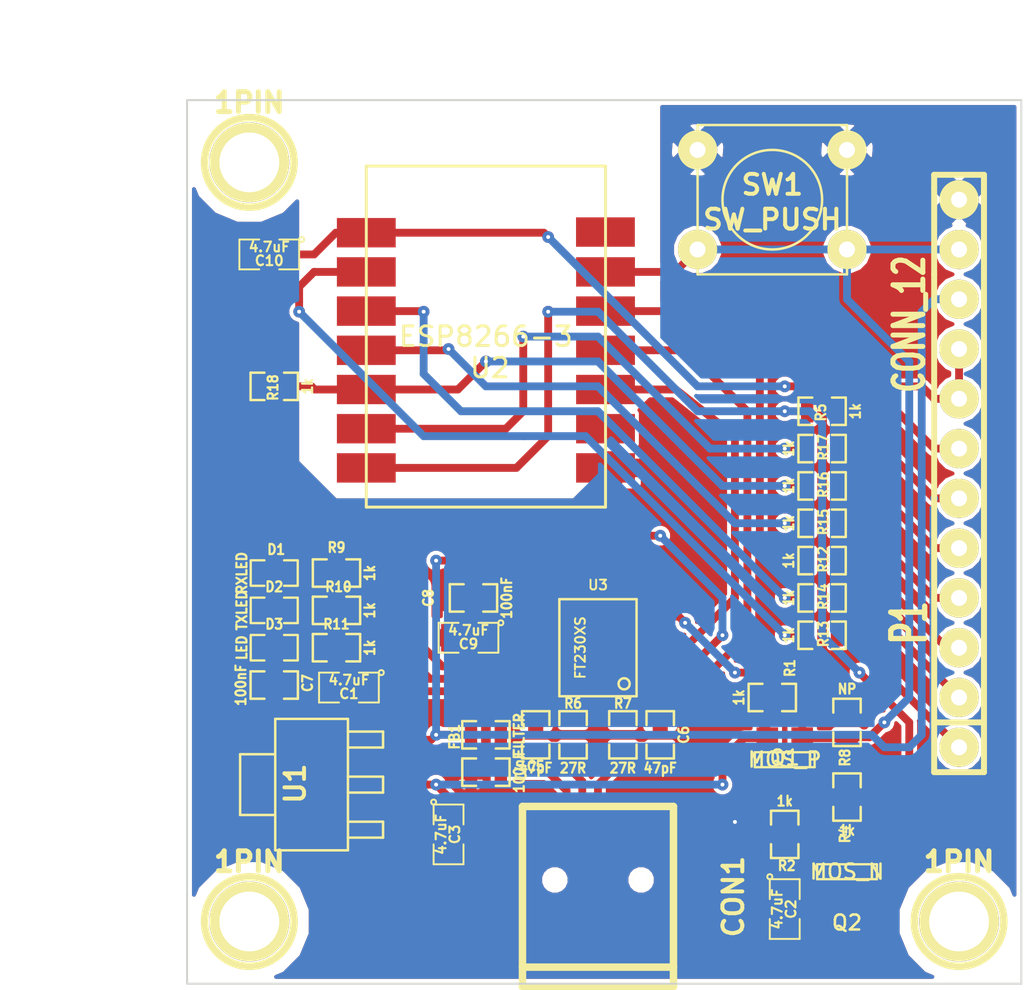
<source format=kicad_pcb>
(kicad_pcb (version 3) (host pcbnew "(2013-may-18)-stable")

  (general
    (links 87)
    (no_connects 1)
    (area 40.895002 45.410001 99.060001 104.864933)
    (thickness 1.6)
    (drawings 6)
    (tracks 278)
    (zones 0)
    (modules 42)
    (nets 37)
  )

  (page A3)
  (layers
    (15 Dessus.Cu signal)
    (0 Dessous.Cu signal)
    (16 B.Adhes user)
    (17 F.Adhes user)
    (18 B.Paste user)
    (19 F.Paste user)
    (20 B.SilkS user)
    (21 F.SilkS user)
    (22 B.Mask user)
    (23 F.Mask user)
    (24 Dwgs.User user)
    (25 Cmts.User user)
    (26 Eco1.User user)
    (27 Eco2.User user)
    (28 Edge.Cuts user)
  )

  (setup
    (last_trace_width 0.4)
    (user_trace_width 0.3)
    (user_trace_width 0.4)
    (user_trace_width 0.5)
    (user_trace_width 0.7)
    (user_trace_width 1)
    (trace_clearance 0.2)
    (zone_clearance 0.2)
    (zone_45_only no)
    (trace_min 0.2)
    (segment_width 0.2)
    (edge_width 0.1)
    (via_size 0.7)
    (via_drill 0.3)
    (via_min_size 0.6)
    (via_min_drill 0.2)
    (user_via 0.6 0.2)
    (uvia_size 0.508)
    (uvia_drill 0.127)
    (uvias_allowed no)
    (uvia_min_size 0.508)
    (uvia_min_drill 0.127)
    (pcb_text_width 0.3)
    (pcb_text_size 1.5 1.5)
    (mod_edge_width 0.15)
    (mod_text_size 1 1)
    (mod_text_width 0.15)
    (pad_size 4.064 4.064)
    (pad_drill 3.048)
    (pad_to_mask_clearance 0.1)
    (solder_mask_min_width 0.2)
    (aux_axis_origin 0 0)
    (visible_elements 7FFE7FFD)
    (pcbplotparams
      (layerselection 32769)
      (usegerberextensions false)
      (excludeedgelayer true)
      (linewidth 0.150000)
      (plotframeref false)
      (viasonmask false)
      (mode 1)
      (useauxorigin false)
      (hpglpennumber 1)
      (hpglpenspeed 20)
      (hpglpendiameter 15)
      (hpglpenoverlay 2)
      (psnegative false)
      (psa4output false)
      (plotreference true)
      (plotvalue false)
      (plotothertext true)
      (plotinvisibletext false)
      (padsonsilk false)
      (subtractmaskfromsilk false)
      (outputformat 5)
      (mirror false)
      (drillshape 2)
      (scaleselection 1)
      (outputdirectory plot))
  )

  (net 0 "")
  (net 1 +3.3V)
  (net 2 /CON_GPIO0)
  (net 3 /CON_GPIO12)
  (net 4 /CON_GPIO13)
  (net 5 /CON_GPIO14)
  (net 6 /CON_GPIO15)
  (net 7 /CON_GPIO18)
  (net 8 /CON_GPIO2)
  (net 9 /FT230_RX)
  (net 10 /FT230_TX)
  (net 11 /GPIO0)
  (net 12 /PROG_SW)
  (net 13 GND)
  (net 14 N-0000010)
  (net 15 N-0000013)
  (net 16 N-0000014)
  (net 17 N-0000015)
  (net 18 N-0000016)
  (net 19 N-0000017)
  (net 20 N-0000018)
  (net 21 N-0000019)
  (net 22 N-0000020)
  (net 23 N-0000021)
  (net 24 N-0000023)
  (net 25 N-0000026)
  (net 26 N-0000028)
  (net 27 N-0000032)
  (net 28 N-0000033)
  (net 29 N-0000034)
  (net 30 N-0000035)
  (net 31 N-0000036)
  (net 32 N-000005)
  (net 33 N-000006)
  (net 34 N-000009)
  (net 35 VCC)
  (net 36 VDD)

  (net_class Default "Ceci est la Netclass par défaut"
    (clearance 0.2)
    (trace_width 0.2)
    (via_dia 0.7)
    (via_drill 0.3)
    (uvia_dia 0.508)
    (uvia_drill 0.127)
    (add_net "")
    (add_net +3.3V)
    (add_net /CON_GPIO0)
    (add_net /CON_GPIO12)
    (add_net /CON_GPIO13)
    (add_net /CON_GPIO14)
    (add_net /CON_GPIO15)
    (add_net /CON_GPIO18)
    (add_net /CON_GPIO2)
    (add_net /FT230_RX)
    (add_net /FT230_TX)
    (add_net /GPIO0)
    (add_net /PROG_SW)
    (add_net GND)
    (add_net N-0000010)
    (add_net N-0000013)
    (add_net N-0000014)
    (add_net N-0000015)
    (add_net N-0000016)
    (add_net N-0000017)
    (add_net N-0000018)
    (add_net N-0000019)
    (add_net N-0000020)
    (add_net N-0000021)
    (add_net N-0000023)
    (add_net N-0000026)
    (add_net N-0000028)
    (add_net N-0000032)
    (add_net N-0000033)
    (add_net N-0000034)
    (add_net N-0000035)
    (add_net N-0000036)
    (add_net N-000005)
    (add_net N-000006)
    (add_net N-000009)
    (add_net VCC)
    (add_net VDD)
  )

  (module ESP8266-3 (layer Dessus.Cu) (tedit 5477A93D) (tstamp 5469B66C)
    (at 71.755 69.215)
    (path /5468E6CC)
    (fp_text reference U2 (at 0.2 1.6) (layer F.SilkS)
      (effects (font (size 1 1) (thickness 0.15)))
    )
    (fp_text value ESP8266-3 (at 0 0) (layer F.SilkS)
      (effects (font (size 1 1) (thickness 0.15)))
    )
    (fp_line (start -6.1 -8.7) (end 6.1 -8.7) (layer F.SilkS) (width 0.15))
    (fp_line (start 6.1 -8.7) (end 6.1 8.7) (layer F.SilkS) (width 0.15))
    (fp_line (start 6.1 8.7) (end -6.1 8.7) (layer F.SilkS) (width 0.15))
    (fp_line (start -6.1 8.7) (end -6.1 -8.7) (layer F.SilkS) (width 0.15))
    (pad 1 smd rect (at 6.1 6.7) (size 3 1.5)
      (layers Dessus.Cu F.Paste F.Mask)
      (net 13 GND)
    )
    (pad 2 smd rect (at 6.1 4.7) (size 3 1.5)
      (layers Dessus.Cu F.Paste F.Mask)
    )
    (pad 3 smd rect (at 6.1 2.7) (size 3 1.5)
      (layers Dessus.Cu F.Paste F.Mask)
      (net 9 /FT230_RX)
    )
    (pad 4 smd rect (at 6.1 0.7) (size 3 1.5)
      (layers Dessus.Cu F.Paste F.Mask)
      (net 10 /FT230_TX)
    )
    (pad 5 smd rect (at 6.1 -1.3) (size 3 1.5)
      (layers Dessus.Cu F.Paste F.Mask)
      (net 18 N-0000016)
    )
    (pad 6 smd rect (at 6.1 -3.3) (size 3 1.5)
      (layers Dessus.Cu F.Paste F.Mask)
      (net 12 /PROG_SW)
    )
    (pad 8 smd rect (at -6.1 -5.3) (size 3 1.5)
      (layers Dessus.Cu F.Paste F.Mask)
      (net 1 +3.3V)
    )
    (pad 9 smd rect (at -6.1 -3.3) (size 3 1.5)
      (layers Dessus.Cu F.Paste F.Mask)
      (net 17 N-0000015)
    )
    (pad 10 smd rect (at -6.1 -1.3) (size 3 1.5)
      (layers Dessus.Cu F.Paste F.Mask)
      (net 16 N-0000014)
    )
    (pad 11 smd rect (at -6.1 0.7) (size 3 1.5)
      (layers Dessus.Cu F.Paste F.Mask)
      (net 15 N-0000013)
    )
    (pad 12 smd rect (at -6.1 2.7) (size 3 1.5)
      (layers Dessus.Cu F.Paste F.Mask)
      (net 25 N-0000026)
    )
    (pad 13 smd rect (at -6.1 4.7) (size 3 1.5)
      (layers Dessus.Cu F.Paste F.Mask)
      (net 14 N-0000010)
    )
    (pad 14 smd rect (at -6.1 6.7) (size 3 1.5)
      (layers Dessus.Cu F.Paste F.Mask)
      (net 11 /GPIO0)
    )
    (pad 7 smd rect (at 6.096 -5.334) (size 3 1.5)
      (layers Dessus.Cu F.Paste F.Mask)
    )
  )

  (module ssop-16 (layer Dessus.Cu) (tedit 54692FA2) (tstamp 5469B519)
    (at 77.47 85.09 90)
    (descr SSOP-16)
    (path /54692F2B)
    (attr smd)
    (fp_text reference U3 (at 3.2 0 180) (layer F.SilkS)
      (effects (font (size 0.50038 0.50038) (thickness 0.09906)))
    )
    (fp_text value FT230XS (at 0 -0.89916 90) (layer F.SilkS)
      (effects (font (size 0.50038 0.50038) (thickness 0.09906)))
    )
    (fp_line (start -2.4765 1.9685) (end 2.4765 1.9685) (layer F.SilkS) (width 0.127))
    (fp_line (start 2.4765 1.9685) (end 2.4765 -1.9685) (layer F.SilkS) (width 0.127))
    (fp_line (start 2.4765 -1.9685) (end -2.4765 -1.9685) (layer F.SilkS) (width 0.127))
    (fp_line (start -2.4765 -1.9685) (end -2.4765 1.9685) (layer F.SilkS) (width 0.127))
    (fp_circle (center -1.8415 1.3335) (end -1.9685 1.5875) (layer F.SilkS) (width 0.127))
    (pad 4 smd rect (at -0.3175 2.667 90) (size 0.4064 1.651)
      (layers Dessus.Cu F.Paste F.Mask)
      (net 9 /FT230_RX)
    )
    (pad 5 smd rect (at 0.3175 2.667 90) (size 0.4064 1.651)
      (layers Dessus.Cu F.Paste F.Mask)
      (net 13 GND)
    )
    (pad 6 smd rect (at 0.9525 2.667 90) (size 0.4064 1.651)
      (layers Dessus.Cu F.Paste F.Mask)
    )
    (pad 7 smd rect (at 1.5875 2.667 90) (size 0.4064 1.651)
      (layers Dessus.Cu F.Paste F.Mask)
      (net 23 N-0000021)
    )
    (pad 16 smd rect (at -2.2225 -2.667 90) (size 0.4064 1.651)
      (layers Dessus.Cu F.Paste F.Mask)
      (net 34 N-000009)
    )
    (pad 1 smd rect (at -2.2225 2.667 90) (size 0.4064 1.651)
      (layers Dessus.Cu F.Paste F.Mask)
      (net 10 /FT230_TX)
    )
    (pad 2 smd rect (at -1.5875 2.667 90) (size 0.4064 1.651)
      (layers Dessus.Cu F.Paste F.Mask)
    )
    (pad 3 smd rect (at -0.9525 2.667 90) (size 0.4064 1.651)
      (layers Dessus.Cu F.Paste F.Mask)
      (net 31 N-0000036)
    )
    (pad 9 smd rect (at 2.2225 -2.667 90) (size 0.4064 1.651)
      (layers Dessus.Cu F.Paste F.Mask)
      (net 21 N-0000019)
    )
    (pad 10 smd rect (at 1.5875 -2.667 90) (size 0.4064 1.651)
      (layers Dessus.Cu F.Paste F.Mask)
      (net 31 N-0000036)
    )
    (pad 11 smd rect (at 0.9525 -2.667 90) (size 0.4064 1.651)
      (layers Dessus.Cu F.Paste F.Mask)
      (net 31 N-0000036)
    )
    (pad 12 smd rect (at 0.3175 -2.667 90) (size 0.4064 1.651)
      (layers Dessus.Cu F.Paste F.Mask)
      (net 35 VCC)
    )
    (pad 13 smd rect (at -0.3175 -2.667 90) (size 0.4064 1.651)
      (layers Dessus.Cu F.Paste F.Mask)
      (net 13 GND)
    )
    (pad 14 smd rect (at -0.9525 -2.667 90) (size 0.4064 1.651)
      (layers Dessus.Cu F.Paste F.Mask)
      (net 20 N-0000018)
    )
    (pad 8 smd rect (at 2.2225 2.667 90) (size 0.4064 1.651)
      (layers Dessus.Cu F.Paste F.Mask)
      (net 22 N-0000020)
    )
    (pad 15 smd rect (at -1.5875 -2.667 90) (size 0.4064 1.651)
      (layers Dessus.Cu F.Paste F.Mask)
      (net 19 N-0000017)
    )
    (model smd/smd_dil/ssop-16.wrl
      (at (xyz 0 0 0))
      (scale (xyz 1 1 1))
      (rotate (xyz 0 0 0))
    )
  )

  (module SOT23GDS_L (layer Dessus.Cu) (tedit 54692F82) (tstamp 547A65BE)
    (at 90.17 96.52 180)
    (descr "Module CMS SOT23 Transistore EBC")
    (tags "CMS SOT")
    (path /5468E741)
    (attr smd)
    (fp_text reference Q2 (at 0 -2.6 180) (layer F.SilkS)
      (effects (font (size 0.762 0.762) (thickness 0.12954)))
    )
    (fp_text value MOS_N (at 0 0 180) (layer F.SilkS)
      (effects (font (size 0.762 0.762) (thickness 0.12954)))
    )
    (fp_line (start -1.524 -0.381) (end 1.524 -0.381) (layer F.SilkS) (width 0.11938))
    (fp_line (start 1.524 -0.381) (end 1.524 0.381) (layer F.SilkS) (width 0.11938))
    (fp_line (start 1.524 0.381) (end -1.524 0.381) (layer F.SilkS) (width 0.11938))
    (fp_line (start -1.524 0.381) (end -1.524 -0.381) (layer F.SilkS) (width 0.11938))
    (pad S smd rect (at -0.889 -1.1 180) (size 1.1 1.1)
      (layers Dessus.Cu F.Paste F.Mask)
      (net 13 GND)
    )
    (pad G smd rect (at 0.889 -1.1 180) (size 1.1 1.1)
      (layers Dessus.Cu F.Paste F.Mask)
      (net 33 N-000006)
    )
    (pad D smd rect (at 0 1.1 180) (size 1.1 1.1)
      (layers Dessus.Cu F.Paste F.Mask)
      (net 32 N-000005)
    )
    (model smd/cms_sot23.wrl
      (at (xyz 0 0 0))
      (scale (xyz 0.13 0.15 0.15))
      (rotate (xyz 0 0 0))
    )
  )

  (module SOT23GDS_L (layer Dessus.Cu) (tedit 54692F7F) (tstamp 547A65E2)
    (at 86.995 90.805)
    (descr "Module CMS SOT23 Transistore EBC")
    (tags "CMS SOT")
    (path /5468E750)
    (attr smd)
    (fp_text reference Q1 (at 0 -0.1) (layer F.SilkS)
      (effects (font (size 0.762 0.762) (thickness 0.12954)))
    )
    (fp_text value MOS_P (at 0 0) (layer F.SilkS)
      (effects (font (size 0.762 0.762) (thickness 0.12954)))
    )
    (fp_line (start -1.524 -0.381) (end 1.524 -0.381) (layer F.SilkS) (width 0.11938))
    (fp_line (start 1.524 -0.381) (end 1.524 0.381) (layer F.SilkS) (width 0.11938))
    (fp_line (start 1.524 0.381) (end -1.524 0.381) (layer F.SilkS) (width 0.11938))
    (fp_line (start -1.524 0.381) (end -1.524 -0.381) (layer F.SilkS) (width 0.11938))
    (pad S smd rect (at -0.889 -1.1) (size 1.1 1.1)
      (layers Dessus.Cu F.Paste F.Mask)
      (net 1 +3.3V)
    )
    (pad G smd rect (at 0.889 -1.1) (size 1.1 1.1)
      (layers Dessus.Cu F.Paste F.Mask)
      (net 12 /PROG_SW)
    )
    (pad D smd rect (at 0 1.1) (size 1.1 1.1)
      (layers Dessus.Cu F.Paste F.Mask)
      (net 24 N-0000023)
    )
    (model smd/cms_sot23.wrl
      (at (xyz 0 0 0))
      (scale (xyz 0.13 0.15 0.15))
      (rotate (xyz 0 0 0))
    )
  )

  (module SM0603_Resistor (layer Dessus.Cu) (tedit 54692FC6) (tstamp 5469180B)
    (at 74.295 89.535 90)
    (path /5468F68A)
    (attr smd)
    (fp_text reference C5 (at -1.6 0 180) (layer F.SilkS)
      (effects (font (size 0.50038 0.4572) (thickness 0.1143)))
    )
    (fp_text value 47pF (at -1.69926 0 180) (layer F.SilkS)
      (effects (font (size 0.508 0.4572) (thickness 0.1143)))
    )
    (fp_line (start -0.50038 -0.6985) (end -1.2065 -0.6985) (layer F.SilkS) (width 0.127))
    (fp_line (start -1.2065 -0.6985) (end -1.2065 0.6985) (layer F.SilkS) (width 0.127))
    (fp_line (start -1.2065 0.6985) (end -0.50038 0.6985) (layer F.SilkS) (width 0.127))
    (fp_line (start 1.2065 -0.6985) (end 0.50038 -0.6985) (layer F.SilkS) (width 0.127))
    (fp_line (start 1.2065 -0.6985) (end 1.2065 0.6985) (layer F.SilkS) (width 0.127))
    (fp_line (start 1.2065 0.6985) (end 0.50038 0.6985) (layer F.SilkS) (width 0.127))
    (pad 1 smd rect (at -0.762 0 90) (size 0.635 1.143)
      (layers Dessus.Cu F.Paste F.Mask)
      (net 30 N-0000035)
    )
    (pad 2 smd rect (at 0.762 0 90) (size 0.635 1.143)
      (layers Dessus.Cu F.Paste F.Mask)
      (net 13 GND)
    )
    (model smd\resistors\R0603.wrl
      (at (xyz 0 0 0.001))
      (scale (xyz 0.5 0.5 0.5))
      (rotate (xyz 0 0 0))
    )
  )

  (module SM0603_Resistor (layer Dessus.Cu) (tedit 54692FE2) (tstamp 5469183B)
    (at 90.17 88.9 270)
    (path /54690557)
    (attr smd)
    (fp_text reference R8 (at 1.8 0.1 270) (layer F.SilkS)
      (effects (font (size 0.50038 0.4572) (thickness 0.1143)))
    )
    (fp_text value NP (at -1.69926 0 360) (layer F.SilkS)
      (effects (font (size 0.508 0.4572) (thickness 0.1143)))
    )
    (fp_line (start -0.50038 -0.6985) (end -1.2065 -0.6985) (layer F.SilkS) (width 0.127))
    (fp_line (start -1.2065 -0.6985) (end -1.2065 0.6985) (layer F.SilkS) (width 0.127))
    (fp_line (start -1.2065 0.6985) (end -0.50038 0.6985) (layer F.SilkS) (width 0.127))
    (fp_line (start 1.2065 -0.6985) (end 0.50038 -0.6985) (layer F.SilkS) (width 0.127))
    (fp_line (start 1.2065 -0.6985) (end 1.2065 0.6985) (layer F.SilkS) (width 0.127))
    (fp_line (start 1.2065 0.6985) (end 0.50038 0.6985) (layer F.SilkS) (width 0.127))
    (pad 1 smd rect (at -0.762 0 270) (size 0.635 1.143)
      (layers Dessus.Cu F.Paste F.Mask)
      (net 23 N-0000021)
    )
    (pad 2 smd rect (at 0.762 0 270) (size 0.635 1.143)
      (layers Dessus.Cu F.Paste F.Mask)
      (net 12 /PROG_SW)
    )
    (model smd\resistors\R0603.wrl
      (at (xyz 0 0 0.001))
      (scale (xyz 0.5 0.5 0.5))
      (rotate (xyz 0 0 0))
    )
  )

  (module SM0603_Resistor (layer Dessus.Cu) (tedit 54692FA5) (tstamp 54691847)
    (at 64.135 81.28 180)
    (path /5468FD35)
    (attr smd)
    (fp_text reference R9 (at 0 1.3 180) (layer F.SilkS)
      (effects (font (size 0.50038 0.4572) (thickness 0.1143)))
    )
    (fp_text value 1k (at -1.69926 0 270) (layer F.SilkS)
      (effects (font (size 0.508 0.4572) (thickness 0.1143)))
    )
    (fp_line (start -0.50038 -0.6985) (end -1.2065 -0.6985) (layer F.SilkS) (width 0.127))
    (fp_line (start -1.2065 -0.6985) (end -1.2065 0.6985) (layer F.SilkS) (width 0.127))
    (fp_line (start -1.2065 0.6985) (end -0.50038 0.6985) (layer F.SilkS) (width 0.127))
    (fp_line (start 1.2065 -0.6985) (end 0.50038 -0.6985) (layer F.SilkS) (width 0.127))
    (fp_line (start 1.2065 -0.6985) (end 1.2065 0.6985) (layer F.SilkS) (width 0.127))
    (fp_line (start 1.2065 0.6985) (end 0.50038 0.6985) (layer F.SilkS) (width 0.127))
    (pad 1 smd rect (at -0.762 0 180) (size 0.635 1.143)
      (layers Dessus.Cu F.Paste F.Mask)
      (net 20 N-0000018)
    )
    (pad 2 smd rect (at 0.762 0 180) (size 0.635 1.143)
      (layers Dessus.Cu F.Paste F.Mask)
      (net 28 N-0000033)
    )
    (model smd\resistors\R0603.wrl
      (at (xyz 0 0 0.001))
      (scale (xyz 0.5 0.5 0.5))
      (rotate (xyz 0 0 0))
    )
  )

  (module SM0603_Resistor (layer Dessus.Cu) (tedit 54692FA6) (tstamp 54691853)
    (at 64.135 83.185 180)
    (path /5468FD2F)
    (attr smd)
    (fp_text reference R10 (at -0.1 1.2 180) (layer F.SilkS)
      (effects (font (size 0.50038 0.4572) (thickness 0.1143)))
    )
    (fp_text value 1k (at -1.69926 0 270) (layer F.SilkS)
      (effects (font (size 0.508 0.4572) (thickness 0.1143)))
    )
    (fp_line (start -0.50038 -0.6985) (end -1.2065 -0.6985) (layer F.SilkS) (width 0.127))
    (fp_line (start -1.2065 -0.6985) (end -1.2065 0.6985) (layer F.SilkS) (width 0.127))
    (fp_line (start -1.2065 0.6985) (end -0.50038 0.6985) (layer F.SilkS) (width 0.127))
    (fp_line (start 1.2065 -0.6985) (end 0.50038 -0.6985) (layer F.SilkS) (width 0.127))
    (fp_line (start 1.2065 -0.6985) (end 1.2065 0.6985) (layer F.SilkS) (width 0.127))
    (fp_line (start 1.2065 0.6985) (end 0.50038 0.6985) (layer F.SilkS) (width 0.127))
    (pad 1 smd rect (at -0.762 0 180) (size 0.635 1.143)
      (layers Dessus.Cu F.Paste F.Mask)
      (net 19 N-0000017)
    )
    (pad 2 smd rect (at 0.762 0 180) (size 0.635 1.143)
      (layers Dessus.Cu F.Paste F.Mask)
      (net 26 N-0000028)
    )
    (model smd\resistors\R0603.wrl
      (at (xyz 0 0 0.001))
      (scale (xyz 0.5 0.5 0.5))
      (rotate (xyz 0 0 0))
    )
  )

  (module SM0603_Resistor (layer Dessus.Cu) (tedit 54692FAC) (tstamp 5469185F)
    (at 64.135 85.09 180)
    (path /5468FCC5)
    (attr smd)
    (fp_text reference R11 (at 0 1.2 180) (layer F.SilkS)
      (effects (font (size 0.50038 0.4572) (thickness 0.1143)))
    )
    (fp_text value 1k (at -1.69926 0 270) (layer F.SilkS)
      (effects (font (size 0.508 0.4572) (thickness 0.1143)))
    )
    (fp_line (start -0.50038 -0.6985) (end -1.2065 -0.6985) (layer F.SilkS) (width 0.127))
    (fp_line (start -1.2065 -0.6985) (end -1.2065 0.6985) (layer F.SilkS) (width 0.127))
    (fp_line (start -1.2065 0.6985) (end -0.50038 0.6985) (layer F.SilkS) (width 0.127))
    (fp_line (start 1.2065 -0.6985) (end 0.50038 -0.6985) (layer F.SilkS) (width 0.127))
    (fp_line (start 1.2065 -0.6985) (end 1.2065 0.6985) (layer F.SilkS) (width 0.127))
    (fp_line (start 1.2065 0.6985) (end 0.50038 0.6985) (layer F.SilkS) (width 0.127))
    (pad 1 smd rect (at -0.762 0 180) (size 0.635 1.143)
      (layers Dessus.Cu F.Paste F.Mask)
      (net 34 N-000009)
    )
    (pad 2 smd rect (at 0.762 0 180) (size 0.635 1.143)
      (layers Dessus.Cu F.Paste F.Mask)
      (net 27 N-0000032)
    )
    (model smd\resistors\R0603.wrl
      (at (xyz 0 0 0.001))
      (scale (xyz 0.5 0.5 0.5))
      (rotate (xyz 0 0 0))
    )
  )

  (module SM0603_Resistor (layer Dessus.Cu) (tedit 54692F9C) (tstamp 5469186B)
    (at 60.96 86.995)
    (path /5468F9F4)
    (attr smd)
    (fp_text reference C7 (at 1.7 -0.1 90) (layer F.SilkS)
      (effects (font (size 0.50038 0.4572) (thickness 0.1143)))
    )
    (fp_text value 100nF (at -1.69926 0 90) (layer F.SilkS)
      (effects (font (size 0.508 0.4572) (thickness 0.1143)))
    )
    (fp_line (start -0.50038 -0.6985) (end -1.2065 -0.6985) (layer F.SilkS) (width 0.127))
    (fp_line (start -1.2065 -0.6985) (end -1.2065 0.6985) (layer F.SilkS) (width 0.127))
    (fp_line (start -1.2065 0.6985) (end -0.50038 0.6985) (layer F.SilkS) (width 0.127))
    (fp_line (start 1.2065 -0.6985) (end 0.50038 -0.6985) (layer F.SilkS) (width 0.127))
    (fp_line (start 1.2065 -0.6985) (end 1.2065 0.6985) (layer F.SilkS) (width 0.127))
    (fp_line (start 1.2065 0.6985) (end 0.50038 0.6985) (layer F.SilkS) (width 0.127))
    (pad 1 smd rect (at -0.762 0) (size 0.635 1.143)
      (layers Dessus.Cu F.Paste F.Mask)
      (net 31 N-0000036)
    )
    (pad 2 smd rect (at 0.762 0) (size 0.635 1.143)
      (layers Dessus.Cu F.Paste F.Mask)
      (net 13 GND)
    )
    (model smd\resistors\R0603.wrl
      (at (xyz 0 0 0.001))
      (scale (xyz 0.5 0.5 0.5))
      (rotate (xyz 0 0 0))
    )
  )

  (module SM0603_Resistor (layer Dessus.Cu) (tedit 54692FBE) (tstamp 54691877)
    (at 78.74 89.535 90)
    (path /5468F82E)
    (attr smd)
    (fp_text reference R7 (at 1.6 0 180) (layer F.SilkS)
      (effects (font (size 0.50038 0.4572) (thickness 0.1143)))
    )
    (fp_text value 27R (at -1.69926 0 180) (layer F.SilkS)
      (effects (font (size 0.508 0.4572) (thickness 0.1143)))
    )
    (fp_line (start -0.50038 -0.6985) (end -1.2065 -0.6985) (layer F.SilkS) (width 0.127))
    (fp_line (start -1.2065 -0.6985) (end -1.2065 0.6985) (layer F.SilkS) (width 0.127))
    (fp_line (start -1.2065 0.6985) (end -0.50038 0.6985) (layer F.SilkS) (width 0.127))
    (fp_line (start 1.2065 -0.6985) (end 0.50038 -0.6985) (layer F.SilkS) (width 0.127))
    (fp_line (start 1.2065 -0.6985) (end 1.2065 0.6985) (layer F.SilkS) (width 0.127))
    (fp_line (start 1.2065 0.6985) (end 0.50038 0.6985) (layer F.SilkS) (width 0.127))
    (pad 1 smd rect (at -0.762 0 90) (size 0.635 1.143)
      (layers Dessus.Cu F.Paste F.Mask)
      (net 29 N-0000034)
    )
    (pad 2 smd rect (at 0.762 0 90) (size 0.635 1.143)
      (layers Dessus.Cu F.Paste F.Mask)
      (net 22 N-0000020)
    )
    (model smd\resistors\R0603.wrl
      (at (xyz 0 0 0.001))
      (scale (xyz 0.5 0.5 0.5))
      (rotate (xyz 0 0 0))
    )
  )

  (module SM0603_Resistor (layer Dessus.Cu) (tedit 54692FBC) (tstamp 54691883)
    (at 76.2 89.535 90)
    (path /5468F812)
    (attr smd)
    (fp_text reference R6 (at 1.6 0 180) (layer F.SilkS)
      (effects (font (size 0.50038 0.4572) (thickness 0.1143)))
    )
    (fp_text value 27R (at -1.69926 0 180) (layer F.SilkS)
      (effects (font (size 0.508 0.4572) (thickness 0.1143)))
    )
    (fp_line (start -0.50038 -0.6985) (end -1.2065 -0.6985) (layer F.SilkS) (width 0.127))
    (fp_line (start -1.2065 -0.6985) (end -1.2065 0.6985) (layer F.SilkS) (width 0.127))
    (fp_line (start -1.2065 0.6985) (end -0.50038 0.6985) (layer F.SilkS) (width 0.127))
    (fp_line (start 1.2065 -0.6985) (end 0.50038 -0.6985) (layer F.SilkS) (width 0.127))
    (fp_line (start 1.2065 -0.6985) (end 1.2065 0.6985) (layer F.SilkS) (width 0.127))
    (fp_line (start 1.2065 0.6985) (end 0.50038 0.6985) (layer F.SilkS) (width 0.127))
    (pad 1 smd rect (at -0.762 0 90) (size 0.635 1.143)
      (layers Dessus.Cu F.Paste F.Mask)
      (net 30 N-0000035)
    )
    (pad 2 smd rect (at 0.762 0 90) (size 0.635 1.143)
      (layers Dessus.Cu F.Paste F.Mask)
      (net 21 N-0000019)
    )
    (model smd\resistors\R0603.wrl
      (at (xyz 0 0 0.001))
      (scale (xyz 0.5 0.5 0.5))
      (rotate (xyz 0 0 0))
    )
  )

  (module SM0603_Resistor (layer Dessus.Cu) (tedit 54692FC3) (tstamp 5469188F)
    (at 80.645 89.535 90)
    (path /5468F696)
    (attr smd)
    (fp_text reference C6 (at 0 1.2 90) (layer F.SilkS)
      (effects (font (size 0.50038 0.4572) (thickness 0.1143)))
    )
    (fp_text value 47pF (at -1.69926 0 180) (layer F.SilkS)
      (effects (font (size 0.508 0.4572) (thickness 0.1143)))
    )
    (fp_line (start -0.50038 -0.6985) (end -1.2065 -0.6985) (layer F.SilkS) (width 0.127))
    (fp_line (start -1.2065 -0.6985) (end -1.2065 0.6985) (layer F.SilkS) (width 0.127))
    (fp_line (start -1.2065 0.6985) (end -0.50038 0.6985) (layer F.SilkS) (width 0.127))
    (fp_line (start 1.2065 -0.6985) (end 0.50038 -0.6985) (layer F.SilkS) (width 0.127))
    (fp_line (start 1.2065 -0.6985) (end 1.2065 0.6985) (layer F.SilkS) (width 0.127))
    (fp_line (start 1.2065 0.6985) (end 0.50038 0.6985) (layer F.SilkS) (width 0.127))
    (pad 1 smd rect (at -0.762 0 90) (size 0.635 1.143)
      (layers Dessus.Cu F.Paste F.Mask)
      (net 29 N-0000034)
    )
    (pad 2 smd rect (at 0.762 0 90) (size 0.635 1.143)
      (layers Dessus.Cu F.Paste F.Mask)
      (net 13 GND)
    )
    (model smd\resistors\R0603.wrl
      (at (xyz 0 0 0.001))
      (scale (xyz 0.5 0.5 0.5))
      (rotate (xyz 0 0 0))
    )
  )

  (module SM0603_Resistor (layer Dessus.Cu) (tedit 54692FA0) (tstamp 546918A7)
    (at 71.12 82.55 180)
    (path /5468F435)
    (attr smd)
    (fp_text reference C8 (at 2.3 0 270) (layer F.SilkS)
      (effects (font (size 0.50038 0.4572) (thickness 0.1143)))
    )
    (fp_text value 100nF (at -1.69926 0 270) (layer F.SilkS)
      (effects (font (size 0.508 0.4572) (thickness 0.1143)))
    )
    (fp_line (start -0.50038 -0.6985) (end -1.2065 -0.6985) (layer F.SilkS) (width 0.127))
    (fp_line (start -1.2065 -0.6985) (end -1.2065 0.6985) (layer F.SilkS) (width 0.127))
    (fp_line (start -1.2065 0.6985) (end -0.50038 0.6985) (layer F.SilkS) (width 0.127))
    (fp_line (start 1.2065 -0.6985) (end 0.50038 -0.6985) (layer F.SilkS) (width 0.127))
    (fp_line (start 1.2065 -0.6985) (end 1.2065 0.6985) (layer F.SilkS) (width 0.127))
    (fp_line (start 1.2065 0.6985) (end 0.50038 0.6985) (layer F.SilkS) (width 0.127))
    (pad 1 smd rect (at -0.762 0 180) (size 0.635 1.143)
      (layers Dessus.Cu F.Paste F.Mask)
      (net 35 VCC)
    )
    (pad 2 smd rect (at 0.762 0 180) (size 0.635 1.143)
      (layers Dessus.Cu F.Paste F.Mask)
      (net 13 GND)
    )
    (model smd\resistors\R0603.wrl
      (at (xyz 0 0 0.001))
      (scale (xyz 0.5 0.5 0.5))
      (rotate (xyz 0 0 0))
    )
  )

  (module SM0603_Resistor (layer Dessus.Cu) (tedit 54692FC8) (tstamp 546918B3)
    (at 71.755 91.44 180)
    (path /5468F2FC)
    (attr smd)
    (fp_text reference C4 (at -1.8 0 270) (layer F.SilkS)
      (effects (font (size 0.50038 0.4572) (thickness 0.1143)))
    )
    (fp_text value 100nF (at -1.69926 0 270) (layer F.SilkS)
      (effects (font (size 0.508 0.4572) (thickness 0.1143)))
    )
    (fp_line (start -0.50038 -0.6985) (end -1.2065 -0.6985) (layer F.SilkS) (width 0.127))
    (fp_line (start -1.2065 -0.6985) (end -1.2065 0.6985) (layer F.SilkS) (width 0.127))
    (fp_line (start -1.2065 0.6985) (end -0.50038 0.6985) (layer F.SilkS) (width 0.127))
    (fp_line (start 1.2065 -0.6985) (end 0.50038 -0.6985) (layer F.SilkS) (width 0.127))
    (fp_line (start 1.2065 -0.6985) (end 1.2065 0.6985) (layer F.SilkS) (width 0.127))
    (fp_line (start 1.2065 0.6985) (end 0.50038 0.6985) (layer F.SilkS) (width 0.127))
    (pad 1 smd rect (at -0.762 0 180) (size 0.635 1.143)
      (layers Dessus.Cu F.Paste F.Mask)
      (net 36 VDD)
    )
    (pad 2 smd rect (at 0.762 0 180) (size 0.635 1.143)
      (layers Dessus.Cu F.Paste F.Mask)
      (net 13 GND)
    )
    (model smd\resistors\R0603.wrl
      (at (xyz 0 0 0.001))
      (scale (xyz 0.5 0.5 0.5))
      (rotate (xyz 0 0 0))
    )
  )

  (module SM0603_Resistor (layer Dessus.Cu) (tedit 54692FB7) (tstamp 546918BF)
    (at 71.755 89.535 180)
    (path /5468F25D)
    (attr smd)
    (fp_text reference FB1 (at 1.6 -0.1 270) (layer F.SilkS)
      (effects (font (size 0.50038 0.4572) (thickness 0.1143)))
    )
    (fp_text value FILTER (at -1.69926 0 270) (layer F.SilkS)
      (effects (font (size 0.508 0.4572) (thickness 0.1143)))
    )
    (fp_line (start -0.50038 -0.6985) (end -1.2065 -0.6985) (layer F.SilkS) (width 0.127))
    (fp_line (start -1.2065 -0.6985) (end -1.2065 0.6985) (layer F.SilkS) (width 0.127))
    (fp_line (start -1.2065 0.6985) (end -0.50038 0.6985) (layer F.SilkS) (width 0.127))
    (fp_line (start 1.2065 -0.6985) (end 0.50038 -0.6985) (layer F.SilkS) (width 0.127))
    (fp_line (start 1.2065 -0.6985) (end 1.2065 0.6985) (layer F.SilkS) (width 0.127))
    (fp_line (start 1.2065 0.6985) (end 0.50038 0.6985) (layer F.SilkS) (width 0.127))
    (pad 1 smd rect (at -0.762 0 180) (size 0.635 1.143)
      (layers Dessus.Cu F.Paste F.Mask)
      (net 36 VDD)
    )
    (pad 2 smd rect (at 0.762 0 180) (size 0.635 1.143)
      (layers Dessus.Cu F.Paste F.Mask)
      (net 35 VCC)
    )
    (model smd\resistors\R0603.wrl
      (at (xyz 0 0 0.001))
      (scale (xyz 0.5 0.5 0.5))
      (rotate (xyz 0 0 0))
    )
  )

  (module SM0603_Resistor (layer Dessus.Cu) (tedit 54692FDF) (tstamp 546918D7)
    (at 90.17 92.71 90)
    (path /5468E8E1)
    (attr smd)
    (fp_text reference R4 (at -1.9 -0.1 90) (layer F.SilkS)
      (effects (font (size 0.50038 0.4572) (thickness 0.1143)))
    )
    (fp_text value 1k (at -1.69926 0 180) (layer F.SilkS)
      (effects (font (size 0.508 0.4572) (thickness 0.1143)))
    )
    (fp_line (start -0.50038 -0.6985) (end -1.2065 -0.6985) (layer F.SilkS) (width 0.127))
    (fp_line (start -1.2065 -0.6985) (end -1.2065 0.6985) (layer F.SilkS) (width 0.127))
    (fp_line (start -1.2065 0.6985) (end -0.50038 0.6985) (layer F.SilkS) (width 0.127))
    (fp_line (start 1.2065 -0.6985) (end 0.50038 -0.6985) (layer F.SilkS) (width 0.127))
    (fp_line (start 1.2065 -0.6985) (end 1.2065 0.6985) (layer F.SilkS) (width 0.127))
    (fp_line (start 1.2065 0.6985) (end 0.50038 0.6985) (layer F.SilkS) (width 0.127))
    (pad 1 smd rect (at -0.762 0 90) (size 0.635 1.143)
      (layers Dessus.Cu F.Paste F.Mask)
      (net 32 N-000005)
    )
    (pad 2 smd rect (at 0.762 0 90) (size 0.635 1.143)
      (layers Dessus.Cu F.Paste F.Mask)
      (net 11 /GPIO0)
    )
    (model smd\resistors\R0603.wrl
      (at (xyz 0 0 0.001))
      (scale (xyz 0.5 0.5 0.5))
      (rotate (xyz 0 0 0))
    )
  )

  (module SM0603_Resistor (layer Dessus.Cu) (tedit 54692FD9) (tstamp 547A65EF)
    (at 86.995 94.615 270)
    (path /5468E837)
    (attr smd)
    (fp_text reference R2 (at 1.6 -0.1 360) (layer F.SilkS)
      (effects (font (size 0.50038 0.4572) (thickness 0.1143)))
    )
    (fp_text value 1k (at -1.69926 0 360) (layer F.SilkS)
      (effects (font (size 0.508 0.4572) (thickness 0.1143)))
    )
    (fp_line (start -0.50038 -0.6985) (end -1.2065 -0.6985) (layer F.SilkS) (width 0.127))
    (fp_line (start -1.2065 -0.6985) (end -1.2065 0.6985) (layer F.SilkS) (width 0.127))
    (fp_line (start -1.2065 0.6985) (end -0.50038 0.6985) (layer F.SilkS) (width 0.127))
    (fp_line (start 1.2065 -0.6985) (end 0.50038 -0.6985) (layer F.SilkS) (width 0.127))
    (fp_line (start 1.2065 -0.6985) (end 1.2065 0.6985) (layer F.SilkS) (width 0.127))
    (fp_line (start 1.2065 0.6985) (end 0.50038 0.6985) (layer F.SilkS) (width 0.127))
    (pad 1 smd rect (at -0.762 0 270) (size 0.635 1.143)
      (layers Dessus.Cu F.Paste F.Mask)
      (net 24 N-0000023)
    )
    (pad 2 smd rect (at 0.762 0 270) (size 0.635 1.143)
      (layers Dessus.Cu F.Paste F.Mask)
      (net 33 N-000006)
    )
    (model smd\resistors\R0603.wrl
      (at (xyz 0 0 0.001))
      (scale (xyz 0.5 0.5 0.5))
      (rotate (xyz 0 0 0))
    )
  )

  (module SM0603_Resistor (layer Dessus.Cu) (tedit 54692FDB) (tstamp 546918FB)
    (at 86.36 87.63)
    (path /5468E76E)
    (attr smd)
    (fp_text reference R1 (at 0.9 -1.5 90) (layer F.SilkS)
      (effects (font (size 0.50038 0.4572) (thickness 0.1143)))
    )
    (fp_text value 1k (at -1.69926 0 90) (layer F.SilkS)
      (effects (font (size 0.508 0.4572) (thickness 0.1143)))
    )
    (fp_line (start -0.50038 -0.6985) (end -1.2065 -0.6985) (layer F.SilkS) (width 0.127))
    (fp_line (start -1.2065 -0.6985) (end -1.2065 0.6985) (layer F.SilkS) (width 0.127))
    (fp_line (start -1.2065 0.6985) (end -0.50038 0.6985) (layer F.SilkS) (width 0.127))
    (fp_line (start 1.2065 -0.6985) (end 0.50038 -0.6985) (layer F.SilkS) (width 0.127))
    (fp_line (start 1.2065 -0.6985) (end 1.2065 0.6985) (layer F.SilkS) (width 0.127))
    (fp_line (start 1.2065 0.6985) (end 0.50038 0.6985) (layer F.SilkS) (width 0.127))
    (pad 1 smd rect (at -0.762 0) (size 0.635 1.143)
      (layers Dessus.Cu F.Paste F.Mask)
      (net 1 +3.3V)
    )
    (pad 2 smd rect (at 0.762 0) (size 0.635 1.143)
      (layers Dessus.Cu F.Paste F.Mask)
      (net 12 /PROG_SW)
    )
    (model smd\resistors\R0603.wrl
      (at (xyz 0 0 0.001))
      (scale (xyz 0.5 0.5 0.5))
      (rotate (xyz 0 0 0))
    )
  )

  (module SM0603_Capa (layer Dessus.Cu) (tedit 54692FAF) (tstamp 54691913)
    (at 60.96 85.09)
    (path /5468FD9E)
    (attr smd)
    (fp_text reference D3 (at 0 -1.2) (layer F.SilkS)
      (effects (font (size 0.508 0.4572) (thickness 0.1143)))
    )
    (fp_text value LED (at -1.651 0 90) (layer F.SilkS)
      (effects (font (size 0.508 0.4572) (thickness 0.1143)))
    )
    (fp_line (start 0.50038 0.65024) (end 1.19888 0.65024) (layer F.SilkS) (width 0.11938))
    (fp_line (start -0.50038 0.65024) (end -1.19888 0.65024) (layer F.SilkS) (width 0.11938))
    (fp_line (start 0.50038 -0.65024) (end 1.19888 -0.65024) (layer F.SilkS) (width 0.11938))
    (fp_line (start -1.19888 -0.65024) (end -0.50038 -0.65024) (layer F.SilkS) (width 0.11938))
    (fp_line (start 1.19888 -0.635) (end 1.19888 0.635) (layer F.SilkS) (width 0.11938))
    (fp_line (start -1.19888 0.635) (end -1.19888 -0.635) (layer F.SilkS) (width 0.11938))
    (pad 1 smd rect (at -0.762 0) (size 0.635 1.143)
      (layers Dessus.Cu F.Paste F.Mask)
      (net 31 N-0000036)
    )
    (pad 2 smd rect (at 0.762 0) (size 0.635 1.143)
      (layers Dessus.Cu F.Paste F.Mask)
      (net 27 N-0000032)
    )
    (model smd\capacitors\C0603.wrl
      (at (xyz 0 0 0.001))
      (scale (xyz 0.5 0.5 0.5))
      (rotate (xyz 0 0 0))
    )
  )

  (module SM0603_Capa (layer Dessus.Cu) (tedit 54692FAA) (tstamp 5469191F)
    (at 60.96 83.185)
    (path /5468FDC9)
    (attr smd)
    (fp_text reference D2 (at 0 -1.2) (layer F.SilkS)
      (effects (font (size 0.508 0.4572) (thickness 0.1143)))
    )
    (fp_text value TXLED (at -1.651 0 90) (layer F.SilkS)
      (effects (font (size 0.508 0.4572) (thickness 0.1143)))
    )
    (fp_line (start 0.50038 0.65024) (end 1.19888 0.65024) (layer F.SilkS) (width 0.11938))
    (fp_line (start -0.50038 0.65024) (end -1.19888 0.65024) (layer F.SilkS) (width 0.11938))
    (fp_line (start 0.50038 -0.65024) (end 1.19888 -0.65024) (layer F.SilkS) (width 0.11938))
    (fp_line (start -1.19888 -0.65024) (end -0.50038 -0.65024) (layer F.SilkS) (width 0.11938))
    (fp_line (start 1.19888 -0.635) (end 1.19888 0.635) (layer F.SilkS) (width 0.11938))
    (fp_line (start -1.19888 0.635) (end -1.19888 -0.635) (layer F.SilkS) (width 0.11938))
    (pad 1 smd rect (at -0.762 0) (size 0.635 1.143)
      (layers Dessus.Cu F.Paste F.Mask)
      (net 31 N-0000036)
    )
    (pad 2 smd rect (at 0.762 0) (size 0.635 1.143)
      (layers Dessus.Cu F.Paste F.Mask)
      (net 26 N-0000028)
    )
    (model smd\capacitors\C0603.wrl
      (at (xyz 0 0 0.001))
      (scale (xyz 0.5 0.5 0.5))
      (rotate (xyz 0 0 0))
    )
  )

  (module SM0603_Capa (layer Dessus.Cu) (tedit 54692FA8) (tstamp 5469192B)
    (at 60.96 81.28)
    (path /5468FDCF)
    (attr smd)
    (fp_text reference D1 (at 0.1 -1.2) (layer F.SilkS)
      (effects (font (size 0.508 0.4572) (thickness 0.1143)))
    )
    (fp_text value RXLED (at -1.651 0 90) (layer F.SilkS)
      (effects (font (size 0.508 0.4572) (thickness 0.1143)))
    )
    (fp_line (start 0.50038 0.65024) (end 1.19888 0.65024) (layer F.SilkS) (width 0.11938))
    (fp_line (start -0.50038 0.65024) (end -1.19888 0.65024) (layer F.SilkS) (width 0.11938))
    (fp_line (start 0.50038 -0.65024) (end 1.19888 -0.65024) (layer F.SilkS) (width 0.11938))
    (fp_line (start -1.19888 -0.65024) (end -0.50038 -0.65024) (layer F.SilkS) (width 0.11938))
    (fp_line (start 1.19888 -0.635) (end 1.19888 0.635) (layer F.SilkS) (width 0.11938))
    (fp_line (start -1.19888 0.635) (end -1.19888 -0.635) (layer F.SilkS) (width 0.11938))
    (pad 1 smd rect (at -0.762 0) (size 0.635 1.143)
      (layers Dessus.Cu F.Paste F.Mask)
      (net 31 N-0000036)
    )
    (pad 2 smd rect (at 0.762 0) (size 0.635 1.143)
      (layers Dessus.Cu F.Paste F.Mask)
      (net 28 N-0000033)
    )
    (model smd\capacitors\C0603.wrl
      (at (xyz 0 0 0.001))
      (scale (xyz 0.5 0.5 0.5))
      (rotate (xyz 0 0 0))
    )
  )

  (module SM0603_Resistor (layer Dessus.Cu) (tedit 5051B21B) (tstamp 547789AC)
    (at 88.9 80.645)
    (path /54778893)
    (attr smd)
    (fp_text reference R12 (at 0.0635 -0.0635 90) (layer F.SilkS)
      (effects (font (size 0.50038 0.4572) (thickness 0.1143)))
    )
    (fp_text value 1k (at -1.69926 0 90) (layer F.SilkS)
      (effects (font (size 0.508 0.4572) (thickness 0.1143)))
    )
    (fp_line (start -0.50038 -0.6985) (end -1.2065 -0.6985) (layer F.SilkS) (width 0.127))
    (fp_line (start -1.2065 -0.6985) (end -1.2065 0.6985) (layer F.SilkS) (width 0.127))
    (fp_line (start -1.2065 0.6985) (end -0.50038 0.6985) (layer F.SilkS) (width 0.127))
    (fp_line (start 1.2065 -0.6985) (end 0.50038 -0.6985) (layer F.SilkS) (width 0.127))
    (fp_line (start 1.2065 -0.6985) (end 1.2065 0.6985) (layer F.SilkS) (width 0.127))
    (fp_line (start 1.2065 0.6985) (end 0.50038 0.6985) (layer F.SilkS) (width 0.127))
    (pad 1 smd rect (at -0.762 0) (size 0.635 1.143)
      (layers Dessus.Cu F.Paste F.Mask)
      (net 18 N-0000016)
    )
    (pad 2 smd rect (at 0.762 0) (size 0.635 1.143)
      (layers Dessus.Cu F.Paste F.Mask)
      (net 7 /CON_GPIO18)
    )
    (model smd\resistors\R0603.wrl
      (at (xyz 0 0 0.001))
      (scale (xyz 0.5 0.5 0.5))
      (rotate (xyz 0 0 0))
    )
  )

  (module SM0603_Resistor (layer Dessus.Cu) (tedit 5051B21B) (tstamp 547789B8)
    (at 88.9 84.455)
    (path /547788A2)
    (attr smd)
    (fp_text reference R13 (at 0.0635 -0.0635 90) (layer F.SilkS)
      (effects (font (size 0.50038 0.4572) (thickness 0.1143)))
    )
    (fp_text value 1k (at -1.69926 0 90) (layer F.SilkS)
      (effects (font (size 0.508 0.4572) (thickness 0.1143)))
    )
    (fp_line (start -0.50038 -0.6985) (end -1.2065 -0.6985) (layer F.SilkS) (width 0.127))
    (fp_line (start -1.2065 -0.6985) (end -1.2065 0.6985) (layer F.SilkS) (width 0.127))
    (fp_line (start -1.2065 0.6985) (end -0.50038 0.6985) (layer F.SilkS) (width 0.127))
    (fp_line (start 1.2065 -0.6985) (end 0.50038 -0.6985) (layer F.SilkS) (width 0.127))
    (fp_line (start 1.2065 -0.6985) (end 1.2065 0.6985) (layer F.SilkS) (width 0.127))
    (fp_line (start 1.2065 0.6985) (end 0.50038 0.6985) (layer F.SilkS) (width 0.127))
    (pad 1 smd rect (at -0.762 0) (size 0.635 1.143)
      (layers Dessus.Cu F.Paste F.Mask)
      (net 17 N-0000015)
    )
    (pad 2 smd rect (at 0.762 0) (size 0.635 1.143)
      (layers Dessus.Cu F.Paste F.Mask)
      (net 5 /CON_GPIO14)
    )
    (model smd\resistors\R0603.wrl
      (at (xyz 0 0 0.001))
      (scale (xyz 0.5 0.5 0.5))
      (rotate (xyz 0 0 0))
    )
  )

  (module SM0603_Resistor (layer Dessus.Cu) (tedit 5051B21B) (tstamp 547A66CA)
    (at 88.9 82.55)
    (path /547788B1)
    (attr smd)
    (fp_text reference R14 (at 0.0635 -0.0635 90) (layer F.SilkS)
      (effects (font (size 0.50038 0.4572) (thickness 0.1143)))
    )
    (fp_text value 1k (at -1.69926 0 90) (layer F.SilkS)
      (effects (font (size 0.508 0.4572) (thickness 0.1143)))
    )
    (fp_line (start -0.50038 -0.6985) (end -1.2065 -0.6985) (layer F.SilkS) (width 0.127))
    (fp_line (start -1.2065 -0.6985) (end -1.2065 0.6985) (layer F.SilkS) (width 0.127))
    (fp_line (start -1.2065 0.6985) (end -0.50038 0.6985) (layer F.SilkS) (width 0.127))
    (fp_line (start 1.2065 -0.6985) (end 0.50038 -0.6985) (layer F.SilkS) (width 0.127))
    (fp_line (start 1.2065 -0.6985) (end 1.2065 0.6985) (layer F.SilkS) (width 0.127))
    (fp_line (start 1.2065 0.6985) (end 0.50038 0.6985) (layer F.SilkS) (width 0.127))
    (pad 1 smd rect (at -0.762 0) (size 0.635 1.143)
      (layers Dessus.Cu F.Paste F.Mask)
      (net 16 N-0000014)
    )
    (pad 2 smd rect (at 0.762 0) (size 0.635 1.143)
      (layers Dessus.Cu F.Paste F.Mask)
      (net 3 /CON_GPIO12)
    )
    (model smd\resistors\R0603.wrl
      (at (xyz 0 0 0.001))
      (scale (xyz 0.5 0.5 0.5))
      (rotate (xyz 0 0 0))
    )
  )

  (module SM0603_Resistor (layer Dessus.Cu) (tedit 5051B21B) (tstamp 547789D0)
    (at 88.9 78.74)
    (path /547788C0)
    (attr smd)
    (fp_text reference R15 (at 0.0635 -0.0635 90) (layer F.SilkS)
      (effects (font (size 0.50038 0.4572) (thickness 0.1143)))
    )
    (fp_text value 1k (at -1.69926 0 90) (layer F.SilkS)
      (effects (font (size 0.508 0.4572) (thickness 0.1143)))
    )
    (fp_line (start -0.50038 -0.6985) (end -1.2065 -0.6985) (layer F.SilkS) (width 0.127))
    (fp_line (start -1.2065 -0.6985) (end -1.2065 0.6985) (layer F.SilkS) (width 0.127))
    (fp_line (start -1.2065 0.6985) (end -0.50038 0.6985) (layer F.SilkS) (width 0.127))
    (fp_line (start 1.2065 -0.6985) (end 0.50038 -0.6985) (layer F.SilkS) (width 0.127))
    (fp_line (start 1.2065 -0.6985) (end 1.2065 0.6985) (layer F.SilkS) (width 0.127))
    (fp_line (start 1.2065 0.6985) (end 0.50038 0.6985) (layer F.SilkS) (width 0.127))
    (pad 1 smd rect (at -0.762 0) (size 0.635 1.143)
      (layers Dessus.Cu F.Paste F.Mask)
      (net 15 N-0000013)
    )
    (pad 2 smd rect (at 0.762 0) (size 0.635 1.143)
      (layers Dessus.Cu F.Paste F.Mask)
      (net 4 /CON_GPIO13)
    )
    (model smd\resistors\R0603.wrl
      (at (xyz 0 0 0.001))
      (scale (xyz 0.5 0.5 0.5))
      (rotate (xyz 0 0 0))
    )
  )

  (module SM0603_Resistor (layer Dessus.Cu) (tedit 5051B21B) (tstamp 547789DC)
    (at 88.9 76.835)
    (path /547788DE)
    (attr smd)
    (fp_text reference R16 (at 0.0635 -0.0635 90) (layer F.SilkS)
      (effects (font (size 0.50038 0.4572) (thickness 0.1143)))
    )
    (fp_text value 1k (at -1.69926 0 90) (layer F.SilkS)
      (effects (font (size 0.508 0.4572) (thickness 0.1143)))
    )
    (fp_line (start -0.50038 -0.6985) (end -1.2065 -0.6985) (layer F.SilkS) (width 0.127))
    (fp_line (start -1.2065 -0.6985) (end -1.2065 0.6985) (layer F.SilkS) (width 0.127))
    (fp_line (start -1.2065 0.6985) (end -0.50038 0.6985) (layer F.SilkS) (width 0.127))
    (fp_line (start 1.2065 -0.6985) (end 0.50038 -0.6985) (layer F.SilkS) (width 0.127))
    (fp_line (start 1.2065 -0.6985) (end 1.2065 0.6985) (layer F.SilkS) (width 0.127))
    (fp_line (start 1.2065 0.6985) (end 0.50038 0.6985) (layer F.SilkS) (width 0.127))
    (pad 1 smd rect (at -0.762 0) (size 0.635 1.143)
      (layers Dessus.Cu F.Paste F.Mask)
      (net 25 N-0000026)
    )
    (pad 2 smd rect (at 0.762 0) (size 0.635 1.143)
      (layers Dessus.Cu F.Paste F.Mask)
      (net 6 /CON_GPIO15)
    )
    (model smd\resistors\R0603.wrl
      (at (xyz 0 0 0.001))
      (scale (xyz 0.5 0.5 0.5))
      (rotate (xyz 0 0 0))
    )
  )

  (module SM0603_Resistor (layer Dessus.Cu) (tedit 5051B21B) (tstamp 547789E8)
    (at 88.9 74.93)
    (path /547788ED)
    (attr smd)
    (fp_text reference R17 (at 0.0635 -0.0635 90) (layer F.SilkS)
      (effects (font (size 0.50038 0.4572) (thickness 0.1143)))
    )
    (fp_text value 1k (at -1.69926 0 90) (layer F.SilkS)
      (effects (font (size 0.508 0.4572) (thickness 0.1143)))
    )
    (fp_line (start -0.50038 -0.6985) (end -1.2065 -0.6985) (layer F.SilkS) (width 0.127))
    (fp_line (start -1.2065 -0.6985) (end -1.2065 0.6985) (layer F.SilkS) (width 0.127))
    (fp_line (start -1.2065 0.6985) (end -0.50038 0.6985) (layer F.SilkS) (width 0.127))
    (fp_line (start 1.2065 -0.6985) (end 0.50038 -0.6985) (layer F.SilkS) (width 0.127))
    (fp_line (start 1.2065 -0.6985) (end 1.2065 0.6985) (layer F.SilkS) (width 0.127))
    (fp_line (start 1.2065 0.6985) (end 0.50038 0.6985) (layer F.SilkS) (width 0.127))
    (pad 1 smd rect (at -0.762 0) (size 0.635 1.143)
      (layers Dessus.Cu F.Paste F.Mask)
      (net 14 N-0000010)
    )
    (pad 2 smd rect (at 0.762 0) (size 0.635 1.143)
      (layers Dessus.Cu F.Paste F.Mask)
      (net 8 /CON_GPIO2)
    )
    (model smd\resistors\R0603.wrl
      (at (xyz 0 0 0.001))
      (scale (xyz 0.5 0.5 0.5))
      (rotate (xyz 0 0 0))
    )
  )

  (module SM0603_Resistor (layer Dessus.Cu) (tedit 5051B21B) (tstamp 547789F4)
    (at 60.96 71.755 180)
    (path /547788FC)
    (attr smd)
    (fp_text reference R18 (at 0.0635 -0.0635 270) (layer F.SilkS)
      (effects (font (size 0.50038 0.4572) (thickness 0.1143)))
    )
    (fp_text value 1k (at -1.69926 0 270) (layer F.SilkS)
      (effects (font (size 0.508 0.4572) (thickness 0.1143)))
    )
    (fp_line (start -0.50038 -0.6985) (end -1.2065 -0.6985) (layer F.SilkS) (width 0.127))
    (fp_line (start -1.2065 -0.6985) (end -1.2065 0.6985) (layer F.SilkS) (width 0.127))
    (fp_line (start -1.2065 0.6985) (end -0.50038 0.6985) (layer F.SilkS) (width 0.127))
    (fp_line (start 1.2065 -0.6985) (end 0.50038 -0.6985) (layer F.SilkS) (width 0.127))
    (fp_line (start 1.2065 -0.6985) (end 1.2065 0.6985) (layer F.SilkS) (width 0.127))
    (fp_line (start 1.2065 0.6985) (end 0.50038 0.6985) (layer F.SilkS) (width 0.127))
    (pad 1 smd rect (at -0.762 0 180) (size 0.635 1.143)
      (layers Dessus.Cu F.Paste F.Mask)
      (net 25 N-0000026)
    )
    (pad 2 smd rect (at 0.762 0 180) (size 0.635 1.143)
      (layers Dessus.Cu F.Paste F.Mask)
      (net 13 GND)
    )
    (model smd\resistors\R0603.wrl
      (at (xyz 0 0 0.001))
      (scale (xyz 0.5 0.5 0.5))
      (rotate (xyz 0 0 0))
    )
  )

  (module USB_MINI_B (layer Dessus.Cu) (tedit 505F99F2) (tstamp 54691941)
    (at 77.47 97.79 90)
    (descr "USB Mini-B 5-pin SMD connector")
    (tags "USB, Mini-B, connector")
    (path /5468F10A)
    (fp_text reference CON1 (at 0 6.90118 90) (layer F.SilkS)
      (effects (font (size 1.016 1.016) (thickness 0.2032)))
    )
    (fp_text value USB-MICRO-B2 (at 0 -7.0993 90) (layer F.SilkS) hide
      (effects (font (size 1.016 1.016) (thickness 0.2032)))
    )
    (fp_line (start -3.59918 -3.85064) (end -3.59918 3.85064) (layer F.SilkS) (width 0.381))
    (fp_line (start -4.59994 -3.85064) (end -4.59994 3.85064) (layer F.SilkS) (width 0.381))
    (fp_line (start -4.59994 3.85064) (end 4.59994 3.85064) (layer F.SilkS) (width 0.381))
    (fp_line (start 4.59994 3.85064) (end 4.59994 -3.85064) (layer F.SilkS) (width 0.381))
    (fp_line (start 4.59994 -3.85064) (end -4.59994 -3.85064) (layer F.SilkS) (width 0.381))
    (pad 1 smd rect (at 3.44932 -1.6002 90) (size 2.30124 0.50038)
      (layers Dessus.Cu F.Paste F.Mask)
      (net 36 VDD)
    )
    (pad 2 smd rect (at 3.44932 -0.8001 90) (size 2.30124 0.50038)
      (layers Dessus.Cu F.Paste F.Mask)
      (net 30 N-0000035)
    )
    (pad 3 smd rect (at 3.44932 0 90) (size 2.30124 0.50038)
      (layers Dessus.Cu F.Paste F.Mask)
      (net 29 N-0000034)
    )
    (pad 4 smd rect (at 3.44932 0.8001 90) (size 2.30124 0.50038)
      (layers Dessus.Cu F.Paste F.Mask)
    )
    (pad 5 smd rect (at 3.44932 1.6002 90) (size 2.30124 0.50038)
      (layers Dessus.Cu F.Paste F.Mask)
      (net 13 GND)
    )
    (pad 6 smd rect (at 3.35026 -4.45008 90) (size 2.49936 1.99898)
      (layers Dessus.Cu F.Paste F.Mask)
      (net 13 GND)
    )
    (pad 7 smd rect (at -2.14884 -4.45008 90) (size 2.49936 1.99898)
      (layers Dessus.Cu F.Paste F.Mask)
      (net 13 GND)
    )
    (pad 8 smd rect (at 3.35026 4.45008 90) (size 2.49936 1.99898)
      (layers Dessus.Cu F.Paste F.Mask)
      (net 13 GND)
    )
    (pad 9 smd rect (at -2.14884 4.45008 90) (size 2.49936 1.99898)
      (layers Dessus.Cu F.Paste F.Mask)
      (net 13 GND)
    )
    (pad "" np_thru_hole circle (at 0.8509 -2.19964 90) (size 0.89916 0.89916) (drill 0.89916)
      (layers *.Cu *.Mask F.SilkS)
    )
    (pad 2 np_thru_hole circle (at 0.8509 2.19964 90) (size 0.89916 0.89916) (drill 0.89916)
      (layers *.Cu *.Mask F.SilkS)
      (net 30 N-0000035)
    )
  )

  (module SM0603_Resistor (layer Dessus.Cu) (tedit 5051B21B) (tstamp 5469182F)
    (at 88.9 73.025 180)
    (path /54778A8F)
    (attr smd)
    (fp_text reference R5 (at 0.0635 -0.0635 270) (layer F.SilkS)
      (effects (font (size 0.50038 0.4572) (thickness 0.1143)))
    )
    (fp_text value 1k (at -1.69926 0 270) (layer F.SilkS)
      (effects (font (size 0.508 0.4572) (thickness 0.1143)))
    )
    (fp_line (start -0.50038 -0.6985) (end -1.2065 -0.6985) (layer F.SilkS) (width 0.127))
    (fp_line (start -1.2065 -0.6985) (end -1.2065 0.6985) (layer F.SilkS) (width 0.127))
    (fp_line (start -1.2065 0.6985) (end -0.50038 0.6985) (layer F.SilkS) (width 0.127))
    (fp_line (start 1.2065 -0.6985) (end 0.50038 -0.6985) (layer F.SilkS) (width 0.127))
    (fp_line (start 1.2065 -0.6985) (end 1.2065 0.6985) (layer F.SilkS) (width 0.127))
    (fp_line (start 1.2065 0.6985) (end 0.50038 0.6985) (layer F.SilkS) (width 0.127))
    (pad 1 smd rect (at -0.762 0 180) (size 0.635 1.143)
      (layers Dessus.Cu F.Paste F.Mask)
      (net 2 /CON_GPIO0)
    )
    (pad 2 smd rect (at 0.762 0 180) (size 0.635 1.143)
      (layers Dessus.Cu F.Paste F.Mask)
      (net 11 /GPIO0)
    )
    (model smd\resistors\R0603.wrl
      (at (xyz 0 0 0.001))
      (scale (xyz 0.5 0.5 0.5))
      (rotate (xyz 0 0 0))
    )
  )

  (module SIL-12 (layer Dessus.Cu) (tedit 5478C49C) (tstamp 5469C165)
    (at 95.885 76.2 90)
    (descr "Connecteur 12 pins")
    (tags "CONN DEV")
    (path /546920CC)
    (fp_text reference P1 (at -7.62 -2.54 90) (layer F.SilkS)
      (effects (font (size 1.72974 1.08712) (thickness 0.3048)))
    )
    (fp_text value CONN_12 (at 7.62 -2.54 90) (layer F.SilkS)
      (effects (font (size 1.524 1.016) (thickness 0.3048)))
    )
    (fp_line (start -15.24 1.27) (end -15.24 1.27) (layer F.SilkS) (width 0.3048))
    (fp_line (start -15.24 1.27) (end -15.24 -1.27) (layer F.SilkS) (width 0.3048))
    (fp_line (start -15.24 -1.27) (end 10.16 -1.27) (layer F.SilkS) (width 0.3048))
    (fp_line (start 10.16 1.27) (end -15.24 1.27) (layer F.SilkS) (width 0.3048))
    (fp_line (start -12.7 1.27) (end -12.7 -1.27) (layer F.SilkS) (width 0.3048))
    (fp_line (start 10.16 -1.27) (end 14.605 -1.27) (layer F.SilkS) (width 0.3048))
    (fp_line (start 14.605 -1.27) (end 15.24 -1.27) (layer F.SilkS) (width 0.3048))
    (fp_line (start 15.24 -1.27) (end 15.24 1.27) (layer F.SilkS) (width 0.3048))
    (fp_line (start 15.24 1.27) (end 10.16 1.27) (layer F.SilkS) (width 0.3048))
    (pad 1 thru_hole circle (at -13.97 0 90) (size 2 2) (drill 0.8128)
      (layers *.Cu *.Mask F.SilkS)
      (net 5 /CON_GPIO14)
    )
    (pad 2 thru_hole circle (at -11.43 0 90) (size 2 2) (drill 0.8128)
      (layers *.Cu *.Mask F.SilkS)
      (net 3 /CON_GPIO12)
    )
    (pad 3 thru_hole circle (at -8.89 0 90) (size 2 2) (drill 0.8128)
      (layers *.Cu *.Mask F.SilkS)
      (net 7 /CON_GPIO18)
    )
    (pad 4 thru_hole circle (at -6.35 0 90) (size 2 2) (drill 0.8128)
      (layers *.Cu *.Mask F.SilkS)
      (net 4 /CON_GPIO13)
    )
    (pad 5 thru_hole circle (at -3.81 0 90) (size 2 2) (drill 0.8128)
      (layers *.Cu *.Mask F.SilkS)
      (net 6 /CON_GPIO15)
    )
    (pad 6 thru_hole circle (at -1.27 0 90) (size 2 2) (drill 0.8128)
      (layers *.Cu *.Mask F.SilkS)
      (net 8 /CON_GPIO2)
    )
    (pad 7 thru_hole circle (at 1.27 0 90) (size 2 2) (drill 0.8128)
      (layers *.Cu *.Mask F.SilkS)
      (net 2 /CON_GPIO0)
    )
    (pad 8 thru_hole circle (at 3.81 0 90) (size 2 2) (drill 0.8128)
      (layers *.Cu *.Mask F.SilkS)
      (net 1 +3.3V)
    )
    (pad 9 thru_hole circle (at 6.35 0 90) (size 2 2) (drill 0.8128)
      (layers *.Cu *.Mask F.SilkS)
      (net 1 +3.3V)
    )
    (pad 10 thru_hole circle (at 8.89 0 90) (size 2 2) (drill 0.8128)
      (layers *.Cu *.Mask F.SilkS)
      (net 35 VCC)
    )
    (pad 11 thru_hole circle (at 11.43 0 90) (size 2 2) (drill 0.8128)
      (layers *.Cu *.Mask F.SilkS)
      (net 12 /PROG_SW)
    )
    (pad 12 thru_hole circle (at 13.97 0 90) (size 2 2) (drill 0.8128)
      (layers *.Cu *.Mask F.SilkS)
      (net 13 GND)
    )
    (model pin_array\pins_array_12x1.wrl
      (at (xyz 0 0 0))
      (scale (xyz 1 1 1))
      (rotate (xyz 0 0 0))
    )
  )

  (module SW_PUSH_SMALL (layer Dessus.Cu) (tedit 5478C4B9) (tstamp 5469BE82)
    (at 86.36 62.23)
    (path /5468E75F)
    (fp_text reference SW1 (at 0 -0.762) (layer F.SilkS)
      (effects (font (size 1.016 1.016) (thickness 0.2032)))
    )
    (fp_text value SW_PUSH (at 0 1.016) (layer F.SilkS)
      (effects (font (size 1.016 1.016) (thickness 0.2032)))
    )
    (fp_circle (center 0 0) (end 0 -2.54) (layer F.SilkS) (width 0.127))
    (fp_line (start -3.81 -3.81) (end 3.81 -3.81) (layer F.SilkS) (width 0.127))
    (fp_line (start 3.81 -3.81) (end 3.81 3.81) (layer F.SilkS) (width 0.127))
    (fp_line (start 3.81 3.81) (end -3.81 3.81) (layer F.SilkS) (width 0.127))
    (fp_line (start -3.81 -3.81) (end -3.81 3.81) (layer F.SilkS) (width 0.127))
    (pad 1 thru_hole circle (at 3.81 -2.54) (size 2 2) (drill 0.8128)
      (layers *.Cu *.Mask F.SilkS)
      (net 13 GND)
    )
    (pad 2 thru_hole circle (at 3.81 2.54) (size 2 2) (drill 0.8128)
      (layers *.Cu *.Mask F.SilkS)
      (net 12 /PROG_SW)
    )
    (pad 1 thru_hole circle (at -3.81 -2.54) (size 2 2) (drill 0.8128)
      (layers *.Cu *.Mask F.SilkS)
      (net 13 GND)
    )
    (pad 2 thru_hole circle (at -3.81 2.54) (size 2 2) (drill 0.8128)
      (layers *.Cu *.Mask F.SilkS)
      (net 12 /PROG_SW)
    )
  )

  (module 1pin (layer Dessus.Cu) (tedit 547E35EA) (tstamp 5477A656)
    (at 95.885 99.06)
    (descr "module 1 pin (ou trou mecanique de percage)")
    (tags DEV)
    (path 1pin)
    (fp_text reference 1PIN (at 0 -3.048) (layer F.SilkS)
      (effects (font (size 1.016 1.016) (thickness 0.254)))
    )
    (fp_text value P*** (at 0 2.794) (layer F.SilkS) hide
      (effects (font (size 1.016 1.016) (thickness 0.254)))
    )
    (fp_circle (center 0 0) (end 0 -2.286) (layer F.SilkS) (width 0.381))
    (pad 1 thru_hole circle (at 0 0) (size 4.064 4.064) (drill 3.048)
      (layers *.Cu *.Mask F.SilkS)
      (clearance 1)
    )
  )

  (module 1pin (layer Dessus.Cu) (tedit 547E35D6) (tstamp 5477A674)
    (at 59.69 99.06)
    (descr "module 1 pin (ou trou mecanique de percage)")
    (tags DEV)
    (path 1pin)
    (fp_text reference 1PIN (at 0 -3.048) (layer F.SilkS)
      (effects (font (size 1.016 1.016) (thickness 0.254)))
    )
    (fp_text value P*** (at 0 2.794) (layer F.SilkS) hide
      (effects (font (size 1.016 1.016) (thickness 0.254)))
    )
    (fp_circle (center 0 0) (end 0 -2.286) (layer F.SilkS) (width 0.381))
    (pad 1 thru_hole circle (at 0 0) (size 4.064 4.064) (drill 3.048)
      (layers *.Cu *.Mask F.SilkS)
      (clearance 1)
    )
  )

  (module 1pin (layer Dessus.Cu) (tedit 547E35DF) (tstamp 5477A67F)
    (at 59.69 60.325)
    (descr "module 1 pin (ou trou mecanique de percage)")
    (tags DEV)
    (path 1pin)
    (fp_text reference 1PIN (at 0 -3.048) (layer F.SilkS)
      (effects (font (size 1.016 1.016) (thickness 0.254)))
    )
    (fp_text value P*** (at 0 2.794) (layer F.SilkS) hide
      (effects (font (size 1.016 1.016) (thickness 0.254)))
    )
    (fp_circle (center 0 0) (end 0 -2.286) (layer F.SilkS) (width 0.381))
    (pad 1 thru_hole circle (at 0 0) (size 4.064 4.064) (drill 3.048)
      (layers *.Cu *.Mask F.SilkS)
      (clearance 1)
    )
  )

  (module SM0805 (layer Dessus.Cu) (tedit 5091495C) (tstamp 5469189B)
    (at 70.866 84.582 180)
    (path /5468F441)
    (attr smd)
    (fp_text reference C9 (at 0 -0.3175 180) (layer F.SilkS)
      (effects (font (size 0.50038 0.50038) (thickness 0.10922)))
    )
    (fp_text value 4.7uF (at 0 0.381 180) (layer F.SilkS)
      (effects (font (size 0.50038 0.50038) (thickness 0.10922)))
    )
    (fp_circle (center -1.651 0.762) (end -1.651 0.635) (layer F.SilkS) (width 0.09906))
    (fp_line (start -0.508 0.762) (end -1.524 0.762) (layer F.SilkS) (width 0.09906))
    (fp_line (start -1.524 0.762) (end -1.524 -0.762) (layer F.SilkS) (width 0.09906))
    (fp_line (start -1.524 -0.762) (end -0.508 -0.762) (layer F.SilkS) (width 0.09906))
    (fp_line (start 0.508 -0.762) (end 1.524 -0.762) (layer F.SilkS) (width 0.09906))
    (fp_line (start 1.524 -0.762) (end 1.524 0.762) (layer F.SilkS) (width 0.09906))
    (fp_line (start 1.524 0.762) (end 0.508 0.762) (layer F.SilkS) (width 0.09906))
    (pad 1 smd rect (at -0.9525 0 180) (size 0.889 1.397)
      (layers Dessus.Cu F.Paste F.Mask)
      (net 35 VCC)
    )
    (pad 2 smd rect (at 0.9525 0 180) (size 0.889 1.397)
      (layers Dessus.Cu F.Paste F.Mask)
      (net 13 GND)
    )
    (model smd/chip_cms.wrl
      (at (xyz 0 0 0))
      (scale (xyz 0.1 0.1 0.1))
      (rotate (xyz 0 0 0))
    )
  )

  (module SM0805 (layer Dessus.Cu) (tedit 5091495C) (tstamp 54691907)
    (at 60.706 65.024 180)
    (path /5468E71B)
    (attr smd)
    (fp_text reference C10 (at 0 -0.3175 180) (layer F.SilkS)
      (effects (font (size 0.50038 0.50038) (thickness 0.10922)))
    )
    (fp_text value 4.7uF (at 0 0.381 180) (layer F.SilkS)
      (effects (font (size 0.50038 0.50038) (thickness 0.10922)))
    )
    (fp_circle (center -1.651 0.762) (end -1.651 0.635) (layer F.SilkS) (width 0.09906))
    (fp_line (start -0.508 0.762) (end -1.524 0.762) (layer F.SilkS) (width 0.09906))
    (fp_line (start -1.524 0.762) (end -1.524 -0.762) (layer F.SilkS) (width 0.09906))
    (fp_line (start -1.524 -0.762) (end -0.508 -0.762) (layer F.SilkS) (width 0.09906))
    (fp_line (start 0.508 -0.762) (end 1.524 -0.762) (layer F.SilkS) (width 0.09906))
    (fp_line (start 1.524 -0.762) (end 1.524 0.762) (layer F.SilkS) (width 0.09906))
    (fp_line (start 1.524 0.762) (end 0.508 0.762) (layer F.SilkS) (width 0.09906))
    (pad 1 smd rect (at -0.9525 0 180) (size 0.889 1.397)
      (layers Dessus.Cu F.Paste F.Mask)
      (net 1 +3.3V)
    )
    (pad 2 smd rect (at 0.9525 0 180) (size 0.889 1.397)
      (layers Dessus.Cu F.Paste F.Mask)
      (net 13 GND)
    )
    (model smd/chip_cms.wrl
      (at (xyz 0 0 0))
      (scale (xyz 0.1 0.1 0.1))
      (rotate (xyz 0 0 0))
    )
  )

  (module SM0805 (layer Dessus.Cu) (tedit 5091495C) (tstamp 54691817)
    (at 69.85 94.615 270)
    (path /54690BE0)
    (attr smd)
    (fp_text reference C3 (at 0 -0.3175 270) (layer F.SilkS)
      (effects (font (size 0.50038 0.50038) (thickness 0.10922)))
    )
    (fp_text value 4.7uF (at 0 0.381 270) (layer F.SilkS)
      (effects (font (size 0.50038 0.50038) (thickness 0.10922)))
    )
    (fp_circle (center -1.651 0.762) (end -1.651 0.635) (layer F.SilkS) (width 0.09906))
    (fp_line (start -0.508 0.762) (end -1.524 0.762) (layer F.SilkS) (width 0.09906))
    (fp_line (start -1.524 0.762) (end -1.524 -0.762) (layer F.SilkS) (width 0.09906))
    (fp_line (start -1.524 -0.762) (end -0.508 -0.762) (layer F.SilkS) (width 0.09906))
    (fp_line (start 0.508 -0.762) (end 1.524 -0.762) (layer F.SilkS) (width 0.09906))
    (fp_line (start 1.524 -0.762) (end 1.524 0.762) (layer F.SilkS) (width 0.09906))
    (fp_line (start 1.524 0.762) (end 0.508 0.762) (layer F.SilkS) (width 0.09906))
    (pad 1 smd rect (at -0.9525 0 270) (size 0.889 1.397)
      (layers Dessus.Cu F.Paste F.Mask)
      (net 1 +3.3V)
    )
    (pad 2 smd rect (at 0.9525 0 270) (size 0.889 1.397)
      (layers Dessus.Cu F.Paste F.Mask)
      (net 13 GND)
    )
    (model smd/chip_cms.wrl
      (at (xyz 0 0 0))
      (scale (xyz 0.1 0.1 0.1))
      (rotate (xyz 0 0 0))
    )
  )

  (module SM0805 (layer Dessus.Cu) (tedit 5091495C) (tstamp 54691823)
    (at 64.77 87.122 180)
    (path /546909FF)
    (attr smd)
    (fp_text reference C1 (at 0 -0.3175 180) (layer F.SilkS)
      (effects (font (size 0.50038 0.50038) (thickness 0.10922)))
    )
    (fp_text value 4.7uF (at 0 0.381 180) (layer F.SilkS)
      (effects (font (size 0.50038 0.50038) (thickness 0.10922)))
    )
    (fp_circle (center -1.651 0.762) (end -1.651 0.635) (layer F.SilkS) (width 0.09906))
    (fp_line (start -0.508 0.762) (end -1.524 0.762) (layer F.SilkS) (width 0.09906))
    (fp_line (start -1.524 0.762) (end -1.524 -0.762) (layer F.SilkS) (width 0.09906))
    (fp_line (start -1.524 -0.762) (end -0.508 -0.762) (layer F.SilkS) (width 0.09906))
    (fp_line (start 0.508 -0.762) (end 1.524 -0.762) (layer F.SilkS) (width 0.09906))
    (fp_line (start 1.524 -0.762) (end 1.524 0.762) (layer F.SilkS) (width 0.09906))
    (fp_line (start 1.524 0.762) (end 0.508 0.762) (layer F.SilkS) (width 0.09906))
    (pad 1 smd rect (at -0.9525 0 180) (size 0.889 1.397)
      (layers Dessus.Cu F.Paste F.Mask)
      (net 35 VCC)
    )
    (pad 2 smd rect (at 0.9525 0 180) (size 0.889 1.397)
      (layers Dessus.Cu F.Paste F.Mask)
      (net 13 GND)
    )
    (model smd/chip_cms.wrl
      (at (xyz 0 0 0))
      (scale (xyz 0.1 0.1 0.1))
      (rotate (xyz 0 0 0))
    )
  )

  (module SM0805 (layer Dessus.Cu) (tedit 5091495C) (tstamp 547A65FD)
    (at 86.995 98.425 270)
    (path /5468E84C)
    (attr smd)
    (fp_text reference C2 (at 0 -0.3175 270) (layer F.SilkS)
      (effects (font (size 0.50038 0.50038) (thickness 0.10922)))
    )
    (fp_text value 4.7uF (at 0 0.381 270) (layer F.SilkS)
      (effects (font (size 0.50038 0.50038) (thickness 0.10922)))
    )
    (fp_circle (center -1.651 0.762) (end -1.651 0.635) (layer F.SilkS) (width 0.09906))
    (fp_line (start -0.508 0.762) (end -1.524 0.762) (layer F.SilkS) (width 0.09906))
    (fp_line (start -1.524 0.762) (end -1.524 -0.762) (layer F.SilkS) (width 0.09906))
    (fp_line (start -1.524 -0.762) (end -0.508 -0.762) (layer F.SilkS) (width 0.09906))
    (fp_line (start 0.508 -0.762) (end 1.524 -0.762) (layer F.SilkS) (width 0.09906))
    (fp_line (start 1.524 -0.762) (end 1.524 0.762) (layer F.SilkS) (width 0.09906))
    (fp_line (start 1.524 0.762) (end 0.508 0.762) (layer F.SilkS) (width 0.09906))
    (pad 1 smd rect (at -0.9525 0 270) (size 0.889 1.397)
      (layers Dessus.Cu F.Paste F.Mask)
      (net 33 N-000006)
    )
    (pad 2 smd rect (at 0.9525 0 270) (size 0.889 1.397)
      (layers Dessus.Cu F.Paste F.Mask)
      (net 13 GND)
    )
    (model smd/chip_cms.wrl
      (at (xyz 0 0 0))
      (scale (xyz 0.1 0.1 0.1))
      (rotate (xyz 0 0 0))
    )
  )

  (module sot223 (layer Dessus.Cu) (tedit 49047669) (tstamp 547E2D6F)
    (at 62.865 92.075 90)
    (descr SOT223)
    (path /546908EB)
    (fp_text reference U1 (at 0.0508 -0.8382 90) (layer F.SilkS)
      (effects (font (size 1.00076 1.00076) (thickness 0.20066)))
    )
    (fp_text value NCP1117LP (at 0 1.0414 90) (layer F.SilkS) hide
      (effects (font (size 1.00076 1.00076) (thickness 0.20066)))
    )
    (fp_line (start -1.5494 -3.6449) (end 1.5494 -3.6449) (layer F.SilkS) (width 0.127))
    (fp_line (start 1.5494 -3.6449) (end 1.5494 -1.8542) (layer F.SilkS) (width 0.127))
    (fp_line (start -1.5494 -3.6449) (end -1.5494 -1.8542) (layer F.SilkS) (width 0.127))
    (fp_line (start 1.8923 3.6449) (end 2.7051 3.6449) (layer F.SilkS) (width 0.127))
    (fp_line (start 2.7051 3.6449) (end 2.7051 1.8542) (layer F.SilkS) (width 0.127))
    (fp_line (start 1.8923 3.6449) (end 1.8923 1.8542) (layer F.SilkS) (width 0.127))
    (fp_line (start -0.4064 3.6449) (end -0.4064 1.8542) (layer F.SilkS) (width 0.127))
    (fp_line (start 0.4064 3.6449) (end 0.4064 1.8542) (layer F.SilkS) (width 0.127))
    (fp_line (start -0.4064 3.6449) (end 0.4064 3.6449) (layer F.SilkS) (width 0.127))
    (fp_line (start -2.7051 3.6449) (end -1.8923 3.6449) (layer F.SilkS) (width 0.127))
    (fp_line (start -1.8923 3.6449) (end -1.8923 1.8542) (layer F.SilkS) (width 0.127))
    (fp_line (start -2.7051 3.6449) (end -2.7051 1.8542) (layer F.SilkS) (width 0.127))
    (fp_line (start 3.3528 1.8542) (end -3.3528 1.8542) (layer F.SilkS) (width 0.127))
    (fp_line (start -3.3528 1.8542) (end -3.3528 -1.8542) (layer F.SilkS) (width 0.127))
    (fp_line (start -3.3528 -1.8542) (end 3.3528 -1.8542) (layer F.SilkS) (width 0.127))
    (fp_line (start 3.3528 -1.8542) (end 3.3528 1.8542) (layer F.SilkS) (width 0.127))
    (pad 1 smd rect (at -2.30124 2.99974 90) (size 1.30048 1.80086)
      (layers Dessus.Cu F.Paste F.Mask)
      (net 13 GND)
    )
    (pad 2 smd rect (at 0 2.99974 90) (size 1.30048 1.80086)
      (layers Dessus.Cu F.Paste F.Mask)
      (net 1 +3.3V)
    )
    (pad 3 smd rect (at 2.30124 2.99974 90) (size 1.30048 1.80086)
      (layers Dessus.Cu F.Paste F.Mask)
      (net 35 VCC)
    )
    (pad 4 smd rect (at 0 -2.99974 90) (size 3.79984 1.80086)
      (layers Dessus.Cu F.Paste F.Mask)
      (net 1 +3.3V)
    )
    (model walter/smd_trans/sot223.wrl
      (at (xyz 0 0 0))
      (scale (xyz 1 1 1))
      (rotate (xyz 0 0 0))
    )
  )

  (gr_line (start 56.515 102.235) (end 56.515 57.15) (angle 90) (layer Edge.Cuts) (width 0.1))
  (gr_line (start 99.06 102.235) (end 56.515 102.235) (angle 90) (layer Edge.Cuts) (width 0.1))
  (gr_line (start 99.06 57.15) (end 99.06 102.235) (angle 90) (layer Edge.Cuts) (width 0.1))
  (gr_line (start 56.515 57.15) (end 99.06 57.15) (angle 90) (layer Edge.Cuts) (width 0.1))
  (dimension 45.085 (width 0.3) (layer Cmts.User)
    (gr_text "45.085 mm" (at 53.260001 79.6925 270) (layer Cmts.User)
      (effects (font (size 1.5 1.5) (thickness 0.3)))
    )
    (feature1 (pts (xy 56.515 102.235) (xy 51.910001 102.235)))
    (feature2 (pts (xy 56.515 57.15) (xy 51.910001 57.15)))
    (crossbar (pts (xy 54.610001 57.15) (xy 54.610001 102.235)))
    (arrow1a (pts (xy 54.610001 102.235) (xy 54.023581 101.108497)))
    (arrow1b (pts (xy 54.610001 102.235) (xy 55.196421 101.108497)))
    (arrow2a (pts (xy 54.610001 57.15) (xy 54.023581 58.276503)))
    (arrow2b (pts (xy 54.610001 57.15) (xy 55.196421 58.276503)))
  )
  (dimension 42.545 (width 0.3) (layer Cmts.User)
    (gr_text "42.545 mm" (at 77.7875 53.895001) (layer Cmts.User)
      (effects (font (size 1.5 1.5) (thickness 0.3)))
    )
    (feature1 (pts (xy 99.06 57.15) (xy 99.06 52.545001)))
    (feature2 (pts (xy 56.515 57.15) (xy 56.515 52.545001)))
    (crossbar (pts (xy 56.515 55.245001) (xy 99.06 55.245001)))
    (arrow1a (pts (xy 99.06 55.245001) (xy 97.933497 55.831421)))
    (arrow1b (pts (xy 99.06 55.245001) (xy 97.933497 54.658581)))
    (arrow2a (pts (xy 56.515 55.245001) (xy 57.641503 55.831421)))
    (arrow2b (pts (xy 56.515 55.245001) (xy 57.641503 54.658581)))
  )

  (segment (start 94.615 77.47) (end 94.615 77.47) (width 0.4) (layer Dessous.Cu) (net 0) (tstamp 547799E7))
  (segment (start 94.615 77.47) (end 94.615 77.47) (width 0.4) (layer Dessous.Cu) (net 0) (tstamp 547799E8))
  (segment (start 95.885 72.39) (end 95.885 69.85) (width 0.4) (layer Dessus.Cu) (net 1))
  (segment (start 82.55 71.755) (end 86.995 71.755) (width 0.4) (layer Dessous.Cu) (net 1))
  (segment (start 75.565 64.77) (end 82.55 71.755) (width 0.4) (layer Dessous.Cu) (net 1) (tstamp 5477A1AA))
  (segment (start 74.93 64.135) (end 75.565 64.77) (width 0.4) (layer Dessous.Cu) (net 1))
  (via (at 74.93 64.135) (size 0.6) (drill 0.2) (layers Dessus.Cu Dessous.Cu) (net 1))
  (segment (start 74.71 63.915) (end 74.93 64.135) (width 0.4) (layer Dessus.Cu) (net 1) (tstamp 547A5BF9))
  (segment (start 65.655 63.915) (end 74.71 63.915) (width 0.4) (layer Dessus.Cu) (net 1))
  (segment (start 94.615 72.39) (end 95.885 72.39) (width 0.4) (layer Dessus.Cu) (net 1) (tstamp 547E2FFD))
  (segment (start 93.98 71.755) (end 94.615 72.39) (width 0.4) (layer Dessus.Cu) (net 1) (tstamp 547E2FFA))
  (segment (start 93.345 71.755) (end 93.98 71.755) (width 0.4) (layer Dessus.Cu) (net 1) (tstamp 547E2FF8))
  (segment (start 86.995 71.755) (end 93.345 71.755) (width 0.4) (layer Dessus.Cu) (net 1) (tstamp 547E2FF7))
  (via (at 86.995 71.755) (size 0.6) (drill 0.2) (layers Dessus.Cu Dessous.Cu) (net 1))
  (segment (start 67.437 92.075) (end 65.86474 92.075) (width 0.4) (layer Dessus.Cu) (net 1))
  (segment (start 69.85 93.6625) (end 69.85 92.71) (width 0.4) (layer Dessus.Cu) (net 1))
  (segment (start 69.85 92.71) (end 69.215 92.075) (width 0.4) (layer Dessus.Cu) (net 1) (tstamp 547E2EC7))
  (segment (start 86.106 89.705) (end 84.92 89.705) (width 0.4) (layer Dessus.Cu) (net 1))
  (segment (start 83.82 92.075) (end 69.215 92.075) (width 0.4) (layer Dessous.Cu) (net 1) (tstamp 547E29AE))
  (via (at 69.215 92.075) (size 0.6) (drill 0.2) (layers Dessus.Cu Dessous.Cu) (net 1))
  (via (at 83.82 92.075) (size 0.6) (drill 0.2) (layers Dessus.Cu Dessous.Cu) (net 1))
  (segment (start 83.82 90.805) (end 83.82 92.075) (width 0.4) (layer Dessus.Cu) (net 1) (tstamp 547E29CB))
  (segment (start 84.92 89.705) (end 83.82 90.805) (width 0.4) (layer Dessus.Cu) (net 1) (tstamp 547E29C7))
  (segment (start 86.106 89.705) (end 86.106 89.281) (width 0.4) (layer Dessus.Cu) (net 1))
  (segment (start 85.598 88.773) (end 85.598 87.63) (width 0.4) (layer Dessus.Cu) (net 1) (tstamp 547E2997))
  (segment (start 86.106 89.281) (end 85.598 88.773) (width 0.4) (layer Dessus.Cu) (net 1) (tstamp 547E2996))
  (segment (start 58.42 68.58) (end 58.42 90.805) (width 0.4) (layer Dessus.Cu) (net 1))
  (segment (start 59.69 92.075) (end 60.833 92.075) (width 0.4) (layer Dessus.Cu) (net 1))
  (segment (start 59.69 92.075) (end 58.42 90.805) (width 0.4) (layer Dessus.Cu) (net 1) (tstamp 547795AD))
  (segment (start 65.655 63.915) (end 64.101 63.915) (width 0.4) (layer Dessus.Cu) (net 1))
  (segment (start 64.101 63.915) (end 62.992 65.024) (width 0.4) (layer Dessus.Cu) (net 1) (tstamp 5477AB4A))
  (segment (start 62.992 65.024) (end 61.6585 65.024) (width 0.4) (layer Dessus.Cu) (net 1) (tstamp 5477AB4B))
  (segment (start 61.722 65.024) (end 61.722 65.913) (width 0.4) (layer Dessus.Cu) (net 1))
  (segment (start 61.722 65.913) (end 60.96 66.675) (width 0.4) (layer Dessus.Cu) (net 1) (tstamp 547795B7))
  (segment (start 58.42 68.58) (end 58.42 68.58) (width 0.4) (layer Dessus.Cu) (net 1))
  (segment (start 60.325 66.675) (end 60.96 66.675) (width 0.4) (layer Dessus.Cu) (net 1) (tstamp 547795B4))
  (segment (start 58.42 68.58) (end 58.42 68.58) (width 0.4) (layer Dessus.Cu) (net 1) (tstamp 547795B3))
  (segment (start 58.42 68.58) (end 60.325 66.675) (width 0.4) (layer Dessus.Cu) (net 1) (tstamp 5477AB89))
  (segment (start 67.437 92.075) (end 69.215 92.075) (width 0.4) (layer Dessus.Cu) (net 1))
  (segment (start 60.833 92.075) (end 67.437 92.075) (width 0.4) (layer Dessus.Cu) (net 1))
  (segment (start 89.662 73.025) (end 92.71 73.025) (width 0.4) (layer Dessus.Cu) (net 2) (status 10))
  (segment (start 94.615 74.93) (end 95.885 74.93) (width 0.4) (layer Dessus.Cu) (net 2) (tstamp 547E23F5))
  (segment (start 92.71 73.025) (end 94.615 74.93) (width 0.4) (layer Dessus.Cu) (net 2) (tstamp 547E23F4))
  (segment (start 89.662 82.55) (end 90.805 82.55) (width 0.4) (layer Dessus.Cu) (net 3) (status 10))
  (segment (start 90.805 82.55) (end 95.885 87.63) (width 0.4) (layer Dessus.Cu) (net 3) (tstamp 547E24D0))
  (segment (start 95.885 82.55) (end 94.615 82.55) (width 0.4) (layer Dessus.Cu) (net 4))
  (segment (start 90.805 78.74) (end 89.662 78.74) (width 0.4) (layer Dessus.Cu) (net 4) (tstamp 547E2427) (status 20))
  (segment (start 94.615 82.55) (end 90.805 78.74) (width 0.4) (layer Dessus.Cu) (net 4) (tstamp 547E2426))
  (segment (start 89.662 84.455) (end 90.17 84.455) (width 0.4) (layer Dessus.Cu) (net 5))
  (segment (start 90.17 84.455) (end 95.885 90.17) (width 0.4) (layer Dessus.Cu) (net 5) (tstamp 547E25AE))
  (segment (start 89.535 76.835) (end 91.44 76.835) (width 0.4) (layer Dessus.Cu) (net 6))
  (segment (start 94.615 80.01) (end 95.885 80.01) (width 0.4) (layer Dessus.Cu) (net 6) (tstamp 547E23FF))
  (segment (start 91.44 76.835) (end 94.615 80.01) (width 0.4) (layer Dessus.Cu) (net 6) (tstamp 547E23FE))
  (segment (start 89.662 80.645) (end 90.805 80.645) (width 0.4) (layer Dessus.Cu) (net 7) (status 10))
  (segment (start 95.25 85.09) (end 95.885 85.09) (width 0.4) (layer Dessus.Cu) (net 7) (tstamp 547E24CD))
  (segment (start 90.805 80.645) (end 95.25 85.09) (width 0.4) (layer Dessus.Cu) (net 7) (tstamp 547E24CC))
  (segment (start 89.662 74.93) (end 92.075 74.93) (width 0.4) (layer Dessus.Cu) (net 8) (status 10))
  (segment (start 94.615 77.47) (end 95.885 77.47) (width 0.4) (layer Dessus.Cu) (net 8) (tstamp 547E23FA))
  (segment (start 92.075 74.93) (end 94.615 77.47) (width 0.4) (layer Dessus.Cu) (net 8) (tstamp 547E23F9))
  (segment (start 81.12 71.915) (end 81.44 71.915) (width 0.4) (layer Dessus.Cu) (net 9))
  (segment (start 77.855 71.915) (end 81.12 71.915) (width 0.4) (layer Dessus.Cu) (net 9) (tstamp 5477911D))
  (segment (start 81.44 71.915) (end 84.455 74.295) (width 0.4) (layer Dessus.Cu) (net 9) (tstamp 547A6781))
  (segment (start 84.455 82.55) (end 84.455 74.295) (width 0.4) (layer Dessus.Cu) (net 9))
  (segment (start 84.455 74.295) (end 84.455 74.329998) (width 0.4) (layer Dessus.Cu) (net 9) (tstamp 547A63FE))
  (segment (start 84.455 74.295) (end 84.455 74.295) (width 0.4) (layer Dessus.Cu) (net 9))
  (segment (start 84.455 74.329998) (end 84.420002 74.295) (width 0.4) (layer Dessus.Cu) (net 9) (tstamp 547A63FF))
  (segment (start 80.137 85.4075) (end 81.5975 85.4075) (width 0.4) (layer Dessus.Cu) (net 9))
  (segment (start 84.455 82.55) (end 84.455 82.55) (width 0.4) (layer Dessus.Cu) (net 9) (tstamp 54779543))
  (segment (start 81.5975 85.4075) (end 84.455 82.55) (width 0.4) (layer Dessus.Cu) (net 9) (tstamp 54779542))
  (segment (start 77.855 69.915) (end 81.98 69.915) (width 0.4) (layer Dessus.Cu) (net 10))
  (segment (start 85.09 73.025) (end 82.55 70.485) (width 0.4) (layer Dessus.Cu) (net 10) (tstamp 547A67A2))
  (segment (start 85.09 84.455) (end 85.09 84.455) (width 0.4) (layer Dessus.Cu) (net 10))
  (segment (start 82.2325 87.3125) (end 85.09 84.455) (width 0.4) (layer Dessus.Cu) (net 10) (tstamp 547A679C))
  (segment (start 82.2325 87.3125) (end 80.137 87.3125) (width 0.4) (layer Dessus.Cu) (net 10))
  (segment (start 85.09 84.455) (end 85.09 84.455) (width 0.4) (layer Dessus.Cu) (net 10) (tstamp 547A679F))
  (segment (start 85.09 84.455) (end 85.09 73.025) (width 0.4) (layer Dessus.Cu) (net 10))
  (segment (start 81.98 69.915) (end 82.55 70.485) (width 0.4) (layer Dessus.Cu) (net 10) (tstamp 547A67A5))
  (segment (start 90.17 91.948) (end 92.202 91.948) (width 0.4) (layer Dessus.Cu) (net 11))
  (segment (start 88.9 84.455) (end 90.805 86.36) (width 0.4) (layer Dessous.Cu) (net 11))
  (segment (start 88.265 73.025) (end 88.9 73.66) (width 0.4) (layer Dessous.Cu) (net 11) (tstamp 547E2964))
  (segment (start 88.9 73.66) (end 88.9 84.455) (width 0.4) (layer Dessous.Cu) (net 11) (tstamp 547E2966))
  (segment (start 88.265 73.025) (end 86.995 73.025) (width 0.4) (layer Dessous.Cu) (net 11))
  (segment (start 93.345 88.9) (end 93.345 90.805) (width 0.4) (layer Dessus.Cu) (net 11) (tstamp 547E308E))
  (segment (start 90.805 86.36) (end 93.345 88.9) (width 0.4) (layer Dessus.Cu) (net 11) (tstamp 547E308D))
  (via (at 90.805 86.36) (size 0.6) (drill 0.2) (layers Dessus.Cu Dessous.Cu) (net 11))
  (segment (start 92.71 91.44) (end 93.345 90.805) (width 0.4) (layer Dessus.Cu) (net 11))
  (segment (start 92.202 91.948) (end 92.71 91.44) (width 0.4) (layer Dessus.Cu) (net 11) (tstamp 547E309F))
  (via (at 86.995 73.025) (size 0.6) (drill 0.2) (layers Dessus.Cu Dessous.Cu) (net 11))
  (segment (start 65.655 75.915) (end 73.31 75.915) (width 0.4) (layer Dessus.Cu) (net 11))
  (segment (start 73.31 75.915) (end 74.93 74.295) (width 0.4) (layer Dessus.Cu) (net 11) (tstamp 547799C3))
  (segment (start 74.93 74.295) (end 74.93 67.945) (width 0.4) (layer Dessus.Cu) (net 11) (tstamp 547799C6))
  (segment (start 77.47 67.945) (end 82.55 73.025) (width 0.4) (layer Dessous.Cu) (net 11) (tstamp 5477A13F))
  (via (at 74.93 67.945) (size 0.6) (drill 0.2) (layers Dessus.Cu Dessous.Cu) (net 11))
  (segment (start 74.93 67.945) (end 77.47 67.945) (width 0.4) (layer Dessous.Cu) (net 11))
  (segment (start 82.55 73.025) (end 86.995 73.025) (width 0.4) (layer Dessous.Cu) (net 11))
  (segment (start 86.995 73.025) (end 88.138 73.025) (width 0.4) (layer Dessus.Cu) (net 11) (status 20))
  (via (at 92.075 88.9) (size 0.6) (drill 0.2) (layers Dessus.Cu Dessous.Cu) (net 12))
  (segment (start 91.313 89.662) (end 92.075 88.9) (width 0.4) (layer Dessus.Cu) (net 12) (tstamp 547E306C))
  (segment (start 90.17 89.662) (end 91.313 89.662) (width 0.4) (layer Dessus.Cu) (net 12))
  (segment (start 93.345 85.725) (end 93.345 70.485) (width 0.4) (layer Dessous.Cu) (net 12) (tstamp 547E3076))
  (segment (start 93.345 87.63) (end 93.345 85.725) (width 0.4) (layer Dessous.Cu) (net 12) (tstamp 547E313F))
  (segment (start 92.075 88.9) (end 93.345 87.63) (width 0.4) (layer Dessous.Cu) (net 12) (tstamp 547E313E))
  (segment (start 90.17 64.77) (end 90.17 67.31) (width 0.4) (layer Dessous.Cu) (net 12) (status 400000))
  (segment (start 90.17 67.31) (end 93.345 70.485) (width 0.4) (layer Dessous.Cu) (net 12) (tstamp 547E30D0))
  (segment (start 93.345 70.485) (end 93.345 70.485) (width 0.4) (layer Dessous.Cu) (net 12))
  (segment (start 93.345 70.485) (end 93.345 70.485) (width 0.4) (layer Dessous.Cu) (net 12) (tstamp 547E30D5))
  (segment (start 82.55 64.77) (end 90.17 64.77) (width 0.4) (layer Dessous.Cu) (net 12))
  (segment (start 90.17 64.77) (end 95.885 64.77) (width 0.4) (layer Dessous.Cu) (net 12) (tstamp 547E2F6F))
  (via (at 90.17 64.77) (size 0.7) (layers Dessus.Cu Dessous.Cu) (net 12))
  (segment (start 87.122 87.63) (end 87.63 87.63) (width 0.4) (layer Dessus.Cu) (net 12))
  (segment (start 87.884 87.884) (end 87.884 89.705) (width 0.4) (layer Dessus.Cu) (net 12) (tstamp 547E26F9))
  (segment (start 87.63 87.63) (end 87.884 87.884) (width 0.4) (layer Dessus.Cu) (net 12) (tstamp 547E26F8))
  (segment (start 87.884 89.705) (end 90.127 89.705) (width 0.4) (layer Dessus.Cu) (net 12))
  (segment (start 90.127 89.705) (end 90.17 89.662) (width 0.4) (layer Dessus.Cu) (net 12) (tstamp 547E26E4))
  (segment (start 77.855 65.915) (end 81.405 65.915) (width 0.4) (layer Dessus.Cu) (net 12))
  (segment (start 81.405 65.915) (end 82.55 64.77) (width 0.4) (layer Dessus.Cu) (net 12) (tstamp 547A5C61))
  (segment (start 81.92008 94.43974) (end 83.99526 94.43974) (width 0.4) (layer Dessus.Cu) (net 13))
  (via (at 84.455 93.98) (size 0.6) (drill 0.2) (layers Dessus.Cu Dessous.Cu) (net 13))
  (segment (start 83.99526 94.43974) (end 84.455 93.98) (width 0.4) (layer Dessus.Cu) (net 13) (tstamp 54779BFA))
  (segment (start 88.138 74.93) (end 86.995 74.93) (width 0.4) (layer Dessus.Cu) (net 14))
  (segment (start 72.77 73.915) (end 73.66 73.025) (width 0.4) (layer Dessus.Cu) (net 14) (tstamp 547799E1))
  (segment (start 73.66 73.025) (end 73.66 69.215) (width 0.4) (layer Dessus.Cu) (net 14) (tstamp 547799E2))
  (via (at 73.66 69.215) (size 0.6) (drill 0.2) (layers Dessus.Cu Dessous.Cu) (net 14))
  (segment (start 73.66 69.215) (end 77.47 69.215) (width 0.4) (layer Dessous.Cu) (net 14) (tstamp 547799E5))
  (segment (start 72.77 73.915) (end 65.655 73.915) (width 0.4) (layer Dessus.Cu) (net 14))
  (segment (start 83.185 74.93) (end 77.47 69.215) (width 0.4) (layer Dessous.Cu) (net 14) (tstamp 5477A123))
  (segment (start 86.995 74.93) (end 83.185 74.93) (width 0.4) (layer Dessous.Cu) (net 14))
  (via (at 86.995 74.93) (size 0.6) (drill 0.2) (layers Dessus.Cu Dessous.Cu) (net 14))
  (segment (start 84.455 78.74) (end 86.995 78.74) (width 0.4) (layer Dessous.Cu) (net 15))
  (via (at 86.995 78.74) (size 0.6) (drill 0.2) (layers Dessus.Cu Dessous.Cu) (net 15))
  (segment (start 86.995 78.74) (end 88.138 78.74) (width 0.4) (layer Dessus.Cu) (net 15))
  (segment (start 77.47 71.755) (end 84.455 78.74) (width 0.4) (layer Dessous.Cu) (net 15))
  (segment (start 69.785 69.915) (end 69.85 69.85) (width 0.4) (layer Dessus.Cu) (net 15) (tstamp 54779A15))
  (via (at 69.85 69.85) (size 0.6) (drill 0.2) (layers Dessus.Cu Dessous.Cu) (net 15))
  (segment (start 69.85 69.85) (end 71.755 71.755) (width 0.4) (layer Dessous.Cu) (net 15) (tstamp 54779A21))
  (segment (start 71.755 71.755) (end 77.47 71.755) (width 0.4) (layer Dessous.Cu) (net 15) (tstamp 54779A22))
  (segment (start 65.655 69.915) (end 69.785 69.915) (width 0.4) (layer Dessus.Cu) (net 15))
  (segment (start 84.455 78.74) (end 84.455 78.74) (width 0.4) (layer Dessous.Cu) (net 15) (tstamp 5477A330))
  (segment (start 84.455 78.74) (end 84.455 78.74) (width 0.4) (layer Dessous.Cu) (net 15) (tstamp 54779A2B))
  (via (at 86.995 82.55) (size 0.6) (drill 0.2) (layers Dessus.Cu Dessous.Cu) (net 16))
  (segment (start 86.995 82.55) (end 88.138 82.55) (width 0.4) (layer Dessus.Cu) (net 16) (tstamp 547E25F6))
  (segment (start 77.47 73.025) (end 86.995 82.55) (width 0.4) (layer Dessous.Cu) (net 16))
  (segment (start 68.55 67.915) (end 68.58 67.945) (width 0.4) (layer Dessus.Cu) (net 16) (tstamp 54779A32))
  (via (at 68.58 67.945) (size 0.6) (drill 0.2) (layers Dessus.Cu Dessous.Cu) (net 16))
  (segment (start 68.58 67.945) (end 68.58 71.12) (width 0.4) (layer Dessous.Cu) (net 16) (tstamp 54779A40))
  (segment (start 68.58 71.12) (end 70.485 73.025) (width 0.4) (layer Dessous.Cu) (net 16) (tstamp 54779A41))
  (segment (start 70.485 73.025) (end 77.47 73.025) (width 0.4) (layer Dessous.Cu) (net 16) (tstamp 54779A42))
  (segment (start 65.655 67.915) (end 68.55 67.915) (width 0.4) (layer Dessus.Cu) (net 16))
  (segment (start 86.995 82.55) (end 86.995 82.55) (width 0.4) (layer Dessous.Cu) (net 16) (tstamp 5477A347))
  (segment (start 86.995 82.55) (end 86.995 82.55) (width 0.4) (layer Dessous.Cu) (net 16) (tstamp 54779A4B))
  (segment (start 86.995 82.55) (end 86.995 82.55) (width 0.4) (layer Dessous.Cu) (net 16) (tstamp 5477A354))
  (via (at 86.995 84.455) (size 0.6) (drill 0.2) (layers Dessus.Cu Dessous.Cu) (net 17))
  (segment (start 86.995 84.455) (end 88.138 84.455) (width 0.4) (layer Dessus.Cu) (net 17) (tstamp 547E25FC))
  (segment (start 86.995 84.455) (end 76.835 74.295) (width 0.4) (layer Dessous.Cu) (net 17))
  (segment (start 73.66 74.295) (end 76.835 74.295) (width 0.4) (layer Dessous.Cu) (net 17))
  (segment (start 62.99 65.915) (end 62.23 66.675) (width 0.4) (layer Dessus.Cu) (net 17) (tstamp 54779A6C))
  (segment (start 62.23 66.675) (end 62.23 67.945) (width 0.4) (layer Dessus.Cu) (net 17) (tstamp 54779A72))
  (via (at 62.23 67.945) (size 0.6) (drill 0.2) (layers Dessus.Cu Dessous.Cu) (net 17))
  (segment (start 62.23 67.945) (end 68.58 74.295) (width 0.4) (layer Dessous.Cu) (net 17) (tstamp 54779A77))
  (segment (start 68.58 74.295) (end 73.66 74.295) (width 0.4) (layer Dessous.Cu) (net 17) (tstamp 54779A78))
  (segment (start 62.99 65.915) (end 65.655 65.915) (width 0.4) (layer Dessus.Cu) (net 17))
  (segment (start 86.995 84.455) (end 86.995 84.455) (width 0.4) (layer Dessous.Cu) (net 17) (tstamp 54779A7E))
  (segment (start 86.995 84.455) (end 86.995 84.455) (width 0.4) (layer Dessous.Cu) (net 17) (tstamp 5477A369))
  (segment (start 85.725 79.375) (end 86.995 80.645) (width 0.4) (layer Dessus.Cu) (net 18))
  (segment (start 86.995 80.645) (end 88.138 80.645) (width 0.4) (layer Dessus.Cu) (net 18))
  (segment (start 85.725 70.485) (end 83.155 67.915) (width 0.4) (layer Dessus.Cu) (net 18))
  (segment (start 83.155 67.915) (end 77.855 67.915) (width 0.4) (layer Dessus.Cu) (net 18))
  (segment (start 85.725 70.485) (end 85.725 70.485) (width 0.4) (layer Dessus.Cu) (net 18) (tstamp 547A6487))
  (segment (start 85.725 70.485) (end 85.725 79.375) (width 0.4) (layer Dessus.Cu) (net 18))
  (segment (start 85.725 79.375) (end 85.725 79.375) (width 0.4) (layer Dessus.Cu) (net 18))
  (segment (start 64.897 83.185) (end 65.405 83.185) (width 0.4) (layer Dessus.Cu) (net 19))
  (segment (start 68.8975 86.6775) (end 74.803 86.6775) (width 0.4) (layer Dessus.Cu) (net 19))
  (segment (start 66.675 83.185) (end 65.405 83.185) (width 0.4) (layer Dessus.Cu) (net 19) (tstamp 547792B5))
  (segment (start 67.31 83.82) (end 66.675 83.185) (width 0.4) (layer Dessus.Cu) (net 19) (tstamp 547792B4))
  (segment (start 67.31 85.09) (end 67.31 83.82) (width 0.4) (layer Dessus.Cu) (net 19) (tstamp 547792B3))
  (segment (start 68.8975 86.6775) (end 67.31 85.09) (width 0.4) (layer Dessus.Cu) (net 19) (tstamp 547792B2))
  (segment (start 74.803 86.0425) (end 69.5325 86.0425) (width 0.4) (layer Dessus.Cu) (net 20))
  (segment (start 67.945 81.28) (end 64.897 81.28) (width 0.4) (layer Dessus.Cu) (net 20) (tstamp 547792AF))
  (segment (start 68.58 81.915) (end 67.945 81.28) (width 0.4) (layer Dessus.Cu) (net 20) (tstamp 547792AE))
  (segment (start 68.58 85.09) (end 68.58 81.915) (width 0.4) (layer Dessus.Cu) (net 20) (tstamp 547792AD))
  (segment (start 69.5325 86.0425) (end 68.58 85.09) (width 0.4) (layer Dessus.Cu) (net 20) (tstamp 547792AC))
  (segment (start 76.2 88.773) (end 76.2 88.265) (width 0.4) (layer Dessus.Cu) (net 21))
  (segment (start 75.8825 82.8675) (end 76.835 83.82) (width 0.4) (layer Dessus.Cu) (net 21) (tstamp 547790C3))
  (segment (start 76.835 83.82) (end 76.835 86.995) (width 0.4) (layer Dessus.Cu) (net 21))
  (segment (start 75.8825 82.8675) (end 74.803 82.8675) (width 0.4) (layer Dessus.Cu) (net 21))
  (segment (start 76.835 87.63) (end 76.835 86.995) (width 0.4) (layer Dessus.Cu) (net 21) (tstamp 5477AC2E))
  (segment (start 76.2 88.265) (end 76.835 87.63) (width 0.4) (layer Dessus.Cu) (net 21) (tstamp 5477AC2D))
  (segment (start 78.105 86.995) (end 78.105 83.82) (width 0.4) (layer Dessus.Cu) (net 22))
  (segment (start 79.0575 82.8675) (end 78.105 83.82) (width 0.4) (layer Dessus.Cu) (net 22) (tstamp 547790BE))
  (segment (start 78.74 88.265) (end 78.74 88.773) (width 0.4) (layer Dessus.Cu) (net 22))
  (segment (start 78.74 88.265) (end 78.105 87.63) (width 0.4) (layer Dessus.Cu) (net 22) (tstamp 5477AC31))
  (segment (start 78.105 87.63) (end 78.105 86.995) (width 0.4) (layer Dessus.Cu) (net 22) (tstamp 5477AC32))
  (segment (start 79.0575 82.8675) (end 80.137 82.8675) (width 0.4) (layer Dessus.Cu) (net 22))
  (via (at 84.455 86.36) (size 0.6) (drill 0.2) (layers Dessus.Cu Dessous.Cu) (net 23))
  (segment (start 90.17 87.63) (end 88.9 86.36) (width 0.4) (layer Dessus.Cu) (net 23) (tstamp 547E26FC))
  (segment (start 90.17 88.138) (end 90.17 87.63) (width 0.4) (layer Dessus.Cu) (net 23))
  (segment (start 81.915 83.82) (end 84.455 86.36) (width 0.4) (layer Dessous.Cu) (net 23) (tstamp 547E292F))
  (segment (start 81.5975 83.5025) (end 80.137 83.5025) (width 0.4) (layer Dessus.Cu) (net 23))
  (segment (start 81.5975 83.5025) (end 81.915 83.82) (width 0.4) (layer Dessus.Cu) (net 23) (tstamp 547E2923))
  (via (at 81.915 83.82) (size 0.6) (drill 0.2) (layers Dessus.Cu Dessous.Cu) (net 23))
  (segment (start 84.455 86.36) (end 88.9 86.36) (width 0.4) (layer Dessus.Cu) (net 23) (tstamp 547E2936))
  (segment (start 86.995 93.853) (end 86.995 91.905) (width 0.4) (layer Dessus.Cu) (net 24))
  (segment (start 83.82 76.835) (end 86.995 76.835) (width 0.4) (layer Dessous.Cu) (net 25))
  (via (at 71.755 70.485) (size 0.6) (drill 0.2) (layers Dessus.Cu Dessous.Cu) (net 25))
  (segment (start 71.755 70.485) (end 77.47 70.485) (width 0.4) (layer Dessous.Cu) (net 25) (tstamp 547799F9))
  (segment (start 77.47 70.485) (end 83.82 76.835) (width 0.4) (layer Dessous.Cu) (net 25) (tstamp 547799FA))
  (segment (start 70.325 71.915) (end 71.755 70.485) (width 0.4) (layer Dessus.Cu) (net 25) (tstamp 547A5B02))
  (segment (start 65.655 71.915) (end 70.325 71.915) (width 0.4) (layer Dessus.Cu) (net 25))
  (segment (start 86.995 76.835) (end 88.138 76.835) (width 0.4) (layer Dessus.Cu) (net 25) (tstamp 547E25B7))
  (via (at 86.995 76.835) (size 0.6) (drill 0.2) (layers Dessus.Cu Dessous.Cu) (net 25))
  (segment (start 65.655 71.915) (end 63.025 71.915) (width 0.4) (layer Dessus.Cu) (net 25))
  (segment (start 62.865 71.755) (end 61.722 71.755) (width 0.4) (layer Dessus.Cu) (net 25) (tstamp 54779490))
  (segment (start 63.025 71.915) (end 62.865 71.755) (width 0.4) (layer Dessus.Cu) (net 25) (tstamp 5477948F))
  (segment (start 61.722 83.185) (end 63.373 83.185) (width 0.4) (layer Dessus.Cu) (net 26))
  (segment (start 61.722 85.09) (end 63.373 85.09) (width 0.4) (layer Dessus.Cu) (net 27))
  (segment (start 61.722 81.28) (end 63.373 81.28) (width 0.4) (layer Dessus.Cu) (net 28))
  (segment (start 78.74 90.297) (end 80.645 90.297) (width 0.4) (layer Dessus.Cu) (net 29))
  (segment (start 78.74 90.297) (end 78.74 90.805) (width 0.4) (layer Dessus.Cu) (net 29))
  (segment (start 77.47 92.075) (end 77.47 94.34068) (width 0.4) (layer Dessus.Cu) (net 29) (tstamp 54779103))
  (segment (start 78.74 90.805) (end 77.47 92.075) (width 0.4) (layer Dessus.Cu) (net 29) (tstamp 54779102))
  (segment (start 74.295 90.297) (end 76.2 90.297) (width 0.4) (layer Dessus.Cu) (net 30))
  (segment (start 76.6699 94.34068) (end 76.6699 91.9099) (width 0.4) (layer Dessus.Cu) (net 30))
  (segment (start 76.2 91.44) (end 76.2 90.297) (width 0.4) (layer Dessus.Cu) (net 30) (tstamp 547790FC))
  (segment (start 76.6699 91.9099) (end 76.2 91.44) (width 0.4) (layer Dessus.Cu) (net 30) (tstamp 547790FB))
  (segment (start 73.025 79.375) (end 80.645 79.375) (width 0.4) (layer Dessus.Cu) (net 31))
  (segment (start 82.2325 86.0425) (end 83.82 84.455) (width 0.4) (layer Dessus.Cu) (net 31) (tstamp 547E27E1))
  (via (at 83.82 84.455) (size 0.6) (drill 0.2) (layers Dessus.Cu Dessous.Cu) (net 31))
  (segment (start 82.55 81.28) (end 80.645 79.375) (width 0.4) (layer Dessous.Cu) (net 31) (tstamp 547A6336))
  (segment (start 83.82 82.55) (end 82.55 81.28) (width 0.4) (layer Dessous.Cu) (net 31) (tstamp 547A6331))
  (segment (start 83.82 84.455) (end 83.82 82.55) (width 0.4) (layer Dessous.Cu) (net 31) (tstamp 547A6330))
  (segment (start 82.2325 86.0425) (end 80.137 86.0425) (width 0.4) (layer Dessus.Cu) (net 31))
  (via (at 80.645 79.375) (size 0.6) (drill 0.2) (layers Dessus.Cu Dessous.Cu) (net 31))
  (segment (start 60.96 79.375) (end 73.025 79.375) (width 0.4) (layer Dessus.Cu) (net 31))
  (segment (start 74.803 83.5025) (end 73.3425 83.5025) (width 0.4) (layer Dessus.Cu) (net 31))
  (segment (start 73.3425 83.5025) (end 73.025 83.185) (width 0.4) (layer Dessus.Cu) (net 31) (tstamp 547A634F))
  (segment (start 73.025 79.375) (end 73.025 83.185) (width 0.4) (layer Dessus.Cu) (net 31))
  (segment (start 60.198 80.137) (end 60.198 81.28) (width 0.4) (layer Dessus.Cu) (net 31))
  (segment (start 60.198 80.137) (end 60.96 79.375) (width 0.4) (layer Dessus.Cu) (net 31) (tstamp 547A636E))
  (segment (start 60.198 83.185) (end 60.198 81.28) (width 0.4) (layer Dessus.Cu) (net 31))
  (segment (start 60.198 85.09) (end 60.198 86.995) (width 0.4) (layer Dessus.Cu) (net 31))
  (segment (start 60.198 81.28) (end 60.198 85.09) (width 0.4) (layer Dessus.Cu) (net 31))
  (segment (start 74.803 84.1375) (end 74.803 83.5025) (width 0.4) (layer Dessus.Cu) (net 31))
  (segment (start 90.17 95.42) (end 90.17 93.472) (width 0.4) (layer Dessus.Cu) (net 32))
  (segment (start 86.995 97.4725) (end 89.1335 97.4725) (width 0.4) (layer Dessus.Cu) (net 33))
  (segment (start 89.1335 97.4725) (end 89.281 97.62) (width 0.4) (layer Dessus.Cu) (net 33) (tstamp 547E2990))
  (segment (start 86.995 97.4725) (end 86.995 95.377) (width 0.4) (layer Dessus.Cu) (net 33))
  (segment (start 64.897 85.09) (end 66.04 85.09) (width 0.4) (layer Dessus.Cu) (net 34))
  (segment (start 68.2625 87.3125) (end 66.04 85.09) (width 0.4) (layer Dessus.Cu) (net 34) (tstamp 547792B8))
  (segment (start 68.2625 87.3125) (end 74.803 87.3125) (width 0.4) (layer Dessus.Cu) (net 34))
  (segment (start 93.98 89.535) (end 93.98 67.945) (width 0.4) (layer Dessous.Cu) (net 35))
  (segment (start 93.345 90.17) (end 93.98 89.535) (width 0.4) (layer Dessous.Cu) (net 35) (tstamp 547E318B))
  (segment (start 92.075 90.17) (end 91.44 89.535) (width 0.4) (layer Dessous.Cu) (net 35) (tstamp 5477A26E))
  (segment (start 69.215 89.535) (end 81.915 89.535) (width 0.4) (layer Dessous.Cu) (net 35))
  (segment (start 91.44 89.535) (end 81.915 89.535) (width 0.4) (layer Dessous.Cu) (net 35) (tstamp 5477A271))
  (segment (start 92.075 90.17) (end 93.345 90.17) (width 0.4) (layer Dessous.Cu) (net 35))
  (segment (start 94.615 67.31) (end 95.885 67.31) (width 0.4) (layer Dessous.Cu) (net 35) (tstamp 547E3193) (status 800000))
  (segment (start 93.98 67.945) (end 94.615 67.31) (width 0.4) (layer Dessous.Cu) (net 35) (tstamp 547E318E))
  (segment (start 69.215 80.645) (end 69.215 89.535) (width 0.4) (layer Dessous.Cu) (net 35) (tstamp 547A62FA))
  (via (at 69.215 80.645) (size 0.6) (drill 0.2) (layers Dessus.Cu Dessous.Cu) (net 35))
  (segment (start 71.12 80.645) (end 69.215 80.645) (width 0.4) (layer Dessus.Cu) (net 35) (tstamp 547A62FF))
  (via (at 69.215 89.535) (size 0.6) (drill 0.2) (layers Dessus.Cu Dessous.Cu) (net 35))
  (segment (start 68.961 89.789) (end 69.215 89.535) (width 0.4) (layer Dessus.Cu) (net 35) (tstamp 547793A1))
  (segment (start 71.882 81.407) (end 71.12 80.645) (width 0.4) (layer Dessus.Cu) (net 35) (tstamp 547A6302))
  (segment (start 71.882 82.55) (end 71.882 81.407) (width 0.4) (layer Dessus.Cu) (net 35))
  (segment (start 65.7225 87.122) (end 65.7225 89.7255) (width 0.4) (layer Dessus.Cu) (net 35))
  (segment (start 65.7225 89.7255) (end 65.659 89.789) (width 0.4) (layer Dessus.Cu) (net 35) (tstamp 5477AABC))
  (segment (start 71.8185 84.582) (end 71.8185 82.6135) (width 0.4) (layer Dessus.Cu) (net 35))
  (segment (start 71.8185 82.6135) (end 71.882 82.55) (width 0.4) (layer Dessus.Cu) (net 35) (tstamp 5477AA35))
  (segment (start 71.8185 84.582) (end 73.152 84.582) (width 0.4) (layer Dessus.Cu) (net 35))
  (segment (start 73.3425 84.7725) (end 73.152 84.582) (width 0.4) (layer Dessus.Cu) (net 35) (tstamp 5477AA2E))
  (segment (start 73.3425 84.7725) (end 74.803 84.7725) (width 0.4) (layer Dessus.Cu) (net 35))
  (segment (start 67.437 89.789) (end 65.659 89.789) (width 0.4) (layer Dessus.Cu) (net 35))
  (segment (start 67.437 89.789) (end 68.961 89.789) (width 0.4) (layer Dessus.Cu) (net 35))
  (segment (start 69.215 89.535) (end 70.993 89.535) (width 0.4) (layer Dessus.Cu) (net 35))
  (segment (start 72.517 89.535) (end 72.517 91.44) (width 0.4) (layer Dessus.Cu) (net 36))
  (segment (start 72.517 91.44) (end 74.93 91.44) (width 0.4) (layer Dessus.Cu) (net 36) (tstamp 54779389))
  (segment (start 74.93 91.44) (end 75.8698 92.3798) (width 0.4) (layer Dessus.Cu) (net 36) (tstamp 5477938A))
  (segment (start 75.8698 92.3798) (end 75.8698 94.34068) (width 0.4) (layer Dessus.Cu) (net 36) (tstamp 5477938B))

  (zone (net 13) (net_name GND) (layer Dessous.Cu) (tstamp 54779BA9) (hatch edge 0.508)
    (connect_pads (clearance 0.2))
    (min_thickness 0.2)
    (fill (arc_segments 16) (thermal_gap 0.3) (thermal_bridge_width 1.99898))
    (polygon
      (pts
        (xy 99.06 102.235) (xy 56.515 102.235) (xy 56.515 57.15) (xy 62.23 57.15) (xy 62.23 75.565)
        (xy 64.135 77.47) (xy 76.2 77.47) (xy 77.47 76.2) (xy 77.47 74.93) (xy 80.645 71.755)
        (xy 80.645 57.15) (xy 99.06 57.15)
      )
    )
    (filled_polygon
      (pts
        (xy 98.71 97.695432) (xy 98.541728 97.288183) (xy 97.661452 96.406368) (xy 97.301774 96.257016) (xy 97.301774 62.055929)
        (xy 97.260542 61.848645) (xy 97.108054 61.714053) (xy 96.592107 62.23) (xy 97.108054 62.745947) (xy 97.260542 62.611355)
        (xy 97.301774 62.055929) (xy 97.301774 96.257016) (xy 97.185225 96.208621) (xy 97.185225 89.912549) (xy 96.987729 89.434571)
        (xy 96.622352 89.068557) (xy 96.216012 88.89983) (xy 96.620429 88.732729) (xy 96.986443 88.367352) (xy 97.184773 87.88972)
        (xy 97.185225 87.372549) (xy 96.987729 86.894571) (xy 96.622352 86.528557) (xy 96.216012 86.35983) (xy 96.620429 86.192729)
        (xy 96.986443 85.827352) (xy 97.184773 85.34972) (xy 97.185225 84.832549) (xy 96.987729 84.354571) (xy 96.622352 83.988557)
        (xy 96.216012 83.81983) (xy 96.620429 83.652729) (xy 96.986443 83.287352) (xy 97.184773 82.80972) (xy 97.185225 82.292549)
        (xy 96.987729 81.814571) (xy 96.622352 81.448557) (xy 96.216012 81.27983) (xy 96.620429 81.112729) (xy 96.986443 80.747352)
        (xy 97.184773 80.26972) (xy 97.185225 79.752549) (xy 96.987729 79.274571) (xy 96.622352 78.908557) (xy 96.216012 78.73983)
        (xy 96.620429 78.572729) (xy 96.986443 78.207352) (xy 97.184773 77.72972) (xy 97.185225 77.212549) (xy 96.987729 76.734571)
        (xy 96.622352 76.368557) (xy 96.216012 76.19983) (xy 96.620429 76.032729) (xy 96.986443 75.667352) (xy 97.184773 75.18972)
        (xy 97.185225 74.672549) (xy 96.987729 74.194571) (xy 96.622352 73.828557) (xy 96.216012 73.65983) (xy 96.620429 73.492729)
        (xy 96.986443 73.127352) (xy 97.184773 72.64972) (xy 97.185225 72.132549) (xy 96.987729 71.654571) (xy 96.622352 71.288557)
        (xy 96.216012 71.11983) (xy 96.620429 70.952729) (xy 96.986443 70.587352) (xy 97.184773 70.10972) (xy 97.185225 69.592549)
        (xy 96.987729 69.114571) (xy 96.622352 68.748557) (xy 96.216012 68.57983) (xy 96.620429 68.412729) (xy 96.986443 68.047352)
        (xy 97.184773 67.56972) (xy 97.185225 67.052549) (xy 96.987729 66.574571) (xy 96.622352 66.208557) (xy 96.216012 66.03983)
        (xy 96.620429 65.872729) (xy 96.986443 65.507352) (xy 97.184773 65.02972) (xy 97.185225 64.512549) (xy 96.987729 64.034571)
        (xy 96.622352 63.668557) (xy 96.321133 63.54348) (xy 96.400947 63.453054) (xy 96.400947 61.006946) (xy 96.266355 60.854458)
        (xy 95.710929 60.813226) (xy 95.503645 60.854458) (xy 95.369053 61.006946) (xy 95.885 61.522893) (xy 96.400947 61.006946)
        (xy 96.400947 63.453054) (xy 95.885 62.937107) (xy 95.369053 63.453054) (xy 95.448947 63.543571) (xy 95.177893 63.655568)
        (xy 95.177893 62.23) (xy 94.661946 61.714053) (xy 94.509458 61.848645) (xy 94.468226 62.404071) (xy 94.509458 62.611355)
        (xy 94.661946 62.745947) (xy 95.177893 62.23) (xy 95.177893 63.655568) (xy 95.149571 63.667271) (xy 94.783557 64.032648)
        (xy 94.684999 64.27) (xy 91.586774 64.27) (xy 91.586774 59.515929) (xy 91.545542 59.308645) (xy 91.393054 59.174053)
        (xy 90.877107 59.69) (xy 91.393054 60.205947) (xy 91.545542 60.071355) (xy 91.586774 59.515929) (xy 91.586774 64.27)
        (xy 91.370006 64.27) (xy 91.272729 64.034571) (xy 90.907352 63.668557) (xy 90.685947 63.576621) (xy 90.685947 60.913054)
        (xy 90.685947 58.466946) (xy 90.551355 58.314458) (xy 89.995929 58.273226) (xy 89.788645 58.314458) (xy 89.654053 58.466946)
        (xy 90.17 58.982893) (xy 90.685947 58.466946) (xy 90.685947 60.913054) (xy 90.17 60.397107) (xy 89.654053 60.913054)
        (xy 89.788645 61.065542) (xy 90.344071 61.106774) (xy 90.551355 61.065542) (xy 90.685947 60.913054) (xy 90.685947 63.576621)
        (xy 90.42972 63.470227) (xy 89.912549 63.469775) (xy 89.462893 63.655568) (xy 89.462893 59.69) (xy 88.946946 59.174053)
        (xy 88.794458 59.308645) (xy 88.753226 59.864071) (xy 88.794458 60.071355) (xy 88.946946 60.205947) (xy 89.462893 59.69)
        (xy 89.462893 63.655568) (xy 89.434571 63.667271) (xy 89.068557 64.032648) (xy 88.969999 64.27) (xy 83.966774 64.27)
        (xy 83.966774 59.515929) (xy 83.925542 59.308645) (xy 83.773054 59.174053) (xy 83.257107 59.69) (xy 83.773054 60.205947)
        (xy 83.925542 60.071355) (xy 83.966774 59.515929) (xy 83.966774 64.27) (xy 83.750006 64.27) (xy 83.652729 64.034571)
        (xy 83.287352 63.668557) (xy 83.065947 63.576621) (xy 83.065947 60.913054) (xy 83.065947 58.466946) (xy 82.931355 58.314458)
        (xy 82.375929 58.273226) (xy 82.168645 58.314458) (xy 82.034053 58.466946) (xy 82.55 58.982893) (xy 83.065947 58.466946)
        (xy 83.065947 60.913054) (xy 82.55 60.397107) (xy 82.034053 60.913054) (xy 82.168645 61.065542) (xy 82.724071 61.106774)
        (xy 82.931355 61.065542) (xy 83.065947 60.913054) (xy 83.065947 63.576621) (xy 82.80972 63.470227) (xy 82.292549 63.469775)
        (xy 81.842893 63.655568) (xy 81.842893 59.69) (xy 81.326946 59.174053) (xy 81.174458 59.308645) (xy 81.133226 59.864071)
        (xy 81.174458 60.071355) (xy 81.326946 60.205947) (xy 81.842893 59.69) (xy 81.842893 63.655568) (xy 81.814571 63.667271)
        (xy 81.448557 64.032648) (xy 81.250227 64.51028) (xy 81.249775 65.027451) (xy 81.447271 65.505429) (xy 81.812648 65.871443)
        (xy 82.29028 66.069773) (xy 82.807451 66.070225) (xy 83.285429 65.872729) (xy 83.651443 65.507352) (xy 83.75 65.27)
        (xy 88.969993 65.27) (xy 89.067271 65.505429) (xy 89.432648 65.871443) (xy 89.67 65.97) (xy 89.67 67.31)
        (xy 89.70806 67.501342) (xy 89.816447 67.663553) (xy 92.845 70.692106) (xy 92.845 85.725) (xy 92.845 87.422893)
        (xy 91.967987 88.299906) (xy 91.956176 88.299896) (xy 91.735571 88.391048) (xy 91.566641 88.559683) (xy 91.475104 88.780129)
        (xy 91.474896 89.018824) (xy 91.485303 89.044011) (xy 91.44 89.035) (xy 81.915 89.035) (xy 69.715 89.035)
        (xy 69.715 80.993661) (xy 69.723359 80.985317) (xy 69.814896 80.764871) (xy 69.815104 80.526176) (xy 69.723952 80.305571)
        (xy 69.555317 80.136641) (xy 69.334871 80.045104) (xy 69.096176 80.044896) (xy 68.875571 80.136048) (xy 68.706641 80.304683)
        (xy 68.615104 80.525129) (xy 68.614896 80.763824) (xy 68.706048 80.984429) (xy 68.715 80.993396) (xy 68.715 89.186338)
        (xy 68.706641 89.194683) (xy 68.615104 89.415129) (xy 68.614896 89.653824) (xy 68.706048 89.874429) (xy 68.874683 90.043359)
        (xy 69.095129 90.134896) (xy 69.333824 90.135104) (xy 69.554429 90.043952) (xy 69.563396 90.035) (xy 81.915 90.035)
        (xy 91.232893 90.035) (xy 91.721446 90.523553) (xy 91.721447 90.523553) (xy 91.883658 90.63194) (xy 92.075 90.67)
        (xy 93.345 90.67) (xy 93.345 90.669999) (xy 93.536342 90.63194) (xy 93.698553 90.523553) (xy 94.333553 89.888554)
        (xy 94.333553 89.888553) (xy 94.44194 89.726342) (xy 94.479999 89.535) (xy 94.48 89.535) (xy 94.48 77.943147)
        (xy 94.615 77.97) (xy 94.679678 77.957134) (xy 94.782271 78.205429) (xy 95.147648 78.571443) (xy 95.553987 78.740169)
        (xy 95.149571 78.907271) (xy 94.783557 79.272648) (xy 94.585227 79.75028) (xy 94.584775 80.267451) (xy 94.782271 80.745429)
        (xy 95.147648 81.111443) (xy 95.553987 81.280169) (xy 95.149571 81.447271) (xy 94.783557 81.812648) (xy 94.585227 82.29028)
        (xy 94.584775 82.807451) (xy 94.782271 83.285429) (xy 95.147648 83.651443) (xy 95.553987 83.820169) (xy 95.149571 83.987271)
        (xy 94.783557 84.352648) (xy 94.585227 84.83028) (xy 94.584775 85.347451) (xy 94.782271 85.825429) (xy 95.147648 86.191443)
        (xy 95.553987 86.360169) (xy 95.149571 86.527271) (xy 94.783557 86.892648) (xy 94.585227 87.37028) (xy 94.584775 87.887451)
        (xy 94.782271 88.365429) (xy 95.147648 88.731443) (xy 95.553987 88.900169) (xy 95.149571 89.067271) (xy 94.783557 89.432648)
        (xy 94.585227 89.91028) (xy 94.584775 90.427451) (xy 94.782271 90.905429) (xy 95.147648 91.271443) (xy 95.62528 91.469773)
        (xy 96.142451 91.470225) (xy 96.620429 91.272729) (xy 96.986443 90.907352) (xy 97.184773 90.42972) (xy 97.185225 89.912549)
        (xy 97.185225 96.208621) (xy 96.510726 95.928545) (xy 95.26474 95.927458) (xy 94.113183 96.403272) (xy 93.231368 97.283548)
        (xy 92.753545 98.434274) (xy 92.752458 99.68026) (xy 93.228272 100.831817) (xy 94.108548 101.713632) (xy 94.521248 101.885)
        (xy 84.420104 101.885) (xy 84.420104 91.956176) (xy 84.328952 91.735571) (xy 84.160317 91.566641) (xy 83.939871 91.475104)
        (xy 83.701176 91.474896) (xy 83.480571 91.566048) (xy 83.471603 91.575) (xy 69.563661 91.575) (xy 69.555317 91.566641)
        (xy 69.334871 91.475104) (xy 69.096176 91.474896) (xy 68.875571 91.566048) (xy 68.706641 91.734683) (xy 68.615104 91.955129)
        (xy 68.614896 92.193824) (xy 68.706048 92.414429) (xy 68.874683 92.583359) (xy 69.095129 92.674896) (xy 69.333824 92.675104)
        (xy 69.554429 92.583952) (xy 69.563396 92.575) (xy 83.471338 92.575) (xy 83.479683 92.583359) (xy 83.700129 92.674896)
        (xy 83.938824 92.675104) (xy 84.159429 92.583952) (xy 84.328359 92.415317) (xy 84.419896 92.194871) (xy 84.420104 91.956176)
        (xy 84.420104 101.885) (xy 80.41935 101.885) (xy 80.41935 96.790653) (xy 80.305473 96.515052) (xy 80.094797 96.304008)
        (xy 79.819395 96.189651) (xy 79.521193 96.18939) (xy 79.245592 96.303267) (xy 79.034548 96.513943) (xy 78.920191 96.789345)
        (xy 78.91993 97.087547) (xy 79.033807 97.363148) (xy 79.244483 97.574192) (xy 79.519885 97.688549) (xy 79.818087 97.68881)
        (xy 80.093688 97.574933) (xy 80.304732 97.364257) (xy 80.419089 97.088855) (xy 80.41935 96.790653) (xy 80.41935 101.885)
        (xy 76.02007 101.885) (xy 76.02007 96.790653) (xy 75.906193 96.515052) (xy 75.695517 96.304008) (xy 75.420115 96.189651)
        (xy 75.121913 96.18939) (xy 74.846312 96.303267) (xy 74.635268 96.513943) (xy 74.520911 96.789345) (xy 74.52065 97.087547)
        (xy 74.634527 97.363148) (xy 74.845203 97.574192) (xy 75.120605 97.688549) (xy 75.418807 97.68881) (xy 75.694408 97.574933)
        (xy 75.905452 97.364257) (xy 76.019809 97.088855) (xy 76.02007 96.790653) (xy 76.02007 101.885) (xy 61.054567 101.885)
        (xy 61.461817 101.716728) (xy 62.343632 100.836452) (xy 62.821455 99.685726) (xy 62.822542 98.43974) (xy 62.346728 97.288183)
        (xy 61.466452 96.406368) (xy 60.315726 95.928545) (xy 59.06974 95.927458) (xy 57.918183 96.403272) (xy 57.036368 97.283548)
        (xy 56.865 97.696248) (xy 56.865 61.689567) (xy 57.033272 62.096817) (xy 57.913548 62.978632) (xy 59.064274 63.456455)
        (xy 60.31026 63.457542) (xy 61.461817 62.981728) (xy 62.13 62.314711) (xy 62.13 67.344912) (xy 62.111176 67.344896)
        (xy 61.890571 67.436048) (xy 61.721641 67.604683) (xy 61.630104 67.825129) (xy 61.629896 68.063824) (xy 61.721048 68.284429)
        (xy 61.889683 68.453359) (xy 62.110129 68.544896) (xy 62.122801 68.544907) (xy 62.13 68.552106) (xy 62.13 75.606421)
        (xy 64.093579 77.57) (xy 76.241421 77.57) (xy 77.57 76.241421) (xy 77.57 75.737106) (xy 80.60786 78.774967)
        (xy 80.526176 78.774896) (xy 80.305571 78.866048) (xy 80.136641 79.034683) (xy 80.045104 79.255129) (xy 80.044896 79.493824)
        (xy 80.136048 79.714429) (xy 80.304683 79.883359) (xy 80.525129 79.974896) (xy 80.5378 79.974907) (xy 82.196446 81.633553)
        (xy 82.196447 81.633553) (xy 82.196449 81.633555) (xy 83.32 82.757106) (xy 83.32 84.106338) (xy 83.311641 84.114683)
        (xy 83.220104 84.335129) (xy 83.220031 84.417925) (xy 82.515093 83.712987) (xy 82.515104 83.701176) (xy 82.423952 83.480571)
        (xy 82.255317 83.311641) (xy 82.034871 83.220104) (xy 81.796176 83.219896) (xy 81.575571 83.311048) (xy 81.406641 83.479683)
        (xy 81.315104 83.700129) (xy 81.314896 83.938824) (xy 81.406048 84.159429) (xy 81.574683 84.328359) (xy 81.795129 84.419896)
        (xy 81.8078 84.419907) (xy 83.854906 86.467013) (xy 83.854896 86.478824) (xy 83.946048 86.699429) (xy 84.114683 86.868359)
        (xy 84.335129 86.959896) (xy 84.573824 86.960104) (xy 84.794429 86.868952) (xy 84.963359 86.700317) (xy 85.054896 86.479871)
        (xy 85.055104 86.241176) (xy 84.963952 86.020571) (xy 84.795317 85.851641) (xy 84.574871 85.760104) (xy 84.562199 85.760092)
        (xy 83.857139 85.055032) (xy 83.938824 85.055104) (xy 84.159429 84.963952) (xy 84.328359 84.795317) (xy 84.419896 84.574871)
        (xy 84.420104 84.336176) (xy 84.328952 84.115571) (xy 84.32 84.106603) (xy 84.32 82.55) (xy 84.304383 82.47149)
        (xy 86.394906 84.562013) (xy 86.394896 84.573824) (xy 86.486048 84.794429) (xy 86.654683 84.963359) (xy 86.875129 85.054896)
        (xy 87.113824 85.055104) (xy 87.334429 84.963952) (xy 87.503359 84.795317) (xy 87.594896 84.574871) (xy 87.595104 84.336176)
        (xy 87.503952 84.115571) (xy 87.335317 83.946641) (xy 87.114871 83.855104) (xy 87.102199 83.855092) (xy 77.894263 74.647157)
        (xy 78.139657 74.401763) (xy 86.394906 82.657013) (xy 86.394896 82.668824) (xy 86.486048 82.889429) (xy 86.654683 83.058359)
        (xy 86.875129 83.149896) (xy 87.113824 83.150104) (xy 87.334429 83.058952) (xy 87.503359 82.890317) (xy 87.594896 82.669871)
        (xy 87.595104 82.431176) (xy 87.503952 82.210571) (xy 87.335317 82.041641) (xy 87.114871 81.950104) (xy 87.102199 81.950092)
        (xy 84.37649 79.224383) (xy 84.454999 79.239999) (xy 84.455 79.24) (xy 86.646338 79.24) (xy 86.654683 79.248359)
        (xy 86.875129 79.339896) (xy 87.113824 79.340104) (xy 87.334429 79.248952) (xy 87.503359 79.080317) (xy 87.594896 78.859871)
        (xy 87.595104 78.621176) (xy 87.503952 78.400571) (xy 87.335317 78.231641) (xy 87.114871 78.140104) (xy 86.876176 78.139896)
        (xy 86.655571 78.231048) (xy 86.646603 78.24) (xy 84.662106 78.24) (xy 83.74149 77.319383) (xy 83.82 77.335)
        (xy 86.646338 77.335) (xy 86.654683 77.343359) (xy 86.875129 77.434896) (xy 87.113824 77.435104) (xy 87.334429 77.343952)
        (xy 87.503359 77.175317) (xy 87.594896 76.954871) (xy 87.595104 76.716176) (xy 87.503952 76.495571) (xy 87.335317 76.326641)
        (xy 87.114871 76.235104) (xy 86.876176 76.234896) (xy 86.655571 76.326048) (xy 86.646603 76.335) (xy 84.027105 76.335)
        (xy 83.106489 75.414383) (xy 83.185 75.43) (xy 86.646338 75.43) (xy 86.654683 75.438359) (xy 86.875129 75.529896)
        (xy 87.113824 75.530104) (xy 87.334429 75.438952) (xy 87.503359 75.270317) (xy 87.594896 75.049871) (xy 87.595104 74.811176)
        (xy 87.503952 74.590571) (xy 87.335317 74.421641) (xy 87.114871 74.330104) (xy 86.876176 74.329896) (xy 86.655571 74.421048)
        (xy 86.646603 74.43) (xy 83.392106 74.43) (xy 82.47149 73.509383) (xy 82.549999 73.524999) (xy 82.55 73.525)
        (xy 86.646338 73.525) (xy 86.654683 73.533359) (xy 86.875129 73.624896) (xy 87.113824 73.625104) (xy 87.334429 73.533952)
        (xy 87.343396 73.525) (xy 88.057893 73.525) (xy 88.4 73.867106) (xy 88.4 84.455) (xy 88.43806 84.646342)
        (xy 88.546447 84.808553) (xy 90.204906 86.467013) (xy 90.204896 86.478824) (xy 90.296048 86.699429) (xy 90.464683 86.868359)
        (xy 90.685129 86.959896) (xy 90.923824 86.960104) (xy 91.144429 86.868952) (xy 91.313359 86.700317) (xy 91.404896 86.479871)
        (xy 91.405104 86.241176) (xy 91.313952 86.020571) (xy 91.145317 85.851641) (xy 90.924871 85.760104) (xy 90.912199 85.760092)
        (xy 89.4 84.247893) (xy 89.4 73.66) (xy 89.36194 73.468658) (xy 89.253553 73.306447) (xy 89.253553 73.306446)
        (xy 88.618553 72.671447) (xy 88.456342 72.56306) (xy 88.265 72.525) (xy 87.343661 72.525) (xy 87.335317 72.516641)
        (xy 87.114871 72.425104) (xy 86.876176 72.424896) (xy 86.655571 72.516048) (xy 86.646603 72.525) (xy 82.757106 72.525)
        (xy 82.47149 72.239383) (xy 82.549999 72.254999) (xy 82.55 72.255) (xy 86.646338 72.255) (xy 86.654683 72.263359)
        (xy 86.875129 72.354896) (xy 87.113824 72.355104) (xy 87.334429 72.263952) (xy 87.503359 72.095317) (xy 87.594896 71.874871)
        (xy 87.595104 71.636176) (xy 87.503952 71.415571) (xy 87.335317 71.246641) (xy 87.114871 71.155104) (xy 86.876176 71.154896)
        (xy 86.655571 71.246048) (xy 86.646603 71.255) (xy 82.757106 71.255) (xy 80.745 69.242893) (xy 80.745 57.5)
        (xy 98.71 57.5) (xy 98.71 97.695432)
      )
    )
  )
  (zone (net 13) (net_name GND) (layer Dessus.Cu) (tstamp 54779C11) (hatch edge 0.508)
    (connect_pads (clearance 0.2))
    (min_thickness 0.2)
    (fill (arc_segments 16) (thermal_gap 0.3) (thermal_bridge_width 1.99898))
    (polygon
      (pts
        (xy 99.06 102.235) (xy 56.515 102.235) (xy 56.515 57.15) (xy 62.23 57.15) (xy 62.23 75.565)
        (xy 64.135 77.47) (xy 76.2 77.47) (xy 77.47 76.2) (xy 77.47 74.93) (xy 80.645 71.755)
        (xy 80.645 57.15) (xy 99.06 57.15)
      )
    )
    (filled_polygon
      (pts
        (xy 98.71 97.695432) (xy 98.541728 97.288183) (xy 97.661452 96.406368) (xy 97.301774 96.257016) (xy 97.301774 62.055929)
        (xy 97.260542 61.848645) (xy 97.108054 61.714053) (xy 96.592107 62.23) (xy 97.108054 62.745947) (xy 97.260542 62.611355)
        (xy 97.301774 62.055929) (xy 97.301774 96.257016) (xy 96.510726 95.928545) (xy 95.26474 95.927458) (xy 94.113183 96.403272)
        (xy 93.231368 97.283548) (xy 92.753545 98.434274) (xy 92.752458 99.68026) (xy 93.228272 100.831817) (xy 94.108548 101.713632)
        (xy 94.521248 101.885) (xy 92.009069 101.885) (xy 92.009069 98.090784) (xy 92.009069 97.149216) (xy 92.00893 96.990086)
        (xy 91.947906 96.843123) (xy 91.835286 96.730699) (xy 91.688216 96.669931) (xy 91.434 96.67) (xy 91.334 96.77)
        (xy 91.334 97.345) (xy 91.909 97.345) (xy 92.009 97.245) (xy 92.009069 97.149216) (xy 92.009069 98.090784)
        (xy 92.009 97.995) (xy 91.909 97.895) (xy 91.334 97.895) (xy 91.334 98.47) (xy 91.434 98.57)
        (xy 91.688216 98.570069) (xy 91.835286 98.509301) (xy 91.947906 98.396877) (xy 92.00893 98.249914) (xy 92.009069 98.090784)
        (xy 92.009069 101.885) (xy 91.041552 101.885) (xy 91.041552 93.730088) (xy 91.041552 93.095088) (xy 90.995976 92.984786)
        (xy 90.911658 92.900321) (xy 90.801435 92.854552) (xy 90.682088 92.854448) (xy 89.539088 92.854448) (xy 89.428786 92.900024)
        (xy 89.344321 92.984342) (xy 89.298552 93.094565) (xy 89.298448 93.213912) (xy 89.298448 93.848912) (xy 89.344024 93.959214)
        (xy 89.428342 94.043679) (xy 89.538565 94.089448) (xy 89.657912 94.089552) (xy 89.67 94.089552) (xy 89.67 94.569948)
        (xy 89.560588 94.569948) (xy 89.450286 94.615524) (xy 89.365821 94.699842) (xy 89.320052 94.810065) (xy 89.319948 94.929412)
        (xy 89.319948 96.029412) (xy 89.365524 96.139714) (xy 89.449842 96.224179) (xy 89.560065 96.269948) (xy 89.679412 96.270052)
        (xy 90.779412 96.270052) (xy 90.889714 96.224476) (xy 90.974179 96.140158) (xy 91.019948 96.029935) (xy 91.020052 95.910588)
        (xy 91.020052 94.810588) (xy 90.974476 94.700286) (xy 90.890158 94.615821) (xy 90.779935 94.570052) (xy 90.67 94.569956)
        (xy 90.67 94.089552) (xy 90.800912 94.089552) (xy 90.911214 94.043976) (xy 90.995679 93.959658) (xy 91.041448 93.849435)
        (xy 91.041552 93.730088) (xy 91.041552 101.885) (xy 90.784 101.885) (xy 90.784 98.47) (xy 90.784 97.895)
        (xy 90.509 97.895) (xy 90.509 97.345) (xy 90.784 97.345) (xy 90.784 96.77) (xy 90.684 96.67)
        (xy 90.429784 96.669931) (xy 90.307378 96.720508) (xy 90.109 96.720508) (xy 90.109 96.957218) (xy 90.085476 96.900286)
        (xy 90.001158 96.815821) (xy 89.890935 96.770052) (xy 89.771588 96.769948) (xy 88.671588 96.769948) (xy 88.561286 96.815524)
        (xy 88.476821 96.899842) (xy 88.44665 96.9725) (xy 87.993552 96.9725) (xy 87.993552 96.968588) (xy 87.947976 96.858286)
        (xy 87.863658 96.773821) (xy 87.753435 96.728052) (xy 87.634088 96.727948) (xy 87.495 96.727948) (xy 87.495 95.994552)
        (xy 87.625912 95.994552) (xy 87.736214 95.948976) (xy 87.820679 95.864658) (xy 87.866448 95.754435) (xy 87.866552 95.635088)
        (xy 87.866552 95.000088) (xy 87.866552 94.111088) (xy 87.866552 93.476088) (xy 87.820976 93.365786) (xy 87.736658 93.281321)
        (xy 87.626435 93.235552) (xy 87.507088 93.235448) (xy 87.495 93.235448) (xy 87.495 92.755052) (xy 87.604412 92.755052)
        (xy 87.714714 92.709476) (xy 87.799179 92.625158) (xy 87.844948 92.514935) (xy 87.845052 92.395588) (xy 87.845052 91.295588)
        (xy 87.799476 91.185286) (xy 87.715158 91.100821) (xy 87.604935 91.055052) (xy 87.485588 91.054948) (xy 86.385588 91.054948)
        (xy 86.275286 91.100524) (xy 86.190821 91.184842) (xy 86.145052 91.295065) (xy 86.144948 91.414412) (xy 86.144948 92.514412)
        (xy 86.190524 92.624714) (xy 86.274842 92.709179) (xy 86.385065 92.754948) (xy 86.495 92.755043) (xy 86.495 93.235448)
        (xy 86.364088 93.235448) (xy 86.253786 93.281024) (xy 86.169321 93.365342) (xy 86.123552 93.475565) (xy 86.123448 93.594912)
        (xy 86.123448 94.229912) (xy 86.169024 94.340214) (xy 86.253342 94.424679) (xy 86.363565 94.470448) (xy 86.482912 94.470552)
        (xy 87.625912 94.470552) (xy 87.736214 94.424976) (xy 87.820679 94.340658) (xy 87.866448 94.230435) (xy 87.866552 94.111088)
        (xy 87.866552 95.000088) (xy 87.820976 94.889786) (xy 87.736658 94.805321) (xy 87.626435 94.759552) (xy 87.507088 94.759448)
        (xy 86.364088 94.759448) (xy 86.253786 94.805024) (xy 86.169321 94.889342) (xy 86.123552 94.999565) (xy 86.123448 95.118912)
        (xy 86.123448 95.753912) (xy 86.169024 95.864214) (xy 86.253342 95.948679) (xy 86.363565 95.994448) (xy 86.482912 95.994552)
        (xy 86.495 95.994552) (xy 86.495 96.727948) (xy 86.237088 96.727948) (xy 86.126786 96.773524) (xy 86.042321 96.857842)
        (xy 85.996552 96.968065) (xy 85.996448 97.087412) (xy 85.996448 97.976412) (xy 86.042024 98.086714) (xy 86.126342 98.171179)
        (xy 86.236565 98.216948) (xy 86.355912 98.217052) (xy 87.752912 98.217052) (xy 87.863214 98.171476) (xy 87.947679 98.087158)
        (xy 87.993448 97.976935) (xy 87.993451 97.9725) (xy 88.430948 97.9725) (xy 88.430948 98.229412) (xy 88.476524 98.339714)
        (xy 88.560842 98.424179) (xy 88.671065 98.469948) (xy 88.790412 98.470052) (xy 89.890412 98.470052) (xy 90.000714 98.424476)
        (xy 90.085179 98.340158) (xy 90.109 98.282789) (xy 90.109 98.519492) (xy 90.307378 98.519492) (xy 90.429784 98.570069)
        (xy 90.684 98.57) (xy 90.784 98.47) (xy 90.784 101.885) (xy 88.093569 101.885) (xy 88.093569 99.901216)
        (xy 88.093569 98.853784) (xy 88.032801 98.706714) (xy 87.920377 98.594094) (xy 87.773414 98.53307) (xy 87.614284 98.532931)
        (xy 87.44425 98.533) (xy 87.34425 98.633) (xy 87.34425 99.15525) (xy 87.9935 99.15525) (xy 88.0935 99.05525)
        (xy 88.093569 98.853784) (xy 88.093569 99.901216) (xy 88.0935 99.69975) (xy 87.9935 99.59975) (xy 87.34425 99.59975)
        (xy 87.34425 100.122) (xy 87.44425 100.222) (xy 87.614284 100.222069) (xy 87.773414 100.22193) (xy 87.920377 100.160906)
        (xy 88.032801 100.048286) (xy 88.093569 99.901216) (xy 88.093569 101.885) (xy 86.64575 101.885) (xy 86.64575 100.122)
        (xy 86.64575 99.59975) (xy 86.64575 99.15525) (xy 86.64575 98.633) (xy 86.54575 98.533) (xy 86.375716 98.532931)
        (xy 86.216586 98.53307) (xy 86.069623 98.594094) (xy 85.957199 98.706714) (xy 85.896431 98.853784) (xy 85.8965 99.05525)
        (xy 85.9965 99.15525) (xy 86.64575 99.15525) (xy 86.64575 99.59975) (xy 85.9965 99.59975) (xy 85.8965 99.69975)
        (xy 85.896431 99.901216) (xy 85.957199 100.048286) (xy 86.069623 100.160906) (xy 86.216586 100.22193) (xy 86.375716 100.222069)
        (xy 86.54575 100.222) (xy 86.64575 100.122) (xy 86.64575 101.885) (xy 83.319639 101.885) (xy 83.319639 101.267736)
        (xy 83.319639 98.609944) (xy 83.319639 95.768636) (xy 83.319639 93.110844) (xy 83.258871 92.963774) (xy 83.146447 92.851154)
        (xy 82.999484 92.79013) (xy 82.840354 92.789991) (xy 82.519825 92.79006) (xy 82.419825 92.89006) (xy 82.419825 93.8149)
        (xy 83.21957 93.8149) (xy 83.31957 93.7149) (xy 83.319639 93.110844) (xy 83.319639 95.768636) (xy 83.31957 95.16458)
        (xy 83.21957 95.06458) (xy 82.419825 95.06458) (xy 82.419825 95.98942) (xy 82.519825 96.08942) (xy 82.840354 96.089489)
        (xy 82.999484 96.08935) (xy 83.146447 96.028326) (xy 83.258871 95.915706) (xy 83.319639 95.768636) (xy 83.319639 98.609944)
        (xy 83.258871 98.462874) (xy 83.146447 98.350254) (xy 82.999484 98.28923) (xy 82.840354 98.289091) (xy 82.519825 98.28916)
        (xy 82.419825 98.38916) (xy 82.419825 99.314) (xy 83.21957 99.314) (xy 83.31957 99.214) (xy 83.319639 98.609944)
        (xy 83.319639 101.267736) (xy 83.31957 100.66368) (xy 83.21957 100.56368) (xy 82.419825 100.56368) (xy 82.419825 101.48852)
        (xy 82.519825 101.58852) (xy 82.840354 101.588589) (xy 82.999484 101.58845) (xy 83.146447 101.527426) (xy 83.258871 101.414806)
        (xy 83.319639 101.267736) (xy 83.319639 101.885) (xy 81.616569 101.885) (xy 81.616569 89.169716) (xy 81.616569 88.376284)
        (xy 81.555801 88.229214) (xy 81.443377 88.116594) (xy 81.296414 88.05557) (xy 81.137284 88.055431) (xy 81.03075 88.0555)
        (xy 80.93075 88.1555) (xy 80.93075 88.61425) (xy 81.5165 88.61425) (xy 81.6165 88.51425) (xy 81.616569 88.376284)
        (xy 81.616569 89.169716) (xy 81.6165 89.03175) (xy 81.5165 88.93175) (xy 80.93075 88.93175) (xy 80.93075 89.3905)
        (xy 81.03075 89.4905) (xy 81.137284 89.490569) (xy 81.296414 89.49043) (xy 81.443377 89.429406) (xy 81.555801 89.316786)
        (xy 81.616569 89.169716) (xy 81.616569 101.885) (xy 81.516552 101.885) (xy 81.516552 90.555088) (xy 81.516552 89.920088)
        (xy 81.470976 89.809786) (xy 81.386658 89.725321) (xy 81.276435 89.679552) (xy 81.157088 89.679448) (xy 80.35925 89.679448)
        (xy 80.35925 89.3905) (xy 80.35925 88.93175) (xy 80.35925 88.61425) (xy 80.35925 88.1555) (xy 80.25925 88.0555)
        (xy 80.152716 88.055431) (xy 79.993586 88.05557) (xy 79.846623 88.116594) (xy 79.734199 88.229214) (xy 79.673431 88.376284)
        (xy 79.6735 88.51425) (xy 79.7735 88.61425) (xy 80.35925 88.61425) (xy 80.35925 88.93175) (xy 79.7735 88.93175)
        (xy 79.6735 89.03175) (xy 79.673431 89.169716) (xy 79.734199 89.316786) (xy 79.846623 89.429406) (xy 79.993586 89.49043)
        (xy 80.152716 89.490569) (xy 80.25925 89.4905) (xy 80.35925 89.3905) (xy 80.35925 89.679448) (xy 80.014088 89.679448)
        (xy 79.903786 89.725024) (xy 79.831684 89.797) (xy 79.553212 89.797) (xy 79.481658 89.725321) (xy 79.371435 89.679552)
        (xy 79.252088 89.679448) (xy 78.109088 89.679448) (xy 77.998786 89.725024) (xy 77.914321 89.809342) (xy 77.868552 89.919565)
        (xy 77.868448 90.038912) (xy 77.868448 90.673912) (xy 77.914024 90.784214) (xy 77.98379 90.854102) (xy 77.126831 91.711062)
        (xy 77.066866 91.621319) (xy 77.023453 91.556347) (xy 77.023453 91.556346) (xy 76.7 91.232893) (xy 76.7 90.914552)
        (xy 76.830912 90.914552) (xy 76.941214 90.868976) (xy 77.025679 90.784658) (xy 77.071448 90.674435) (xy 77.071552 90.555088)
        (xy 77.071552 89.920088) (xy 77.025976 89.809786) (xy 76.941658 89.725321) (xy 76.831435 89.679552) (xy 76.712088 89.679448)
        (xy 75.569088 89.679448) (xy 75.458786 89.725024) (xy 75.386684 89.797) (xy 75.266569 89.797) (xy 75.266569 89.169716)
        (xy 75.266569 88.376284) (xy 75.205801 88.229214) (xy 75.093377 88.116594) (xy 74.946414 88.05557) (xy 74.787284 88.055431)
        (xy 74.68075 88.0555) (xy 74.58075 88.1555) (xy 74.58075 88.61425) (xy 75.1665 88.61425) (xy 75.2665 88.51425)
        (xy 75.266569 88.376284) (xy 75.266569 89.169716) (xy 75.2665 89.03175) (xy 75.1665 88.93175) (xy 74.58075 88.93175)
        (xy 74.58075 89.3905) (xy 74.68075 89.4905) (xy 74.787284 89.490569) (xy 74.946414 89.49043) (xy 75.093377 89.429406)
        (xy 75.205801 89.316786) (xy 75.266569 89.169716) (xy 75.266569 89.797) (xy 75.108212 89.797) (xy 75.036658 89.725321)
        (xy 74.926435 89.679552) (xy 74.807088 89.679448) (xy 74.00925 89.679448) (xy 74.00925 89.3905) (xy 74.00925 88.93175)
        (xy 74.00925 88.61425) (xy 74.00925 88.1555) (xy 73.90925 88.0555) (xy 73.802716 88.055431) (xy 73.643586 88.05557)
        (xy 73.496623 88.116594) (xy 73.384199 88.229214) (xy 73.323431 88.376284) (xy 73.3235 88.51425) (xy 73.4235 88.61425)
        (xy 74.00925 88.61425) (xy 74.00925 88.93175) (xy 73.4235 88.93175) (xy 73.3235 89.03175) (xy 73.323431 89.169716)
        (xy 73.384199 89.316786) (xy 73.496623 89.429406) (xy 73.643586 89.49043) (xy 73.802716 89.490569) (xy 73.90925 89.4905)
        (xy 74.00925 89.3905) (xy 74.00925 89.679448) (xy 73.664088 89.679448) (xy 73.553786 89.725024) (xy 73.469321 89.809342)
        (xy 73.423552 89.919565) (xy 73.423448 90.038912) (xy 73.423448 90.673912) (xy 73.469024 90.784214) (xy 73.553342 90.868679)
        (xy 73.663565 90.914448) (xy 73.782912 90.914552) (xy 74.925912 90.914552) (xy 75.036214 90.868976) (xy 75.108315 90.797)
        (xy 75.386787 90.797) (xy 75.458342 90.868679) (xy 75.568565 90.914448) (xy 75.687912 90.914552) (xy 75.7 90.914552)
        (xy 75.7 91.44) (xy 75.715616 91.51851) (xy 75.283553 91.086447) (xy 75.121342 90.97806) (xy 74.93 90.94)
        (xy 73.134552 90.94) (xy 73.134552 90.809088) (xy 73.088976 90.698786) (xy 73.017 90.626684) (xy 73.017 90.348212)
        (xy 73.088679 90.276658) (xy 73.134448 90.166435) (xy 73.134552 90.047088) (xy 73.134552 88.904088) (xy 73.088976 88.793786)
        (xy 73.004658 88.709321) (xy 72.894435 88.663552) (xy 72.775088 88.663448) (xy 72.140088 88.663448) (xy 72.029786 88.709024)
        (xy 71.945321 88.793342) (xy 71.899552 88.903565) (xy 71.899448 89.022912) (xy 71.899448 90.165912) (xy 71.945024 90.276214)
        (xy 72.017 90.348315) (xy 72.017 90.626787) (xy 71.945321 90.698342) (xy 71.899552 90.808565) (xy 71.899448 90.927912)
        (xy 71.899448 92.070912) (xy 71.945024 92.181214) (xy 72.029342 92.265679) (xy 72.139565 92.311448) (xy 72.258912 92.311552)
        (xy 72.893912 92.311552) (xy 73.004214 92.265976) (xy 73.088679 92.181658) (xy 73.134448 92.071435) (xy 73.134552 91.952088)
        (xy 73.134552 91.94) (xy 74.722893 91.94) (xy 75.3698 92.586906) (xy 75.3698 93.01554) (xy 75.365431 93.019902)
        (xy 75.319662 93.130125) (xy 75.319558 93.249472) (xy 75.319558 95.550712) (xy 75.365134 95.661014) (xy 75.449452 95.745479)
        (xy 75.559675 95.791248) (xy 75.679022 95.791352) (xy 76.179402 95.791352) (xy 76.269936 95.753943) (xy 76.359775 95.791248)
        (xy 76.479122 95.791352) (xy 76.979502 95.791352) (xy 77.070036 95.753943) (xy 77.159875 95.791248) (xy 77.279222 95.791352)
        (xy 77.779602 95.791352) (xy 77.870136 95.753943) (xy 77.959975 95.791248) (xy 78.079322 95.791352) (xy 78.554346 95.791352)
        (xy 78.593133 95.830206) (xy 78.740096 95.89123) (xy 78.899226 95.891369) (xy 78.845105 95.8913) (xy 78.945105 95.7913)
        (xy 78.945105 94.91599) (xy 78.820342 94.91599) (xy 78.820342 93.76537) (xy 78.945105 93.76537) (xy 78.945105 92.89006)
        (xy 78.845105 92.79006) (xy 78.899226 92.789991) (xy 78.740096 92.79013) (xy 78.593133 92.851154) (xy 78.554265 92.890089)
        (xy 78.460878 92.890008) (xy 77.97 92.890008) (xy 77.97 92.282106) (xy 79.093553 91.158554) (xy 79.093553 91.158553)
        (xy 79.20194 90.996342) (xy 79.218208 90.914552) (xy 79.370912 90.914552) (xy 79.481214 90.868976) (xy 79.553315 90.797)
        (xy 79.831787 90.797) (xy 79.903342 90.868679) (xy 80.013565 90.914448) (xy 80.132912 90.914552) (xy 81.275912 90.914552)
        (xy 81.386214 90.868976) (xy 81.470679 90.784658) (xy 81.516448 90.674435) (xy 81.516552 90.555088) (xy 81.516552 101.885)
        (xy 81.420335 101.885) (xy 81.420335 101.48852) (xy 81.420335 100.56368) (xy 81.420335 99.314) (xy 81.420335 98.38916)
        (xy 81.420335 95.98942) (xy 81.420335 95.06458) (xy 81.420335 93.8149) (xy 81.420335 92.89006) (xy 81.320335 92.79006)
        (xy 80.999806 92.789991) (xy 80.840676 92.79013) (xy 80.693713 92.851154) (xy 80.581289 92.963774) (xy 80.520521 93.110844)
        (xy 80.52059 93.7149) (xy 80.62059 93.8149) (xy 81.420335 93.8149) (xy 81.420335 95.06458) (xy 80.62059 95.06458)
        (xy 80.52059 95.16458) (xy 80.520521 95.768636) (xy 80.581289 95.915706) (xy 80.693713 96.028326) (xy 80.840676 96.08935)
        (xy 80.999806 96.089489) (xy 81.320335 96.08942) (xy 81.420335 95.98942) (xy 81.420335 98.38916) (xy 81.320335 98.28916)
        (xy 80.999806 98.289091) (xy 80.840676 98.28923) (xy 80.693713 98.350254) (xy 80.581289 98.462874) (xy 80.520521 98.609944)
        (xy 80.52059 99.214) (xy 80.62059 99.314) (xy 81.420335 99.314) (xy 81.420335 100.56368) (xy 80.62059 100.56368)
        (xy 80.52059 100.66368) (xy 80.520521 101.267736) (xy 80.581289 101.414806) (xy 80.693713 101.527426) (xy 80.840676 101.58845)
        (xy 80.999806 101.588589) (xy 81.320335 101.58852) (xy 81.420335 101.48852) (xy 81.420335 101.885) (xy 80.41935 101.885)
        (xy 80.41935 96.790653) (xy 80.305473 96.515052) (xy 80.094797 96.304008) (xy 79.819395 96.189651) (xy 79.720459 96.189564)
        (xy 79.720459 95.570516) (xy 79.720459 93.110844) (xy 79.659691 92.963774) (xy 79.547267 92.851154) (xy 79.400304 92.79013)
        (xy 79.241174 92.789991) (xy 79.295295 92.79006) (xy 79.195295 92.89006) (xy 79.195295 93.76537) (xy 79.62039 93.76537)
        (xy 79.72039 93.66537) (xy 79.720459 93.110844) (xy 79.720459 95.570516) (xy 79.72039 95.01599) (xy 79.62039 94.91599)
        (xy 79.195295 94.91599) (xy 79.195295 95.7913) (xy 79.295295 95.8913) (xy 79.241174 95.891369) (xy 79.400304 95.89123)
        (xy 79.547267 95.830206) (xy 79.659691 95.717586) (xy 79.720459 95.570516) (xy 79.720459 96.189564) (xy 79.521193 96.18939)
        (xy 79.245592 96.303267) (xy 79.034548 96.513943) (xy 78.920191 96.789345) (xy 78.91993 97.087547) (xy 79.033807 97.363148)
        (xy 79.244483 97.574192) (xy 79.519885 97.688549) (xy 79.818087 97.68881) (xy 80.093688 97.574933) (xy 80.304732 97.364257)
        (xy 80.419089 97.088855) (xy 80.41935 96.790653) (xy 80.41935 101.885) (xy 76.02007 101.885) (xy 76.02007 96.790653)
        (xy 75.906193 96.515052) (xy 75.695517 96.304008) (xy 75.420115 96.189651) (xy 75.121913 96.18939) (xy 74.846312 96.303267)
        (xy 74.635268 96.513943) (xy 74.520911 96.789345) (xy 74.52065 97.087547) (xy 74.634527 97.363148) (xy 74.845203 97.574192)
        (xy 75.120605 97.688549) (xy 75.418807 97.68881) (xy 75.694408 97.574933) (xy 75.905452 97.364257) (xy 76.019809 97.088855)
        (xy 76.02007 96.790653) (xy 76.02007 101.885) (xy 74.419479 101.885) (xy 74.419479 101.267736) (xy 74.419479 98.609944)
        (xy 74.419479 95.768636) (xy 74.419479 93.110844) (xy 74.358711 92.963774) (xy 74.246287 92.851154) (xy 74.099324 92.79013)
        (xy 73.940194 92.789991) (xy 73.619665 92.79006) (xy 73.519665 92.89006) (xy 73.519665 93.8149) (xy 74.31941 93.8149)
        (xy 74.41941 93.7149) (xy 74.419479 93.110844) (xy 74.419479 95.768636) (xy 74.41941 95.16458) (xy 74.31941 95.06458)
        (xy 73.519665 95.06458) (xy 73.519665 95.98942) (xy 73.619665 96.08942) (xy 73.940194 96.089489) (xy 74.099324 96.08935)
        (xy 74.246287 96.028326) (xy 74.358711 95.915706) (xy 74.419479 95.768636) (xy 74.419479 98.609944) (xy 74.358711 98.462874)
        (xy 74.246287 98.350254) (xy 74.099324 98.28923) (xy 73.940194 98.289091) (xy 73.619665 98.28916) (xy 73.519665 98.38916)
        (xy 73.519665 99.314) (xy 74.31941 99.314) (xy 74.41941 99.214) (xy 74.419479 98.609944) (xy 74.419479 101.267736)
        (xy 74.41941 100.66368) (xy 74.31941 100.56368) (xy 73.519665 100.56368) (xy 73.519665 101.48852) (xy 73.619665 101.58852)
        (xy 73.940194 101.588589) (xy 74.099324 101.58845) (xy 74.246287 101.527426) (xy 74.358711 101.414806) (xy 74.419479 101.267736)
        (xy 74.419479 101.885) (xy 72.520175 101.885) (xy 72.520175 101.48852) (xy 72.520175 100.56368) (xy 72.520175 99.314)
        (xy 72.520175 98.38916) (xy 72.520175 95.98942) (xy 72.520175 95.06458) (xy 72.520175 93.8149) (xy 72.520175 92.89006)
        (xy 72.420175 92.79006) (xy 72.099646 92.789991) (xy 71.940516 92.79013) (xy 71.793553 92.851154) (xy 71.710569 92.934282)
        (xy 71.710569 91.932284) (xy 71.710569 90.947716) (xy 71.71043 90.788586) (xy 71.649406 90.641623) (xy 71.610552 90.602836)
        (xy 71.610552 90.047088) (xy 71.610552 88.904088) (xy 71.564976 88.793786) (xy 71.480658 88.709321) (xy 71.370435 88.663552)
        (xy 71.251088 88.663448) (xy 70.616088 88.663448) (xy 70.505786 88.709024) (xy 70.421321 88.793342) (xy 70.375552 88.903565)
        (xy 70.375448 89.022912) (xy 70.375448 89.035) (xy 69.563661 89.035) (xy 69.555317 89.026641) (xy 69.334871 88.935104)
        (xy 69.096176 88.934896) (xy 68.875571 89.026048) (xy 68.706641 89.194683) (xy 68.667477 89.289) (xy 67.437 89.289)
        (xy 67.065222 89.289) (xy 67.065222 89.064108) (xy 67.019646 88.953806) (xy 66.935328 88.869341) (xy 66.825105 88.823572)
        (xy 66.705758 88.823468) (xy 66.2225 88.823468) (xy 66.2225 88.120552) (xy 66.226412 88.120552) (xy 66.336714 88.074976)
        (xy 66.421179 87.990658) (xy 66.466948 87.880435) (xy 66.467052 87.761088) (xy 66.467052 86.364088) (xy 66.421476 86.253786)
        (xy 66.337158 86.169321) (xy 66.226935 86.123552) (xy 66.107588 86.123448) (xy 65.218588 86.123448) (xy 65.108286 86.169024)
        (xy 65.023821 86.253342) (xy 64.978052 86.363565) (xy 64.977948 86.482912) (xy 64.977948 87.879912) (xy 65.023524 87.990214)
        (xy 65.107842 88.074679) (xy 65.218065 88.120448) (xy 65.2225 88.120451) (xy 65.2225 88.823468) (xy 64.904898 88.823468)
        (xy 64.794596 88.869044) (xy 64.710131 88.953362) (xy 64.664362 89.063585) (xy 64.664258 89.182932) (xy 64.664258 90.483412)
        (xy 64.709834 90.593714) (xy 64.794152 90.678179) (xy 64.904375 90.723948) (xy 65.023722 90.724052) (xy 66.824582 90.724052)
        (xy 66.934884 90.678476) (xy 67.019349 90.594158) (xy 67.065118 90.483935) (xy 67.065222 90.364588) (xy 67.065222 90.289)
        (xy 67.437 90.289) (xy 68.961 90.289) (xy 68.961 90.288999) (xy 69.152342 90.25094) (xy 69.314553 90.142553)
        (xy 69.322012 90.135093) (xy 69.333824 90.135104) (xy 69.554429 90.043952) (xy 69.563396 90.035) (xy 70.375448 90.035)
        (xy 70.375448 90.165912) (xy 70.421024 90.276214) (xy 70.505342 90.360679) (xy 70.615565 90.406448) (xy 70.734912 90.406552)
        (xy 71.369912 90.406552) (xy 71.480214 90.360976) (xy 71.564679 90.276658) (xy 71.610448 90.166435) (xy 71.610552 90.047088)
        (xy 71.610552 90.602836) (xy 71.536786 90.529199) (xy 71.389716 90.468431) (xy 71.25175 90.4685) (xy 71.15175 90.5685)
        (xy 71.15175 91.15425) (xy 71.6105 91.15425) (xy 71.7105 91.05425) (xy 71.710569 90.947716) (xy 71.710569 91.932284)
        (xy 71.7105 91.82575) (xy 71.6105 91.72575) (xy 71.15175 91.72575) (xy 71.15175 92.3115) (xy 71.25175 92.4115)
        (xy 71.389716 92.411569) (xy 71.536786 92.350801) (xy 71.649406 92.238377) (xy 71.71043 92.091414) (xy 71.710569 91.932284)
        (xy 71.710569 92.934282) (xy 71.681129 92.963774) (xy 71.620361 93.110844) (xy 71.62043 93.7149) (xy 71.72043 93.8149)
        (xy 72.520175 93.8149) (xy 72.520175 95.06458) (xy 71.72043 95.06458) (xy 71.62043 95.16458) (xy 71.620361 95.768636)
        (xy 71.681129 95.915706) (xy 71.793553 96.028326) (xy 71.940516 96.08935) (xy 72.099646 96.089489) (xy 72.420175 96.08942)
        (xy 72.520175 95.98942) (xy 72.520175 98.38916) (xy 72.420175 98.28916) (xy 72.099646 98.289091) (xy 71.940516 98.28923)
        (xy 71.793553 98.350254) (xy 71.681129 98.462874) (xy 71.620361 98.609944) (xy 71.62043 99.214) (xy 71.72043 99.314)
        (xy 72.520175 99.314) (xy 72.520175 100.56368) (xy 71.72043 100.56368) (xy 71.62043 100.66368) (xy 71.620361 101.267736)
        (xy 71.681129 101.414806) (xy 71.793553 101.527426) (xy 71.940516 101.58845) (xy 72.099646 101.588589) (xy 72.420175 101.58852)
        (xy 72.520175 101.48852) (xy 72.520175 101.885) (xy 70.948569 101.885) (xy 70.948569 96.091216) (xy 70.948569 95.043784)
        (xy 70.887801 94.896714) (xy 70.775377 94.784094) (xy 70.628414 94.72307) (xy 70.469284 94.722931) (xy 70.29925 94.723)
        (xy 70.19925 94.823) (xy 70.19925 95.34525) (xy 70.8485 95.34525) (xy 70.9485 95.24525) (xy 70.948569 95.043784)
        (xy 70.948569 96.091216) (xy 70.9485 95.88975) (xy 70.8485 95.78975) (xy 70.19925 95.78975) (xy 70.19925 96.312)
        (xy 70.29925 96.412) (xy 70.469284 96.412069) (xy 70.628414 96.41193) (xy 70.775377 96.350906) (xy 70.887801 96.238286)
        (xy 70.948569 96.091216) (xy 70.948569 101.885) (xy 69.50075 101.885) (xy 69.50075 96.312) (xy 69.50075 95.78975)
        (xy 69.50075 95.34525) (xy 69.50075 94.823) (xy 69.40075 94.723) (xy 69.230716 94.722931) (xy 69.071586 94.72307)
        (xy 68.924623 94.784094) (xy 68.812199 94.896714) (xy 68.751431 95.043784) (xy 68.7515 95.24525) (xy 68.8515 95.34525)
        (xy 69.50075 95.34525) (xy 69.50075 95.78975) (xy 68.8515 95.78975) (xy 68.7515 95.88975) (xy 68.751431 96.091216)
        (xy 68.812199 96.238286) (xy 68.924623 96.350906) (xy 69.071586 96.41193) (xy 69.230716 96.412069) (xy 69.40075 96.412)
        (xy 69.50075 96.312) (xy 69.50075 101.885) (xy 67.165239 101.885) (xy 67.165239 95.105696) (xy 67.165239 93.646784)
        (xy 67.104471 93.499714) (xy 66.992047 93.387094) (xy 66.845084 93.32607) (xy 66.685954 93.325931) (xy 66.414955 93.326)
        (xy 66.314955 93.426) (xy 66.314955 94.05112) (xy 67.06517 94.05112) (xy 67.16517 93.95112) (xy 67.165239 93.646784)
        (xy 67.165239 95.105696) (xy 67.16517 94.80136) (xy 67.06517 94.70136) (xy 66.314955 94.70136) (xy 66.314955 95.32648)
        (xy 66.414955 95.42648) (xy 66.685954 95.426549) (xy 66.845084 95.42641) (xy 66.992047 95.365386) (xy 67.104471 95.252766)
        (xy 67.165239 95.105696) (xy 67.165239 101.885) (xy 65.414525 101.885) (xy 65.414525 95.32648) (xy 65.414525 94.70136)
        (xy 65.414525 94.05112) (xy 65.414525 93.426) (xy 65.314525 93.326) (xy 65.043526 93.325931) (xy 64.884396 93.32607)
        (xy 64.737433 93.387094) (xy 64.625009 93.499714) (xy 64.564241 93.646784) (xy 64.56431 93.95112) (xy 64.66431 94.05112)
        (xy 65.414525 94.05112) (xy 65.414525 94.70136) (xy 64.66431 94.70136) (xy 64.56431 94.80136) (xy 64.564241 95.105696)
        (xy 64.625009 95.252766) (xy 64.737433 95.365386) (xy 64.884396 95.42641) (xy 65.043526 95.426549) (xy 65.314525 95.42648)
        (xy 65.414525 95.32648) (xy 65.414525 101.885) (xy 61.054567 101.885) (xy 61.461817 101.716728) (xy 62.343632 100.836452)
        (xy 62.821455 99.685726) (xy 62.822542 98.43974) (xy 62.346728 97.288183) (xy 61.466452 96.406368) (xy 60.315726 95.928545)
        (xy 59.06974 95.927458) (xy 57.918183 96.403272) (xy 57.036368 97.283548) (xy 56.865 97.696248) (xy 56.865 61.689567)
        (xy 57.033272 62.096817) (xy 57.913548 62.978632) (xy 59.064274 63.456455) (xy 60.31026 63.457542) (xy 61.461817 62.981728)
        (xy 62.13 62.314711) (xy 62.13 64.025523) (xy 62.043588 64.025448) (xy 61.154588 64.025448) (xy 61.044286 64.071024)
        (xy 60.959821 64.155342) (xy 60.914052 64.265565) (xy 60.913948 64.384912) (xy 60.913948 65.781912) (xy 60.959524 65.892214)
        (xy 60.997568 65.930324) (xy 60.752893 66.175) (xy 60.598069 66.175) (xy 60.598069 65.643284) (xy 60.598069 64.404716)
        (xy 60.59793 64.245586) (xy 60.536906 64.098623) (xy 60.424286 63.986199) (xy 60.277216 63.925431) (xy 60.07575 63.9255)
        (xy 59.97575 64.0255) (xy 59.97575 64.67475) (xy 60.498 64.67475) (xy 60.598 64.57475) (xy 60.598069 64.404716)
        (xy 60.598069 65.643284) (xy 60.598 65.47325) (xy 60.498 65.37325) (xy 59.97575 65.37325) (xy 59.97575 66.0225)
        (xy 60.07575 66.1225) (xy 60.277216 66.122569) (xy 60.424286 66.061801) (xy 60.536906 65.949377) (xy 60.59793 65.802414)
        (xy 60.598069 65.643284) (xy 60.598069 66.175) (xy 60.325 66.175) (xy 60.133658 66.21306) (xy 59.971446 66.321447)
        (xy 59.53125 66.761643) (xy 59.53125 66.0225) (xy 59.53125 65.37325) (xy 59.53125 64.67475) (xy 59.53125 64.0255)
        (xy 59.43125 63.9255) (xy 59.229784 63.925431) (xy 59.082714 63.986199) (xy 58.970094 64.098623) (xy 58.90907 64.245586)
        (xy 58.908931 64.404716) (xy 58.909 64.57475) (xy 59.009 64.67475) (xy 59.53125 64.67475) (xy 59.53125 65.37325)
        (xy 59.009 65.37325) (xy 58.909 65.47325) (xy 58.908931 65.643284) (xy 58.90907 65.802414) (xy 58.970094 65.949377)
        (xy 59.082714 66.061801) (xy 59.229784 66.122569) (xy 59.43125 66.1225) (xy 59.53125 66.0225) (xy 59.53125 66.761643)
        (xy 58.066447 68.226447) (xy 57.95806 68.388658) (xy 57.92 68.58) (xy 57.92 90.805) (xy 57.95806 90.996342)
        (xy 58.066447 91.158553) (xy 58.664778 91.756884) (xy 58.664778 94.034332) (xy 58.710354 94.144634) (xy 58.794672 94.229099)
        (xy 58.904895 94.274868) (xy 59.024242 94.274972) (xy 60.825102 94.274972) (xy 60.935404 94.229396) (xy 61.019869 94.145078)
        (xy 61.065638 94.034855) (xy 61.065742 93.915508) (xy 61.065742 92.575) (xy 64.664258 92.575) (xy 64.664258 92.784652)
        (xy 64.709834 92.894954) (xy 64.794152 92.979419) (xy 64.904375 93.025188) (xy 65.023722 93.025292) (xy 66.824582 93.025292)
        (xy 66.934884 92.979716) (xy 67.019349 92.895398) (xy 67.065118 92.785175) (xy 67.065222 92.665828) (xy 67.065222 92.575)
        (xy 67.437 92.575) (xy 68.866338 92.575) (xy 68.874683 92.583359) (xy 69.095129 92.674896) (xy 69.1078 92.674907)
        (xy 69.35 92.917106) (xy 69.35 92.917948) (xy 69.092088 92.917948) (xy 68.981786 92.963524) (xy 68.897321 93.047842)
        (xy 68.851552 93.158065) (xy 68.851448 93.277412) (xy 68.851448 94.166412) (xy 68.897024 94.276714) (xy 68.981342 94.361179)
        (xy 69.091565 94.406948) (xy 69.210912 94.407052) (xy 70.607912 94.407052) (xy 70.718214 94.361476) (xy 70.802679 94.277158)
        (xy 70.848448 94.166935) (xy 70.848552 94.047588) (xy 70.848552 93.158588) (xy 70.83425 93.123974) (xy 70.83425 92.3115)
        (xy 70.83425 91.72575) (xy 70.83425 91.15425) (xy 70.83425 90.5685) (xy 70.73425 90.4685) (xy 70.596284 90.468431)
        (xy 70.449214 90.529199) (xy 70.336594 90.641623) (xy 70.27557 90.788586) (xy 70.275431 90.947716) (xy 70.2755 91.05425)
        (xy 70.3755 91.15425) (xy 70.83425 91.15425) (xy 70.83425 91.72575) (xy 70.3755 91.72575) (xy 70.2755 91.82575)
        (xy 70.275431 91.932284) (xy 70.27557 92.091414) (xy 70.336594 92.238377) (xy 70.449214 92.350801) (xy 70.596284 92.411569)
        (xy 70.73425 92.4115) (xy 70.83425 92.3115) (xy 70.83425 93.123974) (xy 70.802976 93.048286) (xy 70.718658 92.963821)
        (xy 70.608435 92.918052) (xy 70.489088 92.917948) (xy 70.35 92.917948) (xy 70.35 92.71) (xy 70.31194 92.518658)
        (xy 70.203553 92.356447) (xy 70.203553 92.356446) (xy 69.815093 91.967987) (xy 69.815104 91.956176) (xy 69.723952 91.735571)
        (xy 69.555317 91.566641) (xy 69.334871 91.475104) (xy 69.096176 91.474896) (xy 68.875571 91.566048) (xy 68.866603 91.575)
        (xy 67.437 91.575) (xy 67.065222 91.575) (xy 67.065222 91.365348) (xy 67.019646 91.255046) (xy 66.935328 91.170581)
        (xy 66.825105 91.124812) (xy 66.705758 91.124708) (xy 64.904898 91.124708) (xy 64.794596 91.170284) (xy 64.710131 91.254602)
        (xy 64.664362 91.364825) (xy 64.664258 91.484172) (xy 64.664258 91.575) (xy 64.662069 91.575) (xy 64.662069 87.741284)
        (xy 64.662069 86.502716) (xy 64.66193 86.343586) (xy 64.600906 86.196623) (xy 64.488286 86.084199) (xy 64.341216 86.023431)
        (xy 64.13975 86.0235) (xy 64.03975 86.1235) (xy 64.03975 86.77275) (xy 64.562 86.77275) (xy 64.662 86.67275)
        (xy 64.662069 86.502716) (xy 64.662069 87.741284) (xy 64.662 87.57125) (xy 64.562 87.47125) (xy 64.03975 87.47125)
        (xy 64.03975 88.1205) (xy 64.13975 88.2205) (xy 64.341216 88.220569) (xy 64.488286 88.159801) (xy 64.600906 88.047377)
        (xy 64.66193 87.900414) (xy 64.662069 87.741284) (xy 64.662069 91.575) (xy 63.990552 91.575) (xy 63.990552 85.602088)
        (xy 63.990552 84.459088) (xy 63.990552 83.697088) (xy 63.990552 82.554088) (xy 63.990552 81.792088) (xy 63.990552 80.649088)
        (xy 63.944976 80.538786) (xy 63.860658 80.454321) (xy 63.750435 80.408552) (xy 63.631088 80.408448) (xy 62.996088 80.408448)
        (xy 62.885786 80.454024) (xy 62.801321 80.538342) (xy 62.755552 80.648565) (xy 62.755448 80.767912) (xy 62.755448 80.78)
        (xy 62.339552 80.78) (xy 62.339552 80.649088) (xy 62.293976 80.538786) (xy 62.209658 80.454321) (xy 62.099435 80.408552)
        (xy 61.980088 80.408448) (xy 61.345088 80.408448) (xy 61.234786 80.454024) (xy 61.150321 80.538342) (xy 61.104552 80.648565)
        (xy 61.104448 80.767912) (xy 61.104448 81.910912) (xy 61.150024 82.021214) (xy 61.234342 82.105679) (xy 61.344565 82.151448)
        (xy 61.463912 82.151552) (xy 62.098912 82.151552) (xy 62.209214 82.105976) (xy 62.293679 82.021658) (xy 62.339448 81.911435)
        (xy 62.339552 81.792088) (xy 62.339552 81.78) (xy 62.755448 81.78) (xy 62.755448 81.910912) (xy 62.801024 82.021214)
        (xy 62.885342 82.105679) (xy 62.995565 82.151448) (xy 63.114912 82.151552) (xy 63.749912 82.151552) (xy 63.860214 82.105976)
        (xy 63.944679 82.021658) (xy 63.990448 81.911435) (xy 63.990552 81.792088) (xy 63.990552 82.554088) (xy 63.944976 82.443786)
        (xy 63.860658 82.359321) (xy 63.750435 82.313552) (xy 63.631088 82.313448) (xy 62.996088 82.313448) (xy 62.885786 82.359024)
        (xy 62.801321 82.443342) (xy 62.755552 82.553565) (xy 62.755448 82.672912) (xy 62.755448 82.685) (xy 62.339552 82.685)
        (xy 62.339552 82.554088) (xy 62.293976 82.443786) (xy 62.209658 82.359321) (xy 62.099435 82.313552) (xy 61.980088 82.313448)
        (xy 61.345088 82.313448) (xy 61.234786 82.359024) (xy 61.150321 82.443342) (xy 61.104552 82.553565) (xy 61.104448 82.672912)
        (xy 61.104448 83.815912) (xy 61.150024 83.926214) (xy 61.234342 84.010679) (xy 61.344565 84.056448) (xy 61.463912 84.056552)
        (xy 62.098912 84.056552) (xy 62.209214 84.010976) (xy 62.293679 83.926658) (xy 62.339448 83.816435) (xy 62.339552 83.697088)
        (xy 62.339552 83.685) (xy 62.755448 83.685) (xy 62.755448 83.815912) (xy 62.801024 83.926214) (xy 62.885342 84.010679)
        (xy 62.995565 84.056448) (xy 63.114912 84.056552) (xy 63.749912 84.056552) (xy 63.860214 84.010976) (xy 63.944679 83.926658)
        (xy 63.990448 83.816435) (xy 63.990552 83.697088) (xy 63.990552 84.459088) (xy 63.944976 84.348786) (xy 63.860658 84.264321)
        (xy 63.750435 84.218552) (xy 63.631088 84.218448) (xy 62.996088 84.218448) (xy 62.885786 84.264024) (xy 62.801321 84.348342)
        (xy 62.755552 84.458565) (xy 62.755448 84.577912) (xy 62.755448 84.59) (xy 62.339552 84.59) (xy 62.339552 84.459088)
        (xy 62.293976 84.348786) (xy 62.209658 84.264321) (xy 62.099435 84.218552) (xy 61.980088 84.218448) (xy 61.345088 84.218448)
        (xy 61.234786 84.264024) (xy 61.150321 84.348342) (xy 61.104552 84.458565) (xy 61.104448 84.577912) (xy 61.104448 85.720912)
        (xy 61.150024 85.831214) (xy 61.234342 85.915679) (xy 61.344565 85.961448) (xy 61.463912 85.961552) (xy 62.098912 85.961552)
        (xy 62.209214 85.915976) (xy 62.293679 85.831658) (xy 62.339448 85.721435) (xy 62.339552 85.602088) (xy 62.339552 85.59)
        (xy 62.755448 85.59) (xy 62.755448 85.720912) (xy 62.801024 85.831214) (xy 62.885342 85.915679) (xy 62.995565 85.961448)
        (xy 63.114912 85.961552) (xy 63.749912 85.961552) (xy 63.860214 85.915976) (xy 63.944679 85.831658) (xy 63.990448 85.721435)
        (xy 63.990552 85.602088) (xy 63.990552 91.575) (xy 63.59525 91.575) (xy 63.59525 88.1205) (xy 63.59525 87.47125)
        (xy 63.59525 86.77275) (xy 63.59525 86.1235) (xy 63.49525 86.0235) (xy 63.293784 86.023431) (xy 63.146714 86.084199)
        (xy 63.034094 86.196623) (xy 62.97307 86.343586) (xy 62.972931 86.502716) (xy 62.973 86.67275) (xy 63.073 86.77275)
        (xy 63.59525 86.77275) (xy 63.59525 87.47125) (xy 63.073 87.47125) (xy 62.973 87.57125) (xy 62.972931 87.741284)
        (xy 62.97307 87.900414) (xy 63.034094 88.047377) (xy 63.146714 88.159801) (xy 63.293784 88.220569) (xy 63.49525 88.2205)
        (xy 63.59525 88.1205) (xy 63.59525 91.575) (xy 62.439569 91.575) (xy 62.439569 87.487284) (xy 62.439569 86.502716)
        (xy 62.43943 86.343586) (xy 62.378406 86.196623) (xy 62.265786 86.084199) (xy 62.118716 86.023431) (xy 61.98075 86.0235)
        (xy 61.88075 86.1235) (xy 61.88075 86.70925) (xy 62.3395 86.70925) (xy 62.4395 86.60925) (xy 62.439569 86.502716)
        (xy 62.439569 87.487284) (xy 62.4395 87.38075) (xy 62.3395 87.28075) (xy 61.88075 87.28075) (xy 61.88075 87.8665)
        (xy 61.98075 87.9665) (xy 62.118716 87.966569) (xy 62.265786 87.905801) (xy 62.378406 87.793377) (xy 62.43943 87.646414)
        (xy 62.439569 87.487284) (xy 62.439569 91.575) (xy 61.56325 91.575) (xy 61.56325 87.8665) (xy 61.56325 87.28075)
        (xy 61.56325 86.70925) (xy 61.56325 86.1235) (xy 61.46325 86.0235) (xy 61.325284 86.023431) (xy 61.178214 86.084199)
        (xy 61.065594 86.196623) (xy 61.00457 86.343586) (xy 61.004431 86.502716) (xy 61.0045 86.60925) (xy 61.1045 86.70925)
        (xy 61.56325 86.70925) (xy 61.56325 87.28075) (xy 61.1045 87.28075) (xy 61.0045 87.38075) (xy 61.004431 87.487284)
        (xy 61.00457 87.646414) (xy 61.065594 87.793377) (xy 61.178214 87.905801) (xy 61.325284 87.966569) (xy 61.46325 87.9665)
        (xy 61.56325 87.8665) (xy 61.56325 91.575) (xy 61.065742 91.575) (xy 61.065742 90.115668) (xy 61.020166 90.005366)
        (xy 60.935848 89.920901) (xy 60.825625 89.875132) (xy 60.706278 89.875028) (xy 58.92 89.875028) (xy 58.92 68.787106)
        (xy 60.532106 67.175) (xy 60.96 67.175) (xy 60.96 67.174999) (xy 61.151342 67.13694) (xy 61.313553 67.028553)
        (xy 61.745616 66.59649) (xy 61.73 66.675) (xy 61.73 67.596338) (xy 61.721641 67.604683) (xy 61.630104 67.825129)
        (xy 61.629896 68.063824) (xy 61.721048 68.284429) (xy 61.889683 68.453359) (xy 62.110129 68.544896) (xy 62.13 68.544913)
        (xy 62.13 70.896243) (xy 62.099435 70.883552) (xy 61.980088 70.883448) (xy 61.345088 70.883448) (xy 61.234786 70.929024)
        (xy 61.150321 71.013342) (xy 61.104552 71.123565) (xy 61.104448 71.242912) (xy 61.104448 72.385912) (xy 61.150024 72.496214)
        (xy 61.234342 72.580679) (xy 61.344565 72.626448) (xy 61.463912 72.626552) (xy 62.098912 72.626552) (xy 62.13 72.613706)
        (xy 62.13 75.606421) (xy 64.093579 77.57) (xy 76.241421 77.57) (xy 76.746396 77.065024) (xy 77.005 77.065)
        (xy 77.105 76.965) (xy 77.105 76.706421) (xy 77.57 76.241421) (xy 77.57 75.165) (xy 78.605 75.165)
        (xy 78.605 75.54) (xy 79.655 75.54) (xy 79.755 75.44) (xy 79.755069 75.244216) (xy 79.75493 75.085086)
        (xy 79.693906 74.938123) (xy 79.59997 74.84435) (xy 79.609179 74.835158) (xy 79.654948 74.724935) (xy 79.655052 74.605588)
        (xy 79.655052 73.105588) (xy 79.609476 72.995286) (xy 79.577833 72.963587) (xy 80.126421 72.415) (xy 81.12 72.415)
        (xy 81.26637 72.415) (xy 83.955 74.538351) (xy 83.955 82.342893) (xy 82.515032 83.78286) (xy 82.515104 83.701176)
        (xy 82.423952 83.480571) (xy 82.255317 83.311641) (xy 82.034871 83.220104) (xy 82.022199 83.220092) (xy 81.951053 83.148947)
        (xy 81.788842 83.04056) (xy 81.5975 83.0025) (xy 81.262552 83.0025) (xy 81.262552 82.604888) (xy 81.245104 82.56266)
        (xy 81.245104 79.256176) (xy 81.153952 79.035571) (xy 80.985317 78.866641) (xy 80.764871 78.775104) (xy 80.526176 78.774896)
        (xy 80.305571 78.866048) (xy 80.296603 78.875) (xy 79.755069 78.875) (xy 79.755069 76.585784) (xy 79.755 76.39)
        (xy 79.655 76.29) (xy 78.605 76.29) (xy 78.605 76.965) (xy 78.705 77.065) (xy 79.434216 77.065069)
        (xy 79.581286 77.004301) (xy 79.693906 76.891877) (xy 79.75493 76.744914) (xy 79.755069 76.585784) (xy 79.755069 78.875)
        (xy 73.025 78.875) (xy 60.96 78.875) (xy 60.915569 78.883837) (xy 60.915569 72.247284) (xy 60.915569 71.262716)
        (xy 60.91543 71.103586) (xy 60.854406 70.956623) (xy 60.741786 70.844199) (xy 60.594716 70.783431) (xy 60.45675 70.7835)
        (xy 60.35675 70.8835) (xy 60.35675 71.46925) (xy 60.8155 71.46925) (xy 60.9155 71.36925) (xy 60.915569 71.262716)
        (xy 60.915569 72.247284) (xy 60.9155 72.14075) (xy 60.8155 72.04075) (xy 60.35675 72.04075) (xy 60.35675 72.6265)
        (xy 60.45675 72.7265) (xy 60.594716 72.726569) (xy 60.741786 72.665801) (xy 60.854406 72.553377) (xy 60.91543 72.406414)
        (xy 60.915569 72.247284) (xy 60.915569 78.883837) (xy 60.768658 78.91306) (xy 60.606446 79.021447) (xy 60.03925 79.588643)
        (xy 60.03925 72.6265) (xy 60.03925 72.04075) (xy 60.03925 71.46925) (xy 60.03925 70.8835) (xy 59.93925 70.7835)
        (xy 59.801284 70.783431) (xy 59.654214 70.844199) (xy 59.541594 70.956623) (xy 59.48057 71.103586) (xy 59.480431 71.262716)
        (xy 59.4805 71.36925) (xy 59.5805 71.46925) (xy 60.03925 71.46925) (xy 60.03925 72.04075) (xy 59.5805 72.04075)
        (xy 59.4805 72.14075) (xy 59.480431 72.247284) (xy 59.48057 72.406414) (xy 59.541594 72.553377) (xy 59.654214 72.665801)
        (xy 59.801284 72.726569) (xy 59.93925 72.7265) (xy 60.03925 72.6265) (xy 60.03925 79.588643) (xy 59.844447 79.783447)
        (xy 59.73606 79.945658) (xy 59.698 80.137) (xy 59.698 80.466787) (xy 59.626321 80.538342) (xy 59.580552 80.648565)
        (xy 59.580448 80.767912) (xy 59.580448 81.910912) (xy 59.626024 82.021214) (xy 59.698 82.093315) (xy 59.698 82.371787)
        (xy 59.626321 82.443342) (xy 59.580552 82.553565) (xy 59.580448 82.672912) (xy 59.580448 83.815912) (xy 59.626024 83.926214)
        (xy 59.698 83.998315) (xy 59.698 84.276787) (xy 59.626321 84.348342) (xy 59.580552 84.458565) (xy 59.580448 84.577912)
        (xy 59.580448 85.720912) (xy 59.626024 85.831214) (xy 59.698 85.903315) (xy 59.698 86.181787) (xy 59.626321 86.253342)
        (xy 59.580552 86.363565) (xy 59.580448 86.482912) (xy 59.580448 87.625912) (xy 59.626024 87.736214) (xy 59.710342 87.820679)
        (xy 59.820565 87.866448) (xy 59.939912 87.866552) (xy 60.574912 87.866552) (xy 60.685214 87.820976) (xy 60.769679 87.736658)
        (xy 60.815448 87.626435) (xy 60.815552 87.507088) (xy 60.815552 86.364088) (xy 60.769976 86.253786) (xy 60.698 86.181684)
        (xy 60.698 85.903212) (xy 60.769679 85.831658) (xy 60.815448 85.721435) (xy 60.815552 85.602088) (xy 60.815552 84.459088)
        (xy 60.769976 84.348786) (xy 60.698 84.276684) (xy 60.698 83.998212) (xy 60.769679 83.926658) (xy 60.815448 83.816435)
        (xy 60.815552 83.697088) (xy 60.815552 82.554088) (xy 60.769976 82.443786) (xy 60.698 82.371684) (xy 60.698 82.093212)
        (xy 60.769679 82.021658) (xy 60.815448 81.911435) (xy 60.815552 81.792088) (xy 60.815552 80.649088) (xy 60.769976 80.538786)
        (xy 60.698 80.466684) (xy 60.698 80.344106) (xy 61.167106 79.875) (xy 72.525 79.875) (xy 72.525 83.185)
        (xy 72.56306 83.376342) (xy 72.671447 83.538553) (xy 72.988946 83.856053) (xy 72.988947 83.856053) (xy 73.151158 83.96444)
        (xy 73.342499 84.002499) (xy 73.3425 84.0025) (xy 73.677448 84.0025) (xy 73.677448 84.2725) (xy 73.549606 84.2725)
        (xy 73.505553 84.228447) (xy 73.343342 84.12006) (xy 73.152 84.082) (xy 72.563052 84.082) (xy 72.563052 83.824088)
        (xy 72.517476 83.713786) (xy 72.433158 83.629321) (xy 72.322935 83.583552) (xy 72.3185 83.583548) (xy 72.3185 83.39693)
        (xy 72.369214 83.375976) (xy 72.453679 83.291658) (xy 72.499448 83.181435) (xy 72.499552 83.062088) (xy 72.499552 81.919088)
        (xy 72.453976 81.808786) (xy 72.382 81.736684) (xy 72.382 81.407) (xy 72.381999 81.406999) (xy 72.34394 81.215658)
        (xy 72.235553 81.053447) (xy 72.235553 81.053446) (xy 71.473553 80.291447) (xy 71.311342 80.18306) (xy 71.12 80.145)
        (xy 69.563661 80.145) (xy 69.555317 80.136641) (xy 69.334871 80.045104) (xy 69.096176 80.044896) (xy 68.875571 80.136048)
        (xy 68.706641 80.304683) (xy 68.615104 80.525129) (xy 68.614896 80.763824) (xy 68.706048 80.984429) (xy 68.874683 81.153359)
        (xy 69.095129 81.244896) (xy 69.333824 81.245104) (xy 69.554429 81.153952) (xy 69.563396 81.145) (xy 70.912893 81.145)
        (xy 71.382 81.614106) (xy 71.382 81.736787) (xy 71.310321 81.808342) (xy 71.264552 81.918565) (xy 71.264448 82.037912)
        (xy 71.264448 83.180912) (xy 71.310024 83.291214) (xy 71.3185 83.299704) (xy 71.3185 83.583448) (xy 71.314588 83.583448)
        (xy 71.204286 83.629024) (xy 71.119821 83.713342) (xy 71.075569 83.819911) (xy 71.074052 83.823565) (xy 71.073948 83.942912)
        (xy 71.073948 85.339912) (xy 71.119524 85.450214) (xy 71.203842 85.534679) (xy 71.222676 85.5425) (xy 70.812992 85.5425)
        (xy 70.812992 85.2805) (xy 70.757999 85.2805) (xy 70.758069 85.201284) (xy 70.758 85.03125) (xy 70.658 84.93125)
        (xy 70.13575 84.93125) (xy 70.13575 85.2805) (xy 69.69125 85.2805) (xy 69.69125 84.93125) (xy 69.469 84.93125)
        (xy 69.469 84.23275) (xy 69.69125 84.23275) (xy 69.69125 83.8835) (xy 70.13575 83.8835) (xy 70.13575 84.23275)
        (xy 70.658 84.23275) (xy 70.758 84.13275) (xy 70.758069 83.962716) (xy 70.757999 83.8835) (xy 70.812992 83.8835)
        (xy 70.812992 83.5215) (xy 71.075569 83.5215) (xy 71.257492 83.5215) (xy 71.257492 83.1215) (xy 71.075569 83.1215)
        (xy 71.075499 83.1215) (xy 71.075569 83.042284) (xy 71.075569 82.057716) (xy 71.07543 81.898586) (xy 71.014406 81.751623)
        (xy 70.901786 81.639199) (xy 70.754716 81.578431) (xy 70.61675 81.5785) (xy 70.51675 81.6785) (xy 70.51675 82.26425)
        (xy 70.9755 82.26425) (xy 71.0755 82.16425) (xy 71.075569 82.057716) (xy 71.075569 83.042284) (xy 71.0755 82.93575)
        (xy 70.9755 82.83575) (xy 70.51675 82.83575) (xy 70.51675 83.1215) (xy 70.19925 83.1215) (xy 70.19925 82.83575)
        (xy 70.19925 82.26425) (xy 70.19925 81.6785) (xy 70.09925 81.5785) (xy 69.961284 81.578431) (xy 69.814214 81.639199)
        (xy 69.701594 81.751623) (xy 69.64057 81.898586) (xy 69.640431 82.057716) (xy 69.6405 82.16425) (xy 69.7405 82.26425)
        (xy 70.19925 82.26425) (xy 70.19925 82.83575) (xy 69.7405 82.83575) (xy 69.6405 82.93575) (xy 69.640431 83.042284)
        (xy 69.6405 83.1215) (xy 69.458508 83.1215) (xy 69.458508 83.483454) (xy 69.389784 83.483431) (xy 69.389617 83.4835)
        (xy 69.08 83.4835) (xy 69.08 81.915) (xy 69.04194 81.723658) (xy 68.933553 81.561447) (xy 68.933553 81.561446)
        (xy 68.298553 80.926447) (xy 68.136342 80.81806) (xy 67.945 80.78) (xy 65.514552 80.78) (xy 65.514552 80.649088)
        (xy 65.468976 80.538786) (xy 65.384658 80.454321) (xy 65.274435 80.408552) (xy 65.155088 80.408448) (xy 64.520088 80.408448)
        (xy 64.409786 80.454024) (xy 64.325321 80.538342) (xy 64.279552 80.648565) (xy 64.279448 80.767912) (xy 64.279448 81.910912)
        (xy 64.325024 82.021214) (xy 64.409342 82.105679) (xy 64.519565 82.151448) (xy 64.638912 82.151552) (xy 65.273912 82.151552)
        (xy 65.384214 82.105976) (xy 65.468679 82.021658) (xy 65.514448 81.911435) (xy 65.514552 81.792088) (xy 65.514552 81.78)
        (xy 67.737893 81.78) (xy 68.08 82.122106) (xy 68.08 85.09) (xy 68.095616 85.16851) (xy 67.81 84.882894)
        (xy 67.81 83.82) (xy 67.77194 83.628658) (xy 67.663553 83.466447) (xy 67.663553 83.466446) (xy 67.028553 82.831447)
        (xy 66.866342 82.72306) (xy 66.675 82.685) (xy 65.514552 82.685) (xy 65.514552 82.554088) (xy 65.468976 82.443786)
        (xy 65.384658 82.359321) (xy 65.274435 82.313552) (xy 65.155088 82.313448) (xy 64.520088 82.313448) (xy 64.409786 82.359024)
        (xy 64.325321 82.443342) (xy 64.279552 82.553565) (xy 64.279448 82.672912) (xy 64.279448 83.815912) (xy 64.325024 83.926214)
        (xy 64.409342 84.010679) (xy 64.519565 84.056448) (xy 64.638912 84.056552) (xy 65.273912 84.056552) (xy 65.384214 84.010976)
        (xy 65.468679 83.926658) (xy 65.514448 83.816435) (xy 65.514552 83.697088) (xy 65.514552 83.685) (xy 66.467893 83.685)
        (xy 66.81 84.027106) (xy 66.81 85.09) (xy 66.825616 85.16851) (xy 66.393553 84.736447) (xy 66.231342 84.62806)
        (xy 66.04 84.59) (xy 65.514552 84.59) (xy 65.514552 84.459088) (xy 65.468976 84.348786) (xy 65.384658 84.264321)
        (xy 65.274435 84.218552) (xy 65.155088 84.218448) (xy 64.520088 84.218448) (xy 64.409786 84.264024) (xy 64.325321 84.348342)
        (xy 64.279552 84.458565) (xy 64.279448 84.577912) (xy 64.279448 85.720912) (xy 64.325024 85.831214) (xy 64.409342 85.915679)
        (xy 64.519565 85.961448) (xy 64.638912 85.961552) (xy 65.273912 85.961552) (xy 65.384214 85.915976) (xy 65.468679 85.831658)
        (xy 65.514448 85.721435) (xy 65.514552 85.602088) (xy 65.514552 85.59) (xy 65.832893 85.59) (xy 67.908946 87.666053)
        (xy 67.908947 87.666053) (xy 68.071158 87.77444) (xy 68.2625 87.8125) (xy 73.909983 87.8125) (xy 73.917565 87.815648)
        (xy 74.036912 87.815752) (xy 75.687912 87.815752) (xy 75.798214 87.770176) (xy 75.882679 87.685858) (xy 75.928448 87.575635)
        (xy 75.928552 87.456288) (xy 75.928552 87.049888) (xy 75.905873 86.995) (xy 75.928448 86.940635) (xy 75.928552 86.821288)
        (xy 75.928552 86.414888) (xy 75.905873 86.36) (xy 75.928448 86.305635) (xy 75.928552 86.186288) (xy 75.928552 85.876303)
        (xy 75.967801 85.836986) (xy 76.028569 85.689916) (xy 76.0285 85.6091) (xy 75.9285 85.5091) (xy 75.21575 85.5091)
        (xy 75.21575 85.539248) (xy 74.39025 85.539248) (xy 74.39025 85.5091) (xy 73.6775 85.5091) (xy 73.6441 85.5425)
        (xy 72.414504 85.5425) (xy 72.432714 85.534976) (xy 72.517179 85.450658) (xy 72.562948 85.340435) (xy 72.563052 85.221088)
        (xy 72.563052 85.082) (xy 72.944893 85.082) (xy 72.988946 85.126053) (xy 72.988947 85.126053) (xy 73.151158 85.23444)
        (xy 73.3425 85.2725) (xy 73.6441 85.2725) (xy 73.6775 85.3059) (xy 74.39025 85.3059) (xy 74.39025 85.275752)
        (xy 75.21575 85.275752) (xy 75.21575 85.3059) (xy 75.9285 85.3059) (xy 76.0285 85.2059) (xy 76.028569 85.125084)
        (xy 75.967801 84.978014) (xy 75.928532 84.938677) (xy 75.928552 84.916288) (xy 75.928552 84.509888) (xy 75.905873 84.455)
        (xy 75.928448 84.400635) (xy 75.928552 84.281288) (xy 75.928552 83.874888) (xy 75.905873 83.82) (xy 75.928448 83.765635)
        (xy 75.928552 83.646288) (xy 75.928552 83.620658) (xy 76.335 84.027106) (xy 76.335 86.995) (xy 76.335 87.422893)
        (xy 75.846447 87.911447) (xy 75.73806 88.073658) (xy 75.721791 88.155448) (xy 75.569088 88.155448) (xy 75.458786 88.201024)
        (xy 75.374321 88.285342) (xy 75.328552 88.395565) (xy 75.328448 88.514912) (xy 75.328448 89.149912) (xy 75.374024 89.260214)
        (xy 75.458342 89.344679) (xy 75.568565 89.390448) (xy 75.687912 89.390552) (xy 76.830912 89.390552) (xy 76.941214 89.344976)
        (xy 77.025679 89.260658) (xy 77.071448 89.150435) (xy 77.071552 89.031088) (xy 77.071552 88.396088) (xy 77.025976 88.285786)
        (xy 76.956209 88.215897) (xy 77.188553 87.983554) (xy 77.188553 87.983553) (xy 77.29694 87.821342) (xy 77.334999 87.63)
        (xy 77.335 87.63) (xy 77.335 86.995) (xy 77.335 83.82) (xy 77.29694 83.628658) (xy 77.188553 83.466447)
        (xy 77.188553 83.466446) (xy 76.236053 82.513947) (xy 76.073842 82.40556) (xy 75.8825 82.3675) (xy 75.696016 82.3675)
        (xy 75.688435 82.364352) (xy 75.569088 82.364248) (xy 73.918088 82.364248) (xy 73.807786 82.409824) (xy 73.723321 82.494142)
        (xy 73.677552 82.604365) (xy 73.677448 82.723712) (xy 73.677448 83.0025) (xy 73.549606 83.0025) (xy 73.525 82.977893)
        (xy 73.525 79.875) (xy 80.296338 79.875) (xy 80.304683 79.883359) (xy 80.525129 79.974896) (xy 80.763824 79.975104)
        (xy 80.984429 79.883952) (xy 81.153359 79.715317) (xy 81.244896 79.494871) (xy 81.245104 79.256176) (xy 81.245104 82.56266)
        (xy 81.216976 82.494586) (xy 81.132658 82.410121) (xy 81.022435 82.364352) (xy 80.903088 82.364248) (xy 79.252088 82.364248)
        (xy 79.244217 82.3675) (xy 79.0575 82.3675) (xy 78.866158 82.40556) (xy 78.703946 82.513947) (xy 77.751447 83.466447)
        (xy 77.64306 83.628658) (xy 77.605 83.82) (xy 77.605 86.995) (xy 77.605 87.63) (xy 77.64306 87.821342)
        (xy 77.751447 87.983553) (xy 77.983838 88.215945) (xy 77.914321 88.285342) (xy 77.868552 88.395565) (xy 77.868448 88.514912)
        (xy 77.868448 89.149912) (xy 77.914024 89.260214) (xy 77.998342 89.344679) (xy 78.108565 89.390448) (xy 78.227912 89.390552)
        (xy 79.370912 89.390552) (xy 79.481214 89.344976) (xy 79.565679 89.260658) (xy 79.611448 89.150435) (xy 79.611552 89.031088)
        (xy 79.611552 88.396088) (xy 79.565976 88.285786) (xy 79.481658 88.201321) (xy 79.371435 88.155552) (xy 79.252088 88.155448)
        (xy 79.218208 88.155448) (xy 79.20194 88.073658) (xy 79.093553 87.911447) (xy 79.093553 87.911446) (xy 78.605 87.422893)
        (xy 78.605 86.995) (xy 78.605 84.027106) (xy 79.011448 83.620658) (xy 79.011448 83.765112) (xy 79.034126 83.819999)
        (xy 79.011552 83.874365) (xy 79.011448 83.993712) (xy 79.011448 84.303696) (xy 78.972199 84.343014) (xy 78.911431 84.490084)
        (xy 78.9115 84.5709) (xy 79.0115 84.6709) (xy 79.72425 84.6709) (xy 79.72425 84.640752) (xy 80.54975 84.640752)
        (xy 80.54975 84.6709) (xy 81.2625 84.6709) (xy 81.3625 84.5709) (xy 81.362569 84.490084) (xy 81.301801 84.343014)
        (xy 81.262532 84.303677) (xy 81.262552 84.281288) (xy 81.262552 84.0025) (xy 81.341206 84.0025) (xy 81.406048 84.159429)
        (xy 81.574683 84.328359) (xy 81.795129 84.419896) (xy 81.877925 84.419968) (xy 81.390393 84.9075) (xy 81.2959 84.9075)
        (xy 81.2625 84.8741) (xy 80.54975 84.8741) (xy 80.54975 84.904248) (xy 79.72425 84.904248) (xy 79.72425 84.8741)
        (xy 79.0115 84.8741) (xy 78.9115 84.9741) (xy 78.911431 85.054916) (xy 78.972199 85.201986) (xy 79.011467 85.241322)
        (xy 79.011448 85.263712) (xy 79.011448 85.670112) (xy 79.034126 85.724999) (xy 79.011552 85.779365) (xy 79.011448 85.898712)
        (xy 79.011448 86.305112) (xy 79.034126 86.359999) (xy 79.011552 86.414365) (xy 79.011448 86.533712) (xy 79.011448 86.940112)
        (xy 79.034126 86.994999) (xy 79.011552 87.049365) (xy 79.011448 87.168712) (xy 79.011448 87.575112) (xy 79.057024 87.685414)
        (xy 79.141342 87.769879) (xy 79.251565 87.815648) (xy 79.370912 87.815752) (xy 81.021912 87.815752) (xy 81.029782 87.8125)
        (xy 82.2325 87.8125) (xy 82.2325 87.812499) (xy 82.423842 87.77444) (xy 82.586053 87.666053) (xy 83.854967 86.397139)
        (xy 83.854896 86.478824) (xy 83.946048 86.699429) (xy 84.114683 86.868359) (xy 84.335129 86.959896) (xy 84.573824 86.960104)
        (xy 84.794429 86.868952) (xy 84.803396 86.86) (xy 85.054712 86.86) (xy 85.026321 86.888342) (xy 84.980552 86.998565)
        (xy 84.980448 87.117912) (xy 84.980448 88.260912) (xy 85.026024 88.371214) (xy 85.098 88.443315) (xy 85.098 88.773)
        (xy 85.13606 88.964342) (xy 85.244447 89.126553) (xy 85.256014 89.13812) (xy 85.255956 89.205) (xy 84.92 89.205)
        (xy 84.728658 89.24306) (xy 84.631419 89.308033) (xy 84.566446 89.351447) (xy 83.466447 90.451447) (xy 83.35806 90.613658)
        (xy 83.32 90.805) (xy 83.32 91.726338) (xy 83.311641 91.734683) (xy 83.220104 91.955129) (xy 83.219896 92.193824)
        (xy 83.311048 92.414429) (xy 83.479683 92.583359) (xy 83.700129 92.674896) (xy 83.938824 92.675104) (xy 84.159429 92.583952)
        (xy 84.328359 92.415317) (xy 84.419896 92.194871) (xy 84.420104 91.956176) (xy 84.328952 91.735571) (xy 84.32 91.726603)
        (xy 84.32 91.012106) (xy 85.127106 90.205) (xy 85.255948 90.205) (xy 85.255948 90.314412) (xy 85.301524 90.424714)
        (xy 85.385842 90.509179) (xy 85.496065 90.554948) (xy 85.615412 90.555052) (xy 86.715412 90.555052) (xy 86.825714 90.509476)
        (xy 86.910179 90.425158) (xy 86.955948 90.314935) (xy 86.956052 90.195588) (xy 86.956052 89.095588) (xy 86.910476 88.985286)
        (xy 86.826158 88.900821) (xy 86.715935 88.855052) (xy 86.596588 88.854948) (xy 86.387054 88.854948) (xy 86.098 88.565893)
        (xy 86.098 88.443212) (xy 86.169679 88.371658) (xy 86.215448 88.261435) (xy 86.215552 88.142088) (xy 86.215552 86.999088)
        (xy 86.169976 86.888786) (xy 86.14124 86.86) (xy 86.578712 86.86) (xy 86.550321 86.888342) (xy 86.504552 86.998565)
        (xy 86.504448 87.117912) (xy 86.504448 88.260912) (xy 86.550024 88.371214) (xy 86.634342 88.455679) (xy 86.744565 88.501448)
        (xy 86.863912 88.501552) (xy 87.384 88.501552) (xy 87.384 88.854948) (xy 87.274588 88.854948) (xy 87.164286 88.900524)
        (xy 87.079821 88.984842) (xy 87.034052 89.095065) (xy 87.033948 89.214412) (xy 87.033948 90.314412) (xy 87.079524 90.424714)
        (xy 87.163842 90.509179) (xy 87.274065 90.554948) (xy 87.393412 90.555052) (xy 88.493412 90.555052) (xy 88.603714 90.509476)
        (xy 88.688179 90.425158) (xy 88.733948 90.314935) (xy 88.734043 90.205) (xy 89.399712 90.205) (xy 89.428342 90.233679)
        (xy 89.538565 90.279448) (xy 89.657912 90.279552) (xy 90.800912 90.279552) (xy 90.911214 90.233976) (xy 90.983315 90.162)
        (xy 91.313 90.162) (xy 91.313 90.161999) (xy 91.504342 90.12394) (xy 91.666553 90.015553) (xy 92.182012 89.500093)
        (xy 92.193824 89.500104) (xy 92.414429 89.408952) (xy 92.583359 89.240317) (xy 92.674896 89.019871) (xy 92.674968 88.937075)
        (xy 92.845 89.107106) (xy 92.845 90.597893) (xy 92.356449 91.086444) (xy 92.356446 91.086447) (xy 91.994893 91.448)
        (xy 90.983212 91.448) (xy 90.911658 91.376321) (xy 90.801435 91.330552) (xy 90.682088 91.330448) (xy 89.539088 91.330448)
        (xy 89.428786 91.376024) (xy 89.344321 91.460342) (xy 89.298552 91.570565) (xy 89.298448 91.689912) (xy 89.298448 92.324912)
        (xy 89.344024 92.435214) (xy 89.428342 92.519679) (xy 89.538565 92.565448) (xy 89.657912 92.565552) (xy 90.800912 92.565552)
        (xy 90.911214 92.519976) (xy 90.983315 92.448) (xy 92.202 92.448) (xy 92.202 92.447999) (xy 92.393342 92.40994)
        (xy 92.555553 92.301553) (xy 93.063553 91.793554) (xy 93.063553 91.793553) (xy 93.063555 91.79355) (xy 93.698553 91.158554)
        (xy 93.698553 91.158553) (xy 93.80694 90.996342) (xy 93.844999 90.805) (xy 93.845 90.805) (xy 93.845 88.9)
        (xy 93.829383 88.82149) (xy 94.682914 89.675021) (xy 94.585227 89.91028) (xy 94.584775 90.427451) (xy 94.782271 90.905429)
        (xy 95.147648 91.271443) (xy 95.62528 91.469773) (xy 96.142451 91.470225) (xy 96.620429 91.272729) (xy 96.986443 90.907352)
        (xy 97.184773 90.42972) (xy 97.185225 89.912549) (xy 96.987729 89.434571) (xy 96.622352 89.068557) (xy 96.216012 88.89983)
        (xy 96.620429 88.732729) (xy 96.986443 88.367352) (xy 97.184773 87.88972) (xy 97.185225 87.372549) (xy 96.987729 86.894571)
        (xy 96.622352 86.528557) (xy 96.216012 86.35983) (xy 96.620429 86.192729) (xy 96.986443 85.827352) (xy 97.184773 85.34972)
        (xy 97.185225 84.832549) (xy 96.987729 84.354571) (xy 96.622352 83.988557) (xy 96.216012 83.81983) (xy 96.620429 83.652729)
        (xy 96.986443 83.287352) (xy 97.184773 82.80972) (xy 97.185225 82.292549) (xy 96.987729 81.814571) (xy 96.622352 81.448557)
        (xy 96.216012 81.27983) (xy 96.620429 81.112729) (xy 96.986443 80.747352) (xy 97.184773 80.26972) (xy 97.185225 79.752549)
        (xy 96.987729 79.274571) (xy 96.622352 78.908557) (xy 96.216012 78.73983) (xy 96.620429 78.572729) (xy 96.986443 78.207352)
        (xy 97.184773 77.72972) (xy 97.185225 77.212549) (xy 96.987729 76.734571) (xy 96.622352 76.368557) (xy 96.216012 76.19983)
        (xy 96.620429 76.032729) (xy 96.986443 75.667352) (xy 97.184773 75.18972) (xy 97.185225 74.672549) (xy 96.987729 74.194571)
        (xy 96.622352 73.828557) (xy 96.216012 73.65983) (xy 96.620429 73.492729) (xy 96.986443 73.127352) (xy 97.184773 72.64972)
        (xy 97.185225 72.132549) (xy 96.987729 71.654571) (xy 96.622352 71.288557) (xy 96.385 71.189999) (xy 96.385 71.050006)
        (xy 96.620429 70.952729) (xy 96.986443 70.587352) (xy 97.184773 70.10972) (xy 97.185225 69.592549) (xy 96.987729 69.114571)
        (xy 96.622352 68.748557) (xy 96.216012 68.57983) (xy 96.620429 68.412729) (xy 96.986443 68.047352) (xy 97.184773 67.56972)
        (xy 97.185225 67.052549) (xy 96.987729 66.574571) (xy 96.622352 66.208557) (xy 96.216012 66.03983) (xy 96.620429 65.872729)
        (xy 96.986443 65.507352) (xy 97.184773 65.02972) (xy 97.185225 64.512549) (xy 96.987729 64.034571) (xy 96.622352 63.668557)
        (xy 96.321133 63.54348) (xy 96.400947 63.453054) (xy 96.400947 61.006946) (xy 96.266355 60.854458) (xy 95.710929 60.813226)
        (xy 95.503645 60.854458) (xy 95.369053 61.006946) (xy 95.885 61.522893) (xy 96.400947 61.006946) (xy 96.400947 63.453054)
        (xy 95.885 62.937107) (xy 95.369053 63.453054) (xy 95.448947 63.543571) (xy 95.177893 63.655568) (xy 95.177893 62.23)
        (xy 94.661946 61.714053) (xy 94.509458 61.848645) (xy 94.468226 62.404071) (xy 94.509458 62.611355) (xy 94.661946 62.745947)
        (xy 95.177893 62.23) (xy 95.177893 63.655568) (xy 95.149571 63.667271) (xy 94.783557 64.032648) (xy 94.585227 64.51028)
        (xy 94.584775 65.027451) (xy 94.782271 65.505429) (xy 95.147648 65.871443) (xy 95.553987 66.040169) (xy 95.149571 66.207271)
        (xy 94.783557 66.572648) (xy 94.585227 67.05028) (xy 94.584775 67.567451) (xy 94.782271 68.045429) (xy 95.147648 68.411443)
        (xy 95.553987 68.580169) (xy 95.149571 68.747271) (xy 94.783557 69.112648) (xy 94.585227 69.59028) (xy 94.584775 70.107451)
        (xy 94.782271 70.585429) (xy 95.147648 70.951443) (xy 95.385 71.05) (xy 95.385 71.189993) (xy 95.149571 71.287271)
        (xy 94.783557 71.652648) (xy 94.725227 71.79312) (xy 94.333553 71.401447) (xy 94.171342 71.29306) (xy 93.98 71.255)
        (xy 93.345 71.255) (xy 91.586774 71.255) (xy 91.586774 59.515929) (xy 91.545542 59.308645) (xy 91.393054 59.174053)
        (xy 90.877107 59.69) (xy 91.393054 60.205947) (xy 91.545542 60.071355) (xy 91.586774 59.515929) (xy 91.586774 71.255)
        (xy 91.470225 71.255) (xy 91.470225 64.512549) (xy 91.272729 64.034571) (xy 90.907352 63.668557) (xy 90.685947 63.576621)
        (xy 90.685947 60.913054) (xy 90.685947 58.466946) (xy 90.551355 58.314458) (xy 89.995929 58.273226) (xy 89.788645 58.314458)
        (xy 89.654053 58.466946) (xy 90.17 58.982893) (xy 90.685947 58.466946) (xy 90.685947 60.913054) (xy 90.17 60.397107)
        (xy 89.654053 60.913054) (xy 89.788645 61.065542) (xy 90.344071 61.106774) (xy 90.551355 61.065542) (xy 90.685947 60.913054)
        (xy 90.685947 63.576621) (xy 90.42972 63.470227) (xy 89.912549 63.469775) (xy 89.462893 63.655568) (xy 89.462893 59.69)
        (xy 88.946946 59.174053) (xy 88.794458 59.308645) (xy 88.753226 59.864071) (xy 88.794458 60.071355) (xy 88.946946 60.205947)
        (xy 89.462893 59.69) (xy 89.462893 63.655568) (xy 89.434571 63.667271) (xy 89.068557 64.032648) (xy 88.870227 64.51028)
        (xy 88.869775 65.027451) (xy 89.067271 65.505429) (xy 89.432648 65.871443) (xy 89.91028 66.069773) (xy 90.427451 66.070225)
        (xy 90.905429 65.872729) (xy 91.271443 65.507352) (xy 91.469773 65.02972) (xy 91.470225 64.512549) (xy 91.470225 71.255)
        (xy 87.343661 71.255) (xy 87.335317 71.246641) (xy 87.114871 71.155104) (xy 86.876176 71.154896) (xy 86.655571 71.246048)
        (xy 86.486641 71.414683) (xy 86.395104 71.635129) (xy 86.394896 71.873824) (xy 86.486048 72.094429) (xy 86.654683 72.263359)
        (xy 86.875129 72.354896) (xy 87.113824 72.355104) (xy 87.334429 72.263952) (xy 87.343396 72.255) (xy 87.594712 72.255)
        (xy 87.566321 72.283342) (xy 87.520552 72.393565) (xy 87.520448 72.512912) (xy 87.520448 72.525) (xy 87.343661 72.525)
        (xy 87.335317 72.516641) (xy 87.114871 72.425104) (xy 86.876176 72.424896) (xy 86.655571 72.516048) (xy 86.486641 72.684683)
        (xy 86.395104 72.905129) (xy 86.394896 73.143824) (xy 86.486048 73.364429) (xy 86.654683 73.533359) (xy 86.875129 73.624896)
        (xy 87.113824 73.625104) (xy 87.334429 73.533952) (xy 87.343396 73.525) (xy 87.520448 73.525) (xy 87.520448 73.655912)
        (xy 87.566024 73.766214) (xy 87.650342 73.850679) (xy 87.760565 73.896448) (xy 87.879912 73.896552) (xy 88.514912 73.896552)
        (xy 88.625214 73.850976) (xy 88.709679 73.766658) (xy 88.755448 73.656435) (xy 88.755552 73.537088) (xy 88.755552 72.394088)
        (xy 88.709976 72.283786) (xy 88.68124 72.255) (xy 89.118712 72.255) (xy 89.090321 72.283342) (xy 89.044552 72.393565)
        (xy 89.044448 72.512912) (xy 89.044448 73.655912) (xy 89.090024 73.766214) (xy 89.174342 73.850679) (xy 89.284565 73.896448)
        (xy 89.403912 73.896552) (xy 90.038912 73.896552) (xy 90.149214 73.850976) (xy 90.233679 73.766658) (xy 90.279448 73.656435)
        (xy 90.279552 73.537088) (xy 90.279552 73.525) (xy 92.502893 73.525) (xy 94.261446 75.283553) (xy 94.261447 75.283553)
        (xy 94.423658 75.39194) (xy 94.614999 75.429999) (xy 94.615 75.43) (xy 94.684993 75.43) (xy 94.782271 75.665429)
        (xy 95.147648 76.031443) (xy 95.553987 76.200169) (xy 95.149571 76.367271) (xy 94.783557 76.732648) (xy 94.725227 76.87312)
        (xy 92.428553 74.576447) (xy 92.266342 74.46806) (xy 92.075 74.43) (xy 90.279552 74.43) (xy 90.279552 74.299088)
        (xy 90.233976 74.188786) (xy 90.149658 74.104321) (xy 90.039435 74.058552) (xy 89.920088 74.058448) (xy 89.285088 74.058448)
        (xy 89.174786 74.104024) (xy 89.090321 74.188342) (xy 89.044552 74.298565) (xy 89.044448 74.417912) (xy 89.044448 75.560912)
        (xy 89.090024 75.671214) (xy 89.174342 75.755679) (xy 89.284565 75.801448) (xy 89.403912 75.801552) (xy 90.038912 75.801552)
        (xy 90.149214 75.755976) (xy 90.233679 75.671658) (xy 90.279448 75.561435) (xy 90.279552 75.442088) (xy 90.279552 75.43)
        (xy 91.867893 75.43) (xy 94.261446 77.823553) (xy 94.261447 77.823553) (xy 94.423658 77.93194) (xy 94.615 77.97)
        (xy 94.684993 77.97) (xy 94.782271 78.205429) (xy 95.147648 78.571443) (xy 95.553987 78.740169) (xy 95.149571 78.907271)
        (xy 94.783557 79.272648) (xy 94.725227 79.413121) (xy 91.793553 76.481447) (xy 91.631342 76.37306) (xy 91.44 76.335)
        (xy 90.279552 76.335) (xy 90.279552 76.204088) (xy 90.233976 76.093786) (xy 90.149658 76.009321) (xy 90.039435 75.963552)
        (xy 89.920088 75.963448) (xy 89.285088 75.963448) (xy 89.174786 76.009024) (xy 89.090321 76.093342) (xy 89.044552 76.203565)
        (xy 89.044448 76.322912) (xy 89.044448 76.787501) (xy 89.035 76.835) (xy 89.044448 76.882498) (xy 89.044448 77.465912)
        (xy 89.090024 77.576214) (xy 89.174342 77.660679) (xy 89.284565 77.706448) (xy 89.403912 77.706552) (xy 90.038912 77.706552)
        (xy 90.149214 77.660976) (xy 90.233679 77.576658) (xy 90.279448 77.466435) (xy 90.279552 77.347088) (xy 90.279552 77.335)
        (xy 91.232894 77.335) (xy 94.261447 80.363553) (xy 94.423658 80.47194) (xy 94.615 80.51) (xy 94.684993 80.51)
        (xy 94.782271 80.745429) (xy 95.147648 81.111443) (xy 95.553987 81.280169) (xy 95.149571 81.447271) (xy 94.783557 81.812648)
        (xy 94.725227 81.95312) (xy 91.158553 78.386447) (xy 90.996342 78.27806) (xy 90.805 78.24) (xy 90.279552 78.24)
        (xy 90.279552 78.109088) (xy 90.233976 77.998786) (xy 90.149658 77.914321) (xy 90.039435 77.868552) (xy 89.920088 77.868448)
        (xy 89.285088 77.868448) (xy 89.174786 77.914024) (xy 89.090321 77.998342) (xy 89.044552 78.108565) (xy 89.044448 78.227912)
        (xy 89.044448 79.370912) (xy 89.090024 79.481214) (xy 89.174342 79.565679) (xy 89.284565 79.611448) (xy 89.403912 79.611552)
        (xy 90.038912 79.611552) (xy 90.149214 79.565976) (xy 90.233679 79.481658) (xy 90.279448 79.371435) (xy 90.279552 79.252088)
        (xy 90.279552 79.24) (xy 90.597893 79.24) (xy 94.261446 82.903553) (xy 94.261447 82.903553) (xy 94.423658 83.01194)
        (xy 94.615 83.05) (xy 94.684993 83.05) (xy 94.782271 83.285429) (xy 95.147648 83.651443) (xy 95.553987 83.820169)
        (xy 95.149571 83.987271) (xy 95.001845 84.134739) (xy 91.158553 80.291447) (xy 90.996342 80.18306) (xy 90.805 80.145)
        (xy 90.279552 80.145) (xy 90.279552 80.014088) (xy 90.233976 79.903786) (xy 90.149658 79.819321) (xy 90.039435 79.773552)
        (xy 89.920088 79.773448) (xy 89.285088 79.773448) (xy 89.174786 79.819024) (xy 89.090321 79.903342) (xy 89.044552 80.013565)
        (xy 89.044448 80.132912) (xy 89.044448 81.275912) (xy 89.090024 81.386214) (xy 89.174342 81.470679) (xy 89.284565 81.516448)
        (xy 89.403912 81.516552) (xy 90.038912 81.516552) (xy 90.149214 81.470976) (xy 90.233679 81.386658) (xy 90.279448 81.276435)
        (xy 90.279552 81.157088) (xy 90.279552 81.145) (xy 90.597893 81.145) (xy 94.584963 85.13207) (xy 94.584775 85.347451)
        (xy 94.778563 85.816457) (xy 91.158553 82.196447) (xy 90.996342 82.08806) (xy 90.805 82.05) (xy 90.279552 82.05)
        (xy 90.279552 81.919088) (xy 90.233976 81.808786) (xy 90.149658 81.724321) (xy 90.039435 81.678552) (xy 89.920088 81.678448)
        (xy 89.285088 81.678448) (xy 89.174786 81.724024) (xy 89.090321 81.808342) (xy 89.044552 81.918565) (xy 89.044448 82.037912)
        (xy 89.044448 83.180912) (xy 89.090024 83.291214) (xy 89.174342 83.375679) (xy 89.284565 83.421448) (xy 89.403912 83.421552)
        (xy 90.038912 83.421552) (xy 90.149214 83.375976) (xy 90.233679 83.291658) (xy 90.279448 83.181435) (xy 90.279552 83.062088)
        (xy 90.279552 83.05) (xy 90.597893 83.05) (xy 94.682914 87.135021) (xy 94.585227 87.37028) (xy 94.584775 87.887451)
        (xy 94.778563 88.356457) (xy 90.523553 84.101447) (xy 90.361342 83.99306) (xy 90.279552 83.976791) (xy 90.279552 83.824088)
        (xy 90.233976 83.713786) (xy 90.149658 83.629321) (xy 90.039435 83.583552) (xy 89.920088 83.583448) (xy 89.285088 83.583448)
        (xy 89.174786 83.629024) (xy 89.090321 83.713342) (xy 89.044552 83.823565) (xy 89.044448 83.942912) (xy 89.044448 85.085912)
        (xy 89.090024 85.196214) (xy 89.174342 85.280679) (xy 89.284565 85.326448) (xy 89.403912 85.326552) (xy 90.038912 85.326552)
        (xy 90.149214 85.280976) (xy 90.219102 85.211208) (xy 90.767861 85.759967) (xy 90.686176 85.759896) (xy 90.465571 85.851048)
        (xy 90.296641 86.019683) (xy 90.205104 86.240129) (xy 90.204896 86.478824) (xy 90.296048 86.699429) (xy 90.464683 86.868359)
        (xy 90.685129 86.959896) (xy 90.6978 86.959907) (xy 92.03786 88.299967) (xy 91.956176 88.299896) (xy 91.735571 88.391048)
        (xy 91.566641 88.559683) (xy 91.475104 88.780129) (xy 91.475092 88.7928) (xy 91.105893 89.162) (xy 90.983212 89.162)
        (xy 90.911658 89.090321) (xy 90.801435 89.044552) (xy 90.682088 89.044448) (xy 89.539088 89.044448) (xy 89.428786 89.090024)
        (xy 89.344321 89.174342) (xy 89.33159 89.205) (xy 88.734052 89.205) (xy 88.734052 89.095588) (xy 88.688476 88.985286)
        (xy 88.604158 88.900821) (xy 88.493935 88.855052) (xy 88.384 88.854956) (xy 88.384 87.884) (xy 88.34594 87.692658)
        (xy 88.237553 87.530447) (xy 88.237553 87.530446) (xy 87.983553 87.276447) (xy 87.821342 87.16806) (xy 87.739552 87.151791)
        (xy 87.739552 86.999088) (xy 87.693976 86.888786) (xy 87.66524 86.86) (xy 88.692893 86.86) (xy 89.413838 87.580945)
        (xy 89.344321 87.650342) (xy 89.298552 87.760565) (xy 89.298448 87.879912) (xy 89.298448 88.514912) (xy 89.344024 88.625214)
        (xy 89.428342 88.709679) (xy 89.538565 88.755448) (xy 89.657912 88.755552) (xy 90.800912 88.755552) (xy 90.911214 88.709976)
        (xy 90.995679 88.625658) (xy 91.041448 88.515435) (xy 91.041552 88.396088) (xy 91.041552 87.761088) (xy 90.995976 87.650786)
        (xy 90.911658 87.566321) (xy 90.801435 87.520552) (xy 90.682088 87.520448) (xy 90.648208 87.520448) (xy 90.63194 87.438658)
        (xy 90.523553 87.276447) (xy 90.523553 87.276446) (xy 89.253553 86.006447) (xy 89.091342 85.89806) (xy 88.9 85.86)
        (xy 88.755552 85.86) (xy 88.755552 84.967088) (xy 88.755552 83.824088) (xy 88.755552 83.062088) (xy 88.755552 81.919088)
        (xy 88.709976 81.808786) (xy 88.625658 81.724321) (xy 88.515435 81.678552) (xy 88.396088 81.678448) (xy 87.761088 81.678448)
        (xy 87.650786 81.724024) (xy 87.566321 81.808342) (xy 87.520552 81.918565) (xy 87.520448 82.037912) (xy 87.520448 82.05)
        (xy 87.343661 82.05) (xy 87.335317 82.041641) (xy 87.114871 81.950104) (xy 86.876176 81.949896) (xy 86.655571 82.041048)
        (xy 86.486641 82.209683) (xy 86.395104 82.430129) (xy 86.394896 82.668824) (xy 86.486048 82.889429) (xy 86.654683 83.058359)
        (xy 86.875129 83.149896) (xy 87.113824 83.150104) (xy 87.334429 83.058952) (xy 87.343396 83.05) (xy 87.520448 83.05)
        (xy 87.520448 83.180912) (xy 87.566024 83.291214) (xy 87.650342 83.375679) (xy 87.760565 83.421448) (xy 87.879912 83.421552)
        (xy 88.514912 83.421552) (xy 88.625214 83.375976) (xy 88.709679 83.291658) (xy 88.755448 83.181435) (xy 88.755552 83.062088)
        (xy 88.755552 83.824088) (xy 88.709976 83.713786) (xy 88.625658 83.629321) (xy 88.515435 83.583552) (xy 88.396088 83.583448)
        (xy 87.761088 83.583448) (xy 87.650786 83.629024) (xy 87.566321 83.713342) (xy 87.520552 83.823565) (xy 87.520448 83.942912)
        (xy 87.520448 83.955) (xy 87.343661 83.955) (xy 87.335317 83.946641) (xy 87.114871 83.855104) (xy 86.876176 83.854896)
        (xy 86.655571 83.946048) (xy 86.486641 84.114683) (xy 86.395104 84.335129) (xy 86.394896 84.573824) (xy 86.486048 84.794429)
        (xy 86.654683 84.963359) (xy 86.875129 85.054896) (xy 87.113824 85.055104) (xy 87.334429 84.963952) (xy 87.343396 84.955)
        (xy 87.520448 84.955) (xy 87.520448 85.085912) (xy 87.566024 85.196214) (xy 87.650342 85.280679) (xy 87.760565 85.326448)
        (xy 87.879912 85.326552) (xy 88.514912 85.326552) (xy 88.625214 85.280976) (xy 88.709679 85.196658) (xy 88.755448 85.086435)
        (xy 88.755552 84.967088) (xy 88.755552 85.86) (xy 84.803661 85.86) (xy 84.795317 85.851641) (xy 84.574871 85.760104)
        (xy 84.492074 85.760031) (xy 85.443553 84.808554) (xy 85.443553 84.808553) (xy 85.55194 84.646342) (xy 85.589999 84.455)
        (xy 85.59 84.455) (xy 85.59 79.947106) (xy 86.641446 80.998553) (xy 86.641447 80.998553) (xy 86.803658 81.10694)
        (xy 86.995 81.145) (xy 87.520448 81.145) (xy 87.520448 81.275912) (xy 87.566024 81.386214) (xy 87.650342 81.470679)
        (xy 87.760565 81.516448) (xy 87.879912 81.516552) (xy 88.514912 81.516552) (xy 88.625214 81.470976) (xy 88.709679 81.386658)
        (xy 88.755448 81.276435) (xy 88.755552 81.157088) (xy 88.755552 80.014088) (xy 88.755552 79.252088) (xy 88.755552 78.109088)
        (xy 88.755552 77.347088) (xy 88.755552 76.204088) (xy 88.755552 75.442088) (xy 88.755552 74.299088) (xy 88.709976 74.188786)
        (xy 88.625658 74.104321) (xy 88.515435 74.058552) (xy 88.396088 74.058448) (xy 87.761088 74.058448) (xy 87.650786 74.104024)
        (xy 87.566321 74.188342) (xy 87.520552 74.298565) (xy 87.520448 74.417912) (xy 87.520448 74.43) (xy 87.343661 74.43)
        (xy 87.335317 74.421641) (xy 87.114871 74.330104) (xy 86.876176 74.329896) (xy 86.655571 74.421048) (xy 86.486641 74.589683)
        (xy 86.395104 74.810129) (xy 86.394896 75.048824) (xy 86.486048 75.269429) (xy 86.654683 75.438359) (xy 86.875129 75.529896)
        (xy 87.113824 75.530104) (xy 87.334429 75.438952) (xy 87.343396 75.43) (xy 87.520448 75.43) (xy 87.520448 75.560912)
        (xy 87.566024 75.671214) (xy 87.650342 75.755679) (xy 87.760565 75.801448) (xy 87.879912 75.801552) (xy 88.514912 75.801552)
        (xy 88.625214 75.755976) (xy 88.709679 75.671658) (xy 88.755448 75.561435) (xy 88.755552 75.442088) (xy 88.755552 76.204088)
        (xy 88.709976 76.093786) (xy 88.625658 76.009321) (xy 88.515435 75.963552) (xy 88.396088 75.963448) (xy 87.761088 75.963448)
        (xy 87.650786 76.009024) (xy 87.566321 76.093342) (xy 87.520552 76.203565) (xy 87.520448 76.322912) (xy 87.520448 76.335)
        (xy 87.343661 76.335) (xy 87.335317 76.326641) (xy 87.114871 76.235104) (xy 86.876176 76.234896) (xy 86.655571 76.326048)
        (xy 86.486641 76.494683) (xy 86.395104 76.715129) (xy 86.394896 76.953824) (xy 86.486048 77.174429) (xy 86.654683 77.343359)
        (xy 86.875129 77.434896) (xy 87.113824 77.435104) (xy 87.334429 77.343952) (xy 87.343396 77.335) (xy 87.520448 77.335)
        (xy 87.520448 77.465912) (xy 87.566024 77.576214) (xy 87.650342 77.660679) (xy 87.760565 77.706448) (xy 87.879912 77.706552)
        (xy 88.514912 77.706552) (xy 88.625214 77.660976) (xy 88.709679 77.576658) (xy 88.755448 77.466435) (xy 88.755552 77.347088)
        (xy 88.755552 78.109088) (xy 88.709976 77.998786) (xy 88.625658 77.914321) (xy 88.515435 77.868552) (xy 88.396088 77.868448)
        (xy 87.761088 77.868448) (xy 87.650786 77.914024) (xy 87.566321 77.998342) (xy 87.520552 78.108565) (xy 87.520448 78.227912)
        (xy 87.520448 78.24) (xy 87.343661 78.24) (xy 87.335317 78.231641) (xy 87.114871 78.140104) (xy 86.876176 78.139896)
        (xy 86.655571 78.231048) (xy 86.486641 78.399683) (xy 86.395104 78.620129) (xy 86.394896 78.858824) (xy 86.486048 79.079429)
        (xy 86.654683 79.248359) (xy 86.875129 79.339896) (xy 87.113824 79.340104) (xy 87.334429 79.248952) (xy 87.343396 79.24)
        (xy 87.520448 79.24) (xy 87.520448 79.370912) (xy 87.566024 79.481214) (xy 87.650342 79.565679) (xy 87.760565 79.611448)
        (xy 87.879912 79.611552) (xy 88.514912 79.611552) (xy 88.625214 79.565976) (xy 88.709679 79.481658) (xy 88.755448 79.371435)
        (xy 88.755552 79.252088) (xy 88.755552 80.014088) (xy 88.709976 79.903786) (xy 88.625658 79.819321) (xy 88.515435 79.773552)
        (xy 88.396088 79.773448) (xy 87.761088 79.773448) (xy 87.650786 79.819024) (xy 87.566321 79.903342) (xy 87.520552 80.013565)
        (xy 87.520448 80.132912) (xy 87.520448 80.145) (xy 87.202106 80.145) (xy 86.225 79.167893) (xy 86.225 70.485)
        (xy 86.224999 70.484999) (xy 86.18694 70.293658) (xy 86.078553 70.131447) (xy 86.078553 70.131446) (xy 83.966774 68.019667)
        (xy 83.966774 59.515929) (xy 83.925542 59.308645) (xy 83.773054 59.174053) (xy 83.257107 59.69) (xy 83.773054 60.205947)
        (xy 83.925542 60.071355) (xy 83.966774 59.515929) (xy 83.966774 68.019667) (xy 83.508553 67.561447) (xy 83.346342 67.45306)
        (xy 83.155 67.415) (xy 80.745 67.415) (xy 80.745 66.415) (xy 81.405 66.415) (xy 81.405 66.414999)
        (xy 81.596342 66.37694) (xy 81.758553 66.268553) (xy 82.055021 65.972085) (xy 82.29028 66.069773) (xy 82.807451 66.070225)
        (xy 83.285429 65.872729) (xy 83.651443 65.507352) (xy 83.849773 65.02972) (xy 83.850225 64.512549) (xy 83.652729 64.034571)
        (xy 83.287352 63.668557) (xy 83.065947 63.576621) (xy 83.065947 60.913054) (xy 83.065947 58.466946) (xy 82.931355 58.314458)
        (xy 82.375929 58.273226) (xy 82.168645 58.314458) (xy 82.034053 58.466946) (xy 82.55 58.982893) (xy 83.065947 58.466946)
        (xy 83.065947 60.913054) (xy 82.55 60.397107) (xy 82.034053 60.913054) (xy 82.168645 61.065542) (xy 82.724071 61.106774)
        (xy 82.931355 61.065542) (xy 83.065947 60.913054) (xy 83.065947 63.576621) (xy 82.80972 63.470227) (xy 82.292549 63.469775)
        (xy 81.842893 63.655568) (xy 81.842893 59.69) (xy 81.326946 59.174053) (xy 81.174458 59.308645) (xy 81.133226 59.864071)
        (xy 81.174458 60.071355) (xy 81.326946 60.205947) (xy 81.842893 59.69) (xy 81.842893 63.655568) (xy 81.814571 63.667271)
        (xy 81.448557 64.032648) (xy 81.250227 64.51028) (xy 81.249775 65.027451) (xy 81.347917 65.264975) (xy 81.197893 65.415)
        (xy 80.745 65.415) (xy 80.745 57.5) (xy 98.71 57.5) (xy 98.71 97.695432)
      )
    )
  )
)

</source>
